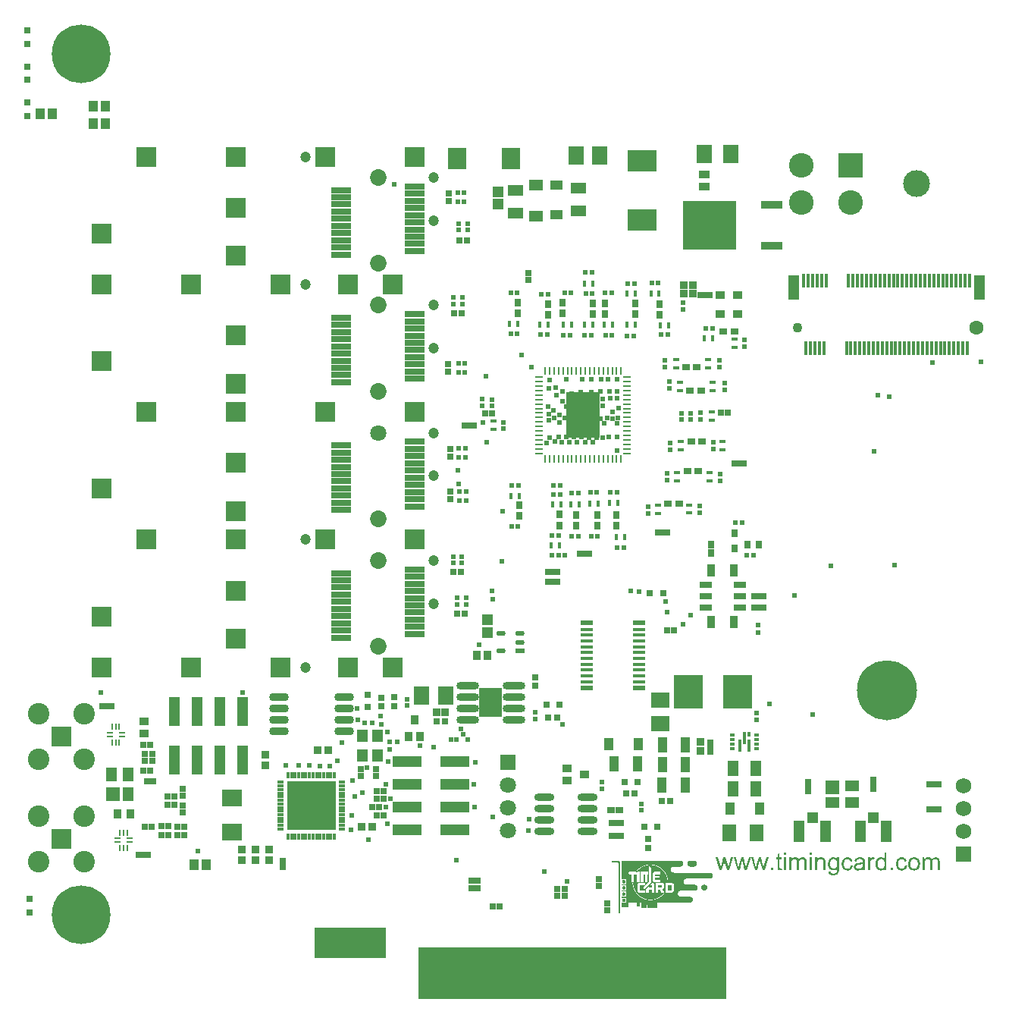
<source format=gbr>
G04*
G04 #@! TF.GenerationSoftware,Altium Limited,Altium Designer,23.7.1 (13)*
G04*
G04 Layer_Color=8388736*
%FSLAX25Y25*%
%MOIN*%
G70*
G04*
G04 #@! TF.SameCoordinates,E44608C4-6370-4D0E-AFC6-BBC59DA78F3B*
G04*
G04*
G04 #@! TF.FilePolarity,Negative*
G04*
G01*
G75*
%ADD18R,0.02254X0.02423*%
%ADD33R,0.09000X0.07301*%
%ADD34R,0.01181X0.06102*%
%ADD35R,0.04724X0.10827*%
%ADD37R,0.02288X0.02016*%
%ADD38R,0.02016X0.02288*%
%ADD45R,0.03200X0.01000*%
%ADD46R,0.01000X0.03200*%
%ADD47R,0.06299X0.04921*%
%ADD49R,0.02657X0.01772*%
%ADD51R,0.04349X0.06717*%
%ADD52R,0.02816X0.02648*%
%ADD53R,0.02756X0.02756*%
%ADD54R,0.05315X0.02362*%
%ADD55R,0.05315X0.01575*%
%ADD56R,0.23300X0.21700*%
%ADD57R,0.09800X0.03700*%
%ADD58R,0.07835X0.09173*%
%ADD59R,0.05315X0.04331*%
%ADD60R,0.06717X0.04546*%
%ADD61R,0.12992X0.09449*%
%ADD66R,0.03563X0.03568*%
%ADD76R,0.02648X0.02816*%
%ADD77R,0.02648X0.02911*%
%ADD78R,0.02756X0.02756*%
%ADD79R,0.03150X0.03150*%
%ADD81R,0.04331X0.05315*%
%ADD82R,0.02911X0.02648*%
%ADD83R,0.05924X0.07505*%
%ADD84R,0.04546X0.06717*%
%ADD85R,0.02648X0.02631*%
%ADD86R,0.01378X0.02362*%
%ADD87R,0.01378X0.05512*%
%ADD88R,0.02362X0.01378*%
%ADD90R,0.01772X0.02657*%
%ADD91R,0.03937X0.03543*%
%ADD92R,0.02756X0.03740*%
%ADD93R,0.02123X0.01860*%
%ADD94R,0.02985X0.03197*%
%ADD95R,0.03568X0.03563*%
%ADD98R,0.04724X0.05512*%
%ADD99R,0.02047X0.02047*%
%ADD100R,0.02047X0.02047*%
G04:AMPARAMS|DCode=102|XSize=40.88mil|YSize=20.95mil|CornerRadius=10.48mil|HoleSize=0mil|Usage=FLASHONLY|Rotation=180.000|XOffset=0mil|YOffset=0mil|HoleType=Round|Shape=RoundedRectangle|*
%AMROUNDEDRECTD102*
21,1,0.04088,0.00000,0,0,180.0*
21,1,0.01993,0.02095,0,0,180.0*
1,1,0.02095,-0.00996,0.00000*
1,1,0.02095,0.00996,0.00000*
1,1,0.02095,0.00996,0.00000*
1,1,0.02095,-0.00996,0.00000*
%
%ADD102ROUNDEDRECTD102*%
%ADD103R,0.04088X0.02095*%
%ADD105R,0.03150X0.03150*%
%ADD106R,0.00800X0.02800*%
%ADD107R,0.02800X0.00800*%
%ADD111R,0.31496X0.13583*%
%ADD112R,1.35433X0.23032*%
%ADD113R,0.02572X0.02572*%
%ADD114R,0.03359X0.03162*%
%ADD115R,0.10288X0.13005*%
%ADD116O,0.09855X0.03556*%
%ADD117R,0.02769X0.02965*%
%ADD118R,0.03950X0.04540*%
%ADD119R,0.02965X0.02769*%
%ADD120R,0.02572X0.02572*%
%ADD121R,0.03162X0.02965*%
%ADD122R,0.02965X0.03162*%
%ADD123O,0.08674X0.03556*%
%ADD124R,0.21272X0.21272*%
%ADD125O,0.01587X0.02769*%
%ADD126O,0.02769X0.01587*%
%ADD127R,0.08674X0.02769*%
%ADD128R,0.04737X0.04934*%
%ADD129R,0.04934X0.09461*%
%ADD130R,0.06312X0.06312*%
%ADD131R,0.06312X0.04737*%
%ADD132R,0.03162X0.03359*%
%ADD133O,0.08871X0.03162*%
%ADD134R,0.15000X0.20000*%
%ADD135R,0.03458X0.03162*%
%ADD136R,0.04343X0.03556*%
%ADD137R,0.06509X0.08280*%
%ADD138R,0.06706X0.08083*%
%ADD139R,0.04737X0.03635*%
%ADD140R,0.05131X0.04934*%
%ADD141R,0.04737X0.13005*%
%ADD142R,0.06312X0.06312*%
%ADD143R,0.04737X0.06312*%
%ADD144R,0.03556X0.03359*%
%ADD145R,0.02965X0.02965*%
%ADD146R,0.12611X0.14580*%
%ADD147R,0.03359X0.03556*%
%ADD148R,0.05315X0.02953*%
%ADD149R,0.03740X0.05315*%
%ADD150R,0.08083X0.06706*%
%ADD151R,0.03162X0.03458*%
%ADD152R,0.04343X0.03556*%
%ADD153R,0.03556X0.04343*%
%ADD154R,0.13005X0.04737*%
%ADD155R,0.03753X0.04147*%
%ADD156R,0.03556X0.04343*%
%ADD157R,0.03600X0.17300*%
%ADD158R,0.03600X0.13400*%
%ADD159C,0.04331*%
%ADD160C,0.06299*%
%ADD161C,0.07296*%
%ADD162R,0.09068X0.09068*%
%ADD163C,0.07099*%
%ADD164C,0.04737*%
%ADD165C,0.09461*%
%ADD166R,0.08674X0.08674*%
%ADD167R,0.06902X0.06902*%
%ADD168C,0.06902*%
%ADD169C,0.11800*%
%ADD170R,0.10827X0.10827*%
%ADD171C,0.10827*%
%ADD172C,0.26391*%
%ADD173R,0.07099X0.07099*%
%ADD174C,0.25800*%
%ADD175C,0.02400*%
G36*
X321432Y-352114D02*
X320488D01*
Y-351037D01*
X321432D01*
Y-352114D01*
D02*
G37*
G36*
X310089D02*
X309145D01*
Y-351037D01*
X310089D01*
Y-352114D01*
D02*
G37*
G36*
X354240Y-358725D02*
X353362D01*
Y-358025D01*
X353351Y-358036D01*
X353340Y-358058D01*
X353307Y-358103D01*
X353262Y-358158D01*
X353207Y-358214D01*
X353140Y-358280D01*
X353063Y-358358D01*
X352962Y-358436D01*
X352863Y-358514D01*
X352751Y-358591D01*
X352618Y-358658D01*
X352474Y-358714D01*
X352329Y-358769D01*
X352163Y-358814D01*
X351985Y-358836D01*
X351796Y-358847D01*
X351729D01*
X351685Y-358836D01*
X351552Y-358825D01*
X351396Y-358803D01*
X351207Y-358758D01*
X350996Y-358691D01*
X350785Y-358603D01*
X350574Y-358480D01*
X350563D01*
X350552Y-358458D01*
X350485Y-358414D01*
X350385Y-358325D01*
X350263Y-358214D01*
X350118Y-358069D01*
X349974Y-357892D01*
X349830Y-357692D01*
X349707Y-357458D01*
Y-357447D01*
X349696Y-357425D01*
X349685Y-357392D01*
X349663Y-357347D01*
X349641Y-357280D01*
X349607Y-357203D01*
X349585Y-357125D01*
X349563Y-357025D01*
X349507Y-356803D01*
X349452Y-356547D01*
X349418Y-356258D01*
X349407Y-355947D01*
Y-355936D01*
Y-355914D01*
Y-355870D01*
Y-355803D01*
X349418Y-355736D01*
Y-355647D01*
X349441Y-355447D01*
X349474Y-355214D01*
X349530Y-354959D01*
X349596Y-354692D01*
X349685Y-354436D01*
Y-354425D01*
X349696Y-354403D01*
X349718Y-354370D01*
X349741Y-354325D01*
X349807Y-354203D01*
X349896Y-354047D01*
X350007Y-353881D01*
X350152Y-353714D01*
X350318Y-353536D01*
X350518Y-353392D01*
X350529D01*
X350541Y-353381D01*
X350574Y-353359D01*
X350618Y-353336D01*
X350729Y-353281D01*
X350885Y-353203D01*
X351063Y-353136D01*
X351274Y-353081D01*
X351507Y-353036D01*
X351751Y-353025D01*
X351840D01*
X351929Y-353036D01*
X352051Y-353048D01*
X352196Y-353081D01*
X352351Y-353114D01*
X352507Y-353170D01*
X352652Y-353247D01*
X352674Y-353259D01*
X352718Y-353281D01*
X352785Y-353336D01*
X352874Y-353392D01*
X352985Y-353470D01*
X353085Y-353570D01*
X353196Y-353670D01*
X353296Y-353792D01*
Y-351037D01*
X354240D01*
Y-358725D01*
D02*
G37*
G36*
X325665Y-353036D02*
X325787Y-353048D01*
X325932Y-353070D01*
X326087Y-353103D01*
X326254Y-353148D01*
X326410Y-353214D01*
X326432Y-353225D01*
X326476Y-353247D01*
X326554Y-353281D01*
X326643Y-353336D01*
X326754Y-353403D01*
X326854Y-353492D01*
X326954Y-353581D01*
X327043Y-353692D01*
X327054Y-353703D01*
X327076Y-353748D01*
X327110Y-353803D01*
X327165Y-353881D01*
X327210Y-353992D01*
X327254Y-354103D01*
X327309Y-354236D01*
X327343Y-354381D01*
Y-354392D01*
X327354Y-354436D01*
X327365Y-354503D01*
X327376Y-354592D01*
Y-354725D01*
X327387Y-354881D01*
X327398Y-355070D01*
Y-355303D01*
Y-358725D01*
X326454D01*
Y-355347D01*
Y-355336D01*
Y-355325D01*
Y-355247D01*
Y-355147D01*
X326443Y-355025D01*
X326432Y-354881D01*
X326410Y-354736D01*
X326376Y-354603D01*
X326343Y-354481D01*
Y-354470D01*
X326321Y-354436D01*
X326287Y-354381D01*
X326254Y-354314D01*
X326199Y-354247D01*
X326132Y-354170D01*
X326043Y-354092D01*
X325943Y-354025D01*
X325932Y-354014D01*
X325899Y-353992D01*
X325832Y-353970D01*
X325754Y-353936D01*
X325665Y-353903D01*
X325554Y-353870D01*
X325421Y-353859D01*
X325288Y-353848D01*
X325232D01*
X325187Y-353859D01*
X325076Y-353870D01*
X324932Y-353892D01*
X324777Y-353947D01*
X324599Y-354014D01*
X324421Y-354103D01*
X324254Y-354236D01*
X324232Y-354258D01*
X324188Y-354314D01*
X324154Y-354359D01*
X324121Y-354414D01*
X324077Y-354481D01*
X324043Y-354558D01*
X323999Y-354647D01*
X323954Y-354759D01*
X323921Y-354881D01*
X323888Y-355014D01*
X323866Y-355158D01*
X323843Y-355314D01*
X323821Y-355503D01*
Y-355692D01*
Y-358725D01*
X322877D01*
Y-353148D01*
X323721D01*
Y-353947D01*
X323732Y-353936D01*
X323754Y-353903D01*
X323788Y-353859D01*
X323832Y-353803D01*
X323899Y-353736D01*
X323976Y-353659D01*
X324065Y-353570D01*
X324177Y-353481D01*
X324288Y-353403D01*
X324421Y-353314D01*
X324565Y-353236D01*
X324721Y-353170D01*
X324899Y-353114D01*
X325076Y-353070D01*
X325276Y-353036D01*
X325487Y-353025D01*
X325576D01*
X325665Y-353036D01*
D02*
G37*
G36*
X348407D02*
X348530Y-353059D01*
X348674Y-353103D01*
X348830Y-353159D01*
X349007Y-353236D01*
X349196Y-353336D01*
X348852Y-354203D01*
X348841Y-354192D01*
X348796Y-354170D01*
X348730Y-354136D01*
X348641Y-354103D01*
X348541Y-354070D01*
X348419Y-354036D01*
X348296Y-354014D01*
X348174Y-354003D01*
X348119D01*
X348063Y-354014D01*
X347985Y-354025D01*
X347907Y-354047D01*
X347808Y-354081D01*
X347708Y-354125D01*
X347619Y-354192D01*
X347607Y-354203D01*
X347574Y-354225D01*
X347541Y-354270D01*
X347485Y-354325D01*
X347430Y-354403D01*
X347374Y-354492D01*
X347319Y-354592D01*
X347274Y-354714D01*
X347263Y-354736D01*
X347252Y-354803D01*
X347230Y-354903D01*
X347197Y-355036D01*
X347163Y-355203D01*
X347141Y-355392D01*
X347130Y-355592D01*
X347119Y-355814D01*
Y-358725D01*
X346174D01*
Y-353148D01*
X347030D01*
Y-353992D01*
X347041Y-353981D01*
X347085Y-353903D01*
X347141Y-353803D01*
X347230Y-353681D01*
X347319Y-353559D01*
X347419Y-353425D01*
X347519Y-353314D01*
X347619Y-353225D01*
X347630Y-353214D01*
X347663Y-353192D01*
X347730Y-353159D01*
X347796Y-353125D01*
X347885Y-353092D01*
X347996Y-353059D01*
X348108Y-353036D01*
X348230Y-353025D01*
X348307D01*
X348407Y-353036D01*
D02*
G37*
G36*
X376049D02*
X376127D01*
X376205Y-353048D01*
X376394Y-353081D01*
X376593Y-353136D01*
X376805Y-353225D01*
X377016Y-353336D01*
X377193Y-353492D01*
X377216Y-353514D01*
X377260Y-353581D01*
X377338Y-353681D01*
X377371Y-353759D01*
X377416Y-353836D01*
X377460Y-353936D01*
X377493Y-354036D01*
X377538Y-354147D01*
X377571Y-354281D01*
X377593Y-354414D01*
X377616Y-354570D01*
X377638Y-354725D01*
Y-354903D01*
Y-358725D01*
X376694D01*
Y-355225D01*
Y-355214D01*
Y-355203D01*
Y-355136D01*
Y-355036D01*
X376682Y-354914D01*
X376671Y-354781D01*
X376660Y-354647D01*
X376638Y-354514D01*
X376605Y-354414D01*
Y-354403D01*
X376582Y-354370D01*
X376560Y-354325D01*
X376527Y-354270D01*
X376482Y-354203D01*
X376427Y-354136D01*
X376360Y-354070D01*
X376271Y-354003D01*
X376260Y-353992D01*
X376227Y-353981D01*
X376182Y-353959D01*
X376105Y-353925D01*
X376027Y-353892D01*
X375927Y-353870D01*
X375827Y-353859D01*
X375705Y-353848D01*
X375649D01*
X375605Y-353859D01*
X375494Y-353870D01*
X375360Y-353892D01*
X375205Y-353947D01*
X375038Y-354014D01*
X374871Y-354114D01*
X374716Y-354247D01*
X374705Y-354270D01*
X374660Y-354325D01*
X374594Y-354414D01*
X374527Y-354547D01*
X374449Y-354725D01*
X374394Y-354936D01*
X374349Y-355192D01*
X374327Y-355492D01*
Y-358725D01*
X373383D01*
Y-355114D01*
Y-355103D01*
Y-355081D01*
Y-355059D01*
Y-355014D01*
X373372Y-354892D01*
X373349Y-354759D01*
X373327Y-354603D01*
X373283Y-354447D01*
X373227Y-354303D01*
X373149Y-354170D01*
X373138Y-354159D01*
X373105Y-354114D01*
X373049Y-354070D01*
X372972Y-354003D01*
X372872Y-353947D01*
X372738Y-353892D01*
X372583Y-353859D01*
X372394Y-353848D01*
X372327D01*
X372250Y-353859D01*
X372161Y-353870D01*
X372049Y-353903D01*
X371916Y-353936D01*
X371794Y-353992D01*
X371661Y-354059D01*
X371650Y-354070D01*
X371605Y-354103D01*
X371550Y-354147D01*
X371472Y-354214D01*
X371394Y-354303D01*
X371316Y-354414D01*
X371238Y-354536D01*
X371172Y-354681D01*
X371161Y-354703D01*
X371150Y-354759D01*
X371127Y-354847D01*
X371094Y-354970D01*
X371061Y-355136D01*
X371039Y-355336D01*
X371027Y-355570D01*
X371016Y-355836D01*
Y-358725D01*
X370072D01*
Y-353148D01*
X370916D01*
Y-353947D01*
X370927Y-353925D01*
X370961Y-353881D01*
X371027Y-353803D01*
X371105Y-353714D01*
X371205Y-353603D01*
X371327Y-353492D01*
X371461Y-353381D01*
X371616Y-353281D01*
X371638Y-353270D01*
X371694Y-353236D01*
X371783Y-353203D01*
X371905Y-353148D01*
X372049Y-353103D01*
X372216Y-353070D01*
X372405Y-353036D01*
X372605Y-353025D01*
X372705D01*
X372827Y-353036D01*
X372960Y-353059D01*
X373127Y-353092D01*
X373294Y-353136D01*
X373461Y-353203D01*
X373616Y-353292D01*
X373638Y-353303D01*
X373683Y-353336D01*
X373749Y-353392D01*
X373838Y-353481D01*
X373927Y-353581D01*
X374027Y-353703D01*
X374116Y-353848D01*
X374183Y-354014D01*
X374194Y-354003D01*
X374216Y-353970D01*
X374249Y-353925D01*
X374305Y-353859D01*
X374372Y-353781D01*
X374449Y-353703D01*
X374538Y-353614D01*
X374649Y-353514D01*
X374771Y-353425D01*
X374894Y-353336D01*
X375038Y-353259D01*
X375194Y-353181D01*
X375360Y-353114D01*
X375538Y-353070D01*
X375716Y-353036D01*
X375916Y-353025D01*
X375994D01*
X376049Y-353036D01*
D02*
G37*
G36*
X317499D02*
X317577D01*
X317655Y-353048D01*
X317844Y-353081D01*
X318044Y-353136D01*
X318255Y-353225D01*
X318466Y-353336D01*
X318644Y-353492D01*
X318666Y-353514D01*
X318710Y-353581D01*
X318788Y-353681D01*
X318822Y-353759D01*
X318866Y-353836D01*
X318910Y-353936D01*
X318944Y-354036D01*
X318988Y-354147D01*
X319022Y-354281D01*
X319044Y-354414D01*
X319066Y-354570D01*
X319088Y-354725D01*
Y-354903D01*
Y-358725D01*
X318144D01*
Y-355225D01*
Y-355214D01*
Y-355203D01*
Y-355136D01*
Y-355036D01*
X318133Y-354914D01*
X318122Y-354781D01*
X318110Y-354647D01*
X318088Y-354514D01*
X318055Y-354414D01*
Y-354403D01*
X318033Y-354370D01*
X318010Y-354325D01*
X317977Y-354270D01*
X317933Y-354203D01*
X317877Y-354136D01*
X317811Y-354070D01*
X317722Y-354003D01*
X317710Y-353992D01*
X317677Y-353981D01*
X317633Y-353959D01*
X317555Y-353925D01*
X317477Y-353892D01*
X317377Y-353870D01*
X317277Y-353859D01*
X317155Y-353848D01*
X317099D01*
X317055Y-353859D01*
X316944Y-353870D01*
X316811Y-353892D01*
X316655Y-353947D01*
X316488Y-354014D01*
X316322Y-354114D01*
X316166Y-354247D01*
X316155Y-354270D01*
X316111Y-354325D01*
X316044Y-354414D01*
X315977Y-354547D01*
X315900Y-354725D01*
X315844Y-354936D01*
X315800Y-355192D01*
X315777Y-355492D01*
Y-358725D01*
X314833D01*
Y-355114D01*
Y-355103D01*
Y-355081D01*
Y-355059D01*
Y-355014D01*
X314822Y-354892D01*
X314800Y-354759D01*
X314777Y-354603D01*
X314733Y-354447D01*
X314678Y-354303D01*
X314600Y-354170D01*
X314589Y-354159D01*
X314555Y-354114D01*
X314500Y-354070D01*
X314422Y-354003D01*
X314322Y-353947D01*
X314189Y-353892D01*
X314033Y-353859D01*
X313844Y-353848D01*
X313778D01*
X313700Y-353859D01*
X313611Y-353870D01*
X313500Y-353903D01*
X313367Y-353936D01*
X313244Y-353992D01*
X313111Y-354059D01*
X313100Y-354070D01*
X313055Y-354103D01*
X313000Y-354147D01*
X312922Y-354214D01*
X312844Y-354303D01*
X312767Y-354414D01*
X312689Y-354536D01*
X312622Y-354681D01*
X312611Y-354703D01*
X312600Y-354759D01*
X312578Y-354847D01*
X312544Y-354970D01*
X312511Y-355136D01*
X312489Y-355336D01*
X312478Y-355570D01*
X312467Y-355836D01*
Y-358725D01*
X311522D01*
Y-353148D01*
X312367D01*
Y-353947D01*
X312378Y-353925D01*
X312411Y-353881D01*
X312478Y-353803D01*
X312556Y-353714D01*
X312655Y-353603D01*
X312778Y-353492D01*
X312911Y-353381D01*
X313067Y-353281D01*
X313089Y-353270D01*
X313144Y-353236D01*
X313233Y-353203D01*
X313355Y-353148D01*
X313500Y-353103D01*
X313667Y-353070D01*
X313855Y-353036D01*
X314055Y-353025D01*
X314155D01*
X314278Y-353036D01*
X314411Y-353059D01*
X314578Y-353092D01*
X314744Y-353136D01*
X314911Y-353203D01*
X315066Y-353292D01*
X315089Y-353303D01*
X315133Y-353336D01*
X315200Y-353392D01*
X315288Y-353481D01*
X315377Y-353581D01*
X315477Y-353703D01*
X315566Y-353848D01*
X315633Y-354014D01*
X315644Y-354003D01*
X315666Y-353970D01*
X315700Y-353925D01*
X315755Y-353859D01*
X315822Y-353781D01*
X315900Y-353703D01*
X315988Y-353614D01*
X316100Y-353514D01*
X316222Y-353425D01*
X316344Y-353336D01*
X316488Y-353259D01*
X316644Y-353181D01*
X316811Y-353114D01*
X316988Y-353070D01*
X317166Y-353036D01*
X317366Y-353025D01*
X317444D01*
X317499Y-353036D01*
D02*
G37*
G36*
X361139D02*
X361206D01*
X361295Y-353048D01*
X361506Y-353081D01*
X361739Y-353136D01*
X361984Y-353225D01*
X362228Y-353336D01*
X362462Y-353492D01*
X362473D01*
X362484Y-353514D01*
X362550Y-353581D01*
X362650Y-353681D01*
X362773Y-353825D01*
X362895Y-354003D01*
X363017Y-354225D01*
X363128Y-354481D01*
X363206Y-354781D01*
X362284Y-354925D01*
Y-354914D01*
X362273Y-354903D01*
X362262Y-354836D01*
X362228Y-354736D01*
X362173Y-354614D01*
X362117Y-354481D01*
X362028Y-354336D01*
X361928Y-354203D01*
X361817Y-354092D01*
X361806Y-354081D01*
X361762Y-354047D01*
X361684Y-354003D01*
X361595Y-353947D01*
X361473Y-353892D01*
X361339Y-353848D01*
X361184Y-353814D01*
X361017Y-353803D01*
X360951D01*
X360895Y-353814D01*
X360773Y-353825D01*
X360606Y-353870D01*
X360429Y-353925D01*
X360228Y-354014D01*
X360040Y-354147D01*
X359951Y-354225D01*
X359862Y-354314D01*
Y-354325D01*
X359840Y-354336D01*
X359817Y-354370D01*
X359795Y-354414D01*
X359762Y-354470D01*
X359717Y-354536D01*
X359684Y-354614D01*
X359640Y-354703D01*
X359595Y-354814D01*
X359562Y-354936D01*
X359517Y-355070D01*
X359484Y-355214D01*
X359462Y-355369D01*
X359440Y-355547D01*
X359418Y-355736D01*
Y-355936D01*
Y-355947D01*
Y-355981D01*
Y-356047D01*
X359429Y-356114D01*
Y-356214D01*
X359440Y-356314D01*
X359473Y-356558D01*
X359517Y-356825D01*
X359595Y-357103D01*
X359695Y-357347D01*
X359762Y-357469D01*
X359840Y-357569D01*
X359862Y-357592D01*
X359917Y-357647D01*
X360017Y-357725D01*
X360140Y-357814D01*
X360306Y-357914D01*
X360495Y-357992D01*
X360717Y-358047D01*
X360840Y-358058D01*
X360962Y-358069D01*
X360984D01*
X361051Y-358058D01*
X361162Y-358047D01*
X361284Y-358025D01*
X361428Y-357992D01*
X361584Y-357925D01*
X361739Y-357847D01*
X361884Y-357736D01*
X361906Y-357725D01*
X361939Y-357669D01*
X362006Y-357592D01*
X362084Y-357469D01*
X362162Y-357325D01*
X362250Y-357147D01*
X362317Y-356925D01*
X362362Y-356680D01*
X363295Y-356803D01*
Y-356814D01*
X363284Y-356847D01*
X363273Y-356892D01*
X363262Y-356958D01*
X363239Y-357047D01*
X363217Y-357136D01*
X363139Y-357358D01*
X363039Y-357592D01*
X362895Y-357847D01*
X362717Y-358091D01*
X362617Y-358203D01*
X362506Y-358314D01*
X362495Y-358325D01*
X362473Y-358336D01*
X362439Y-358358D01*
X362395Y-358391D01*
X362339Y-358436D01*
X362262Y-358480D01*
X362173Y-358525D01*
X362084Y-358580D01*
X361862Y-358680D01*
X361595Y-358758D01*
X361306Y-358825D01*
X361139Y-358836D01*
X360973Y-358847D01*
X360862D01*
X360784Y-358836D01*
X360684Y-358825D01*
X360573Y-358803D01*
X360451Y-358780D01*
X360317Y-358758D01*
X360017Y-358669D01*
X359873Y-358603D01*
X359717Y-358536D01*
X359562Y-358447D01*
X359418Y-358347D01*
X359273Y-358236D01*
X359140Y-358103D01*
X359129Y-358091D01*
X359106Y-358069D01*
X359073Y-358025D01*
X359029Y-357969D01*
X358984Y-357892D01*
X358917Y-357791D01*
X358862Y-357680D01*
X358795Y-357558D01*
X358729Y-357414D01*
X358673Y-357247D01*
X358606Y-357081D01*
X358562Y-356880D01*
X358518Y-356680D01*
X358484Y-356447D01*
X358462Y-356214D01*
X358451Y-355958D01*
Y-355947D01*
Y-355914D01*
Y-355870D01*
Y-355803D01*
X358462Y-355725D01*
Y-355636D01*
X358473Y-355536D01*
X358484Y-355425D01*
X358518Y-355181D01*
X358573Y-354914D01*
X358640Y-354647D01*
X358740Y-354381D01*
Y-354370D01*
X358751Y-354347D01*
X358773Y-354314D01*
X358795Y-354270D01*
X358862Y-354147D01*
X358962Y-354003D01*
X359095Y-353836D01*
X359251Y-353670D01*
X359440Y-353503D01*
X359651Y-353370D01*
X359662D01*
X359684Y-353359D01*
X359717Y-353336D01*
X359762Y-353314D01*
X359817Y-353292D01*
X359884Y-353259D01*
X360051Y-353192D01*
X360240Y-353136D01*
X360473Y-353081D01*
X360717Y-353036D01*
X360984Y-353025D01*
X361073D01*
X361139Y-353036D01*
D02*
G37*
G36*
X337242D02*
X337309D01*
X337397Y-353048D01*
X337609Y-353081D01*
X337842Y-353136D01*
X338086Y-353225D01*
X338331Y-353336D01*
X338564Y-353492D01*
X338575D01*
X338586Y-353514D01*
X338653Y-353581D01*
X338753Y-353681D01*
X338875Y-353825D01*
X338997Y-354003D01*
X339120Y-354225D01*
X339231Y-354481D01*
X339308Y-354781D01*
X338386Y-354925D01*
Y-354914D01*
X338375Y-354903D01*
X338364Y-354836D01*
X338331Y-354736D01*
X338275Y-354614D01*
X338220Y-354481D01*
X338131Y-354336D01*
X338031Y-354203D01*
X337920Y-354092D01*
X337909Y-354081D01*
X337864Y-354047D01*
X337786Y-354003D01*
X337697Y-353947D01*
X337575Y-353892D01*
X337442Y-353848D01*
X337286Y-353814D01*
X337120Y-353803D01*
X337053D01*
X336998Y-353814D01*
X336875Y-353825D01*
X336709Y-353870D01*
X336531Y-353925D01*
X336331Y-354014D01*
X336142Y-354147D01*
X336053Y-354225D01*
X335964Y-354314D01*
Y-354325D01*
X335942Y-354336D01*
X335920Y-354370D01*
X335898Y-354414D01*
X335864Y-354470D01*
X335820Y-354536D01*
X335787Y-354614D01*
X335742Y-354703D01*
X335698Y-354814D01*
X335664Y-354936D01*
X335620Y-355070D01*
X335587Y-355214D01*
X335564Y-355369D01*
X335542Y-355547D01*
X335520Y-355736D01*
Y-355936D01*
Y-355947D01*
Y-355981D01*
Y-356047D01*
X335531Y-356114D01*
Y-356214D01*
X335542Y-356314D01*
X335575Y-356558D01*
X335620Y-356825D01*
X335698Y-357103D01*
X335798Y-357347D01*
X335864Y-357469D01*
X335942Y-357569D01*
X335964Y-357592D01*
X336020Y-357647D01*
X336120Y-357725D01*
X336242Y-357814D01*
X336409Y-357914D01*
X336597Y-357992D01*
X336820Y-358047D01*
X336942Y-358058D01*
X337064Y-358069D01*
X337086D01*
X337153Y-358058D01*
X337264Y-358047D01*
X337386Y-358025D01*
X337531Y-357992D01*
X337686Y-357925D01*
X337842Y-357847D01*
X337986Y-357736D01*
X338008Y-357725D01*
X338042Y-357669D01*
X338108Y-357592D01*
X338186Y-357469D01*
X338264Y-357325D01*
X338353Y-357147D01*
X338420Y-356925D01*
X338464Y-356680D01*
X339397Y-356803D01*
Y-356814D01*
X339386Y-356847D01*
X339375Y-356892D01*
X339364Y-356958D01*
X339342Y-357047D01*
X339319Y-357136D01*
X339242Y-357358D01*
X339142Y-357592D01*
X338997Y-357847D01*
X338820Y-358091D01*
X338720Y-358203D01*
X338608Y-358314D01*
X338597Y-358325D01*
X338575Y-358336D01*
X338542Y-358358D01*
X338497Y-358391D01*
X338442Y-358436D01*
X338364Y-358480D01*
X338275Y-358525D01*
X338186Y-358580D01*
X337964Y-358680D01*
X337697Y-358758D01*
X337408Y-358825D01*
X337242Y-358836D01*
X337075Y-358847D01*
X336964D01*
X336886Y-358836D01*
X336786Y-358825D01*
X336675Y-358803D01*
X336553Y-358780D01*
X336420Y-358758D01*
X336120Y-358669D01*
X335975Y-358603D01*
X335820Y-358536D01*
X335664Y-358447D01*
X335520Y-358347D01*
X335375Y-358236D01*
X335242Y-358103D01*
X335231Y-358091D01*
X335209Y-358069D01*
X335175Y-358025D01*
X335131Y-357969D01*
X335086Y-357892D01*
X335020Y-357791D01*
X334964Y-357680D01*
X334898Y-357558D01*
X334831Y-357414D01*
X334775Y-357247D01*
X334709Y-357081D01*
X334664Y-356880D01*
X334620Y-356680D01*
X334587Y-356447D01*
X334564Y-356214D01*
X334553Y-355958D01*
Y-355947D01*
Y-355914D01*
Y-355870D01*
Y-355803D01*
X334564Y-355725D01*
Y-355636D01*
X334576Y-355536D01*
X334587Y-355425D01*
X334620Y-355181D01*
X334676Y-354914D01*
X334742Y-354647D01*
X334842Y-354381D01*
Y-354370D01*
X334853Y-354347D01*
X334875Y-354314D01*
X334898Y-354270D01*
X334964Y-354147D01*
X335064Y-354003D01*
X335198Y-353836D01*
X335353Y-353670D01*
X335542Y-353503D01*
X335753Y-353370D01*
X335764D01*
X335787Y-353359D01*
X335820Y-353336D01*
X335864Y-353314D01*
X335920Y-353292D01*
X335986Y-353259D01*
X336153Y-353192D01*
X336342Y-353136D01*
X336575Y-353081D01*
X336820Y-353036D01*
X337086Y-353025D01*
X337175D01*
X337242Y-353036D01*
D02*
G37*
G36*
X269721Y-354539D02*
X269835D01*
Y-354552D01*
X269899D01*
Y-354564D01*
X269936D01*
Y-354577D01*
X269987D01*
Y-354590D01*
X270038D01*
Y-354602D01*
X270063D01*
Y-354615D01*
X270101D01*
Y-354628D01*
X270127D01*
Y-354641D01*
X270152D01*
Y-354653D01*
X270190D01*
Y-354666D01*
X270203D01*
Y-354679D01*
X270228D01*
Y-354691D01*
X270254D01*
Y-354704D01*
X270279D01*
Y-354717D01*
X270304D01*
Y-354729D01*
X270317D01*
Y-354742D01*
X270342D01*
Y-354755D01*
X270355D01*
Y-354767D01*
X270368D01*
Y-354780D01*
X270393D01*
Y-354793D01*
X270406D01*
Y-354805D01*
X270431D01*
Y-354818D01*
X270444D01*
Y-354831D01*
X270457D01*
Y-354843D01*
X270469D01*
Y-354856D01*
X270482D01*
Y-354869D01*
X270495D01*
Y-354882D01*
X270520D01*
Y-354894D01*
X270533D01*
Y-354920D01*
X270558D01*
Y-354932D01*
X270571D01*
Y-354958D01*
X270584D01*
Y-354970D01*
X270596D01*
Y-354983D01*
X270609D01*
Y-354996D01*
X270621D01*
Y-355008D01*
X270634D01*
Y-355021D01*
X270647D01*
Y-355046D01*
X270660D01*
Y-355059D01*
X270672D01*
Y-355072D01*
X270685D01*
Y-355097D01*
X270698D01*
Y-355110D01*
X270710D01*
Y-355135D01*
X270723D01*
Y-355148D01*
X270736D01*
Y-355173D01*
X270748D01*
Y-355199D01*
X270761D01*
Y-355211D01*
X270774D01*
Y-355249D01*
X270786D01*
Y-355262D01*
X270799D01*
Y-355288D01*
X270812D01*
Y-355326D01*
X270825D01*
Y-355351D01*
X270837D01*
Y-355389D01*
X270850D01*
Y-355414D01*
X270863D01*
Y-355452D01*
X270875D01*
Y-355503D01*
X270888D01*
Y-355541D01*
X270901D01*
Y-355617D01*
X270913D01*
Y-355719D01*
X270926D01*
Y-355985D01*
X270913D01*
Y-356087D01*
X270901D01*
Y-356150D01*
X270888D01*
Y-356188D01*
X270875D01*
Y-356239D01*
X270863D01*
Y-356290D01*
X270850D01*
Y-356315D01*
X270837D01*
Y-356353D01*
X270825D01*
Y-356378D01*
X270812D01*
Y-356404D01*
X270799D01*
Y-356442D01*
X270786D01*
Y-356454D01*
X270774D01*
Y-356480D01*
X270761D01*
Y-356505D01*
X270748D01*
Y-356531D01*
X270736D01*
Y-356556D01*
X270723D01*
Y-356569D01*
X270710D01*
Y-356581D01*
X270698D01*
Y-356607D01*
X270685D01*
Y-356619D01*
X270672D01*
Y-356645D01*
X270660D01*
Y-356658D01*
X270647D01*
Y-356670D01*
X270634D01*
Y-356696D01*
X270621D01*
Y-356708D01*
X270609D01*
Y-356721D01*
X270596D01*
Y-356734D01*
X270584D01*
Y-356746D01*
X270571D01*
Y-356759D01*
X270558D01*
Y-356772D01*
X270545D01*
Y-356784D01*
X270533D01*
Y-356797D01*
X270520D01*
Y-356810D01*
X270507D01*
Y-356822D01*
X270495D01*
Y-356835D01*
X270482D01*
Y-356848D01*
X270469D01*
Y-356860D01*
X270457D01*
Y-356873D01*
X270444D01*
Y-356886D01*
X270419D01*
Y-356898D01*
X270406D01*
Y-356911D01*
X270393D01*
Y-356924D01*
X270368D01*
Y-356937D01*
X270355D01*
Y-356949D01*
X270330D01*
Y-356962D01*
X270317D01*
Y-356975D01*
X270292D01*
Y-356987D01*
X270266D01*
Y-357000D01*
X270254D01*
Y-357013D01*
X270228D01*
Y-357025D01*
X270203D01*
Y-357038D01*
X270178D01*
Y-357051D01*
X270152D01*
Y-357063D01*
X270127D01*
Y-357076D01*
X270101D01*
Y-357089D01*
X270051D01*
Y-357101D01*
X270025D01*
Y-357114D01*
X269987D01*
Y-357127D01*
X269936D01*
Y-357140D01*
X269886D01*
Y-357152D01*
X269822D01*
Y-357165D01*
X269734D01*
Y-357178D01*
X269708D01*
Y-357165D01*
X269695D01*
Y-357178D01*
X267958D01*
Y-357165D01*
X267945D01*
Y-357178D01*
X267919D01*
Y-357165D01*
X267831D01*
Y-357152D01*
X267755D01*
Y-357140D01*
X267717D01*
Y-357127D01*
X267666D01*
Y-357114D01*
X267615D01*
Y-357101D01*
X267590D01*
Y-357089D01*
X267552D01*
Y-357076D01*
X267526D01*
Y-357063D01*
X267501D01*
Y-357051D01*
X267463D01*
Y-357038D01*
X267450D01*
Y-357025D01*
X267425D01*
Y-357013D01*
X267399D01*
Y-357000D01*
X267374D01*
Y-356987D01*
X267349D01*
Y-356975D01*
X267336D01*
Y-356962D01*
X267311D01*
Y-356949D01*
X267298D01*
Y-356937D01*
X267273D01*
Y-356924D01*
X267260D01*
Y-356911D01*
X267247D01*
Y-356898D01*
X267222D01*
Y-356886D01*
X267209D01*
Y-356873D01*
X267196D01*
Y-356860D01*
X267184D01*
Y-356848D01*
X267171D01*
Y-356835D01*
X267158D01*
Y-356822D01*
X267146D01*
Y-356810D01*
X267120D01*
Y-356797D01*
X267108D01*
Y-356784D01*
X267095D01*
Y-356772D01*
X267082D01*
Y-356746D01*
X267070D01*
Y-356734D01*
X267057D01*
Y-356721D01*
X267044D01*
Y-356708D01*
X267032D01*
Y-356696D01*
X267019D01*
Y-356683D01*
X267006D01*
Y-356658D01*
X266993D01*
Y-356645D01*
X266981D01*
Y-356632D01*
X266968D01*
Y-356619D01*
X266955D01*
Y-356594D01*
X266943D01*
Y-356569D01*
X266930D01*
Y-356556D01*
X266917D01*
Y-356531D01*
X266905D01*
Y-356505D01*
X266892D01*
Y-356493D01*
X266879D01*
Y-356467D01*
X266867D01*
Y-356442D01*
X266854D01*
Y-356417D01*
X266841D01*
Y-356378D01*
X266829D01*
Y-356366D01*
X266816D01*
Y-356328D01*
X266803D01*
Y-356290D01*
X266791D01*
Y-356252D01*
X266778D01*
Y-356201D01*
X266765D01*
Y-356163D01*
X266753D01*
Y-356099D01*
X266740D01*
Y-355998D01*
X266727D01*
Y-355922D01*
X266714D01*
Y-355909D01*
X266727D01*
Y-355795D01*
X266714D01*
Y-355782D01*
X266727D01*
Y-355693D01*
X266740D01*
Y-355592D01*
X266753D01*
Y-355541D01*
X266765D01*
Y-355490D01*
X266778D01*
Y-355440D01*
X266791D01*
Y-355414D01*
X266803D01*
Y-355376D01*
X266816D01*
Y-355338D01*
X266829D01*
Y-355313D01*
X266841D01*
Y-355288D01*
X266854D01*
Y-355262D01*
X266867D01*
Y-355237D01*
X266879D01*
Y-355211D01*
X266892D01*
Y-355186D01*
X266905D01*
Y-355173D01*
X266917D01*
Y-355148D01*
X266930D01*
Y-355135D01*
X266943D01*
Y-355110D01*
X266955D01*
Y-355084D01*
X266968D01*
Y-355072D01*
X266981D01*
Y-355059D01*
X266993D01*
Y-355034D01*
X267006D01*
Y-355021D01*
X267019D01*
Y-355008D01*
X267032D01*
Y-354996D01*
X267044D01*
Y-354983D01*
X267057D01*
Y-354958D01*
X267070D01*
Y-354945D01*
X267082D01*
Y-354932D01*
X267095D01*
Y-354920D01*
X267108D01*
Y-354907D01*
X267120D01*
Y-354894D01*
X267133D01*
Y-354882D01*
X267146D01*
Y-354869D01*
X267158D01*
Y-354856D01*
X267184D01*
Y-354843D01*
X267196D01*
Y-354831D01*
X267209D01*
Y-354818D01*
X267222D01*
Y-354805D01*
X267234D01*
Y-354793D01*
X267260D01*
Y-354780D01*
X267273D01*
Y-354767D01*
X267285D01*
Y-354755D01*
X267311D01*
Y-354742D01*
X267336D01*
Y-354729D01*
X267349D01*
Y-354717D01*
X267374D01*
Y-354704D01*
X267387D01*
Y-354691D01*
X267412D01*
Y-354679D01*
X267450D01*
Y-354666D01*
X267463D01*
Y-354653D01*
X267488D01*
Y-354641D01*
X267526D01*
Y-354628D01*
X267552D01*
Y-354615D01*
X267590D01*
Y-354602D01*
X267615D01*
Y-354590D01*
X267653D01*
Y-354577D01*
X267704D01*
Y-354564D01*
X267742D01*
Y-354552D01*
X267818D01*
Y-354539D01*
X267932D01*
Y-354526D01*
X269721D01*
Y-354539D01*
D02*
G37*
G36*
X263619D02*
X263733D01*
Y-354552D01*
X263797D01*
Y-354564D01*
X263835D01*
Y-354577D01*
X263898D01*
Y-354590D01*
X263936D01*
Y-354602D01*
X263962D01*
Y-354615D01*
X264000D01*
Y-354628D01*
X264025D01*
Y-354641D01*
X264063D01*
Y-354653D01*
X264089D01*
Y-354666D01*
X264114D01*
Y-354679D01*
X264139D01*
Y-354691D01*
X264165D01*
Y-354704D01*
X264177D01*
Y-354717D01*
X264203D01*
Y-354729D01*
X264228D01*
Y-354742D01*
X264241D01*
Y-354755D01*
X264266D01*
Y-354767D01*
X264279D01*
Y-354780D01*
X264304D01*
Y-354793D01*
X264317D01*
Y-354805D01*
X264330D01*
Y-354818D01*
X264355D01*
Y-354831D01*
X264368D01*
Y-354843D01*
X264380D01*
Y-354856D01*
X264393D01*
Y-354869D01*
X264406D01*
Y-354882D01*
X264418D01*
Y-354894D01*
X264444D01*
Y-354920D01*
X264469D01*
Y-354932D01*
X264482D01*
Y-354958D01*
X264494D01*
Y-354970D01*
X264507D01*
Y-354983D01*
X264520D01*
Y-354996D01*
X264532D01*
Y-355008D01*
X264545D01*
Y-355021D01*
X264558D01*
Y-355046D01*
X264570D01*
Y-355059D01*
X264583D01*
Y-355072D01*
X264596D01*
Y-355084D01*
X264609D01*
Y-355110D01*
X264621D01*
Y-355123D01*
X264634D01*
Y-355148D01*
X264647D01*
Y-355173D01*
X264659D01*
Y-355186D01*
X264672D01*
Y-355211D01*
X264685D01*
Y-355237D01*
X264697D01*
Y-355262D01*
X264710D01*
Y-355288D01*
X264723D01*
Y-355313D01*
X264736D01*
Y-355338D01*
X264748D01*
Y-355376D01*
X264761D01*
Y-355402D01*
X264774D01*
Y-355440D01*
X264786D01*
Y-355490D01*
X264799D01*
Y-355528D01*
X264812D01*
Y-355592D01*
X264824D01*
Y-355668D01*
X264837D01*
Y-355769D01*
X264850D01*
Y-355922D01*
X264837D01*
Y-356036D01*
X264824D01*
Y-356112D01*
X264812D01*
Y-356175D01*
X264799D01*
Y-356213D01*
X264786D01*
Y-356264D01*
X264774D01*
Y-356302D01*
X264761D01*
Y-356328D01*
X264748D01*
Y-356366D01*
X264736D01*
Y-356391D01*
X264723D01*
Y-356417D01*
X264710D01*
Y-356454D01*
X264697D01*
Y-356467D01*
X264685D01*
Y-356493D01*
X264672D01*
Y-356518D01*
X264659D01*
Y-356531D01*
X264647D01*
Y-356556D01*
X264634D01*
Y-356569D01*
X264621D01*
Y-356594D01*
X264609D01*
Y-356619D01*
X264596D01*
Y-356632D01*
X264583D01*
Y-356645D01*
X264570D01*
Y-356658D01*
X264558D01*
Y-356670D01*
X264545D01*
Y-356696D01*
X264532D01*
Y-356708D01*
X264520D01*
Y-356721D01*
X264507D01*
Y-356734D01*
X264494D01*
Y-356746D01*
X264482D01*
Y-356759D01*
X264469D01*
Y-356772D01*
X264456D01*
Y-356784D01*
X264444D01*
Y-356797D01*
X264431D01*
Y-356810D01*
X264418D01*
Y-356822D01*
X264406D01*
Y-356835D01*
X264393D01*
Y-356848D01*
X264380D01*
Y-356860D01*
X264368D01*
Y-356873D01*
X264342D01*
Y-356886D01*
X264330D01*
Y-356898D01*
X264317D01*
Y-356911D01*
X264304D01*
Y-356924D01*
X264279D01*
Y-356937D01*
X264266D01*
Y-356949D01*
X264241D01*
Y-356962D01*
X264228D01*
Y-356975D01*
X264203D01*
Y-356987D01*
X264177D01*
Y-357000D01*
X264165D01*
Y-357013D01*
X264139D01*
Y-357025D01*
X264101D01*
Y-357038D01*
X264089D01*
Y-357051D01*
X264050D01*
Y-357063D01*
X264025D01*
Y-357076D01*
X264000D01*
Y-357089D01*
X263962D01*
Y-357101D01*
X263936D01*
Y-357114D01*
X263885D01*
Y-357127D01*
X263835D01*
Y-357140D01*
X263797D01*
Y-357152D01*
X263708D01*
Y-357165D01*
X263619D01*
Y-357178D01*
X263594D01*
Y-357165D01*
X263581D01*
Y-357178D01*
X260587D01*
Y-357190D01*
X260486D01*
Y-357203D01*
X260435D01*
Y-357216D01*
X260384D01*
Y-357228D01*
X260334D01*
Y-357241D01*
X260308D01*
Y-357254D01*
X260258D01*
Y-357266D01*
X260232D01*
Y-357279D01*
X260207D01*
Y-357292D01*
X260169D01*
Y-357305D01*
X260143D01*
Y-357317D01*
X260118D01*
Y-357330D01*
X260092D01*
Y-357343D01*
X260080D01*
Y-357355D01*
X260042D01*
Y-357368D01*
X260029D01*
Y-357381D01*
X260004D01*
Y-357393D01*
X259978D01*
Y-357406D01*
X259966D01*
Y-357419D01*
X259953D01*
Y-357431D01*
X259928D01*
Y-357444D01*
X259915D01*
Y-357457D01*
X259902D01*
Y-357469D01*
X259877D01*
Y-357482D01*
X259864D01*
Y-357495D01*
X259852D01*
Y-357507D01*
X259839D01*
Y-357520D01*
X259826D01*
Y-357533D01*
X259801D01*
Y-357558D01*
X259775D01*
Y-357571D01*
X259763D01*
Y-357583D01*
X259750D01*
Y-357596D01*
X259737D01*
Y-357622D01*
X259725D01*
Y-357634D01*
X259712D01*
Y-357647D01*
X259699D01*
Y-357660D01*
X259687D01*
Y-357672D01*
X259674D01*
Y-357698D01*
X259661D01*
Y-357710D01*
X259649D01*
Y-357723D01*
X259636D01*
Y-357749D01*
X259623D01*
Y-357761D01*
X259611D01*
Y-357774D01*
X259598D01*
Y-357799D01*
X259585D01*
Y-357825D01*
X259572D01*
Y-357850D01*
X259560D01*
Y-357863D01*
X259547D01*
Y-357888D01*
X259534D01*
Y-357913D01*
X259522D01*
Y-357939D01*
X259509D01*
Y-357964D01*
X259496D01*
Y-358002D01*
X259484D01*
Y-358028D01*
X259471D01*
Y-358066D01*
X259458D01*
Y-358104D01*
X259446D01*
Y-358142D01*
X259433D01*
Y-358192D01*
X259420D01*
Y-358230D01*
X259407D01*
Y-358319D01*
X259395D01*
Y-358662D01*
X259407D01*
Y-358751D01*
X259420D01*
Y-358801D01*
X259433D01*
Y-358852D01*
X259446D01*
Y-358890D01*
X259458D01*
Y-358928D01*
X259471D01*
Y-358966D01*
X259484D01*
Y-358992D01*
X259496D01*
Y-359030D01*
X259509D01*
Y-359055D01*
X259522D01*
Y-359080D01*
X259534D01*
Y-359106D01*
X259547D01*
Y-359131D01*
X259560D01*
Y-359144D01*
X259572D01*
Y-359169D01*
X259585D01*
Y-359182D01*
X259598D01*
Y-359207D01*
X259611D01*
Y-359233D01*
X259623D01*
Y-359245D01*
X259636D01*
Y-359271D01*
X259649D01*
Y-359283D01*
X259661D01*
Y-359296D01*
X259674D01*
Y-359321D01*
X259687D01*
Y-359334D01*
X259699D01*
Y-359347D01*
X259712D01*
Y-359360D01*
X259725D01*
Y-359372D01*
X259737D01*
Y-359385D01*
X259750D01*
Y-359398D01*
X259763D01*
Y-359410D01*
X259775D01*
Y-359423D01*
X259788D01*
Y-359436D01*
X259801D01*
Y-359448D01*
X259813D01*
Y-359461D01*
X259826D01*
Y-359474D01*
X259839D01*
Y-359486D01*
X259852D01*
Y-359499D01*
X259877D01*
Y-359524D01*
X259902D01*
Y-359537D01*
X259915D01*
Y-359550D01*
X259940D01*
Y-359562D01*
X259953D01*
Y-359575D01*
X259966D01*
Y-359588D01*
X259991D01*
Y-359600D01*
X260016D01*
Y-359613D01*
X260029D01*
Y-359626D01*
X260054D01*
Y-359639D01*
X260067D01*
Y-359651D01*
X260092D01*
Y-359664D01*
X260131D01*
Y-359677D01*
X260143D01*
Y-359689D01*
X260181D01*
Y-359702D01*
X260207D01*
Y-359715D01*
X260232D01*
Y-359727D01*
X260270D01*
Y-359740D01*
X260308D01*
Y-359753D01*
X260346D01*
Y-359766D01*
X260397D01*
Y-359778D01*
X260435D01*
Y-359791D01*
X260511D01*
Y-359804D01*
X260625D01*
Y-359816D01*
X276622D01*
Y-359829D01*
X276736D01*
Y-359842D01*
X276787D01*
Y-359854D01*
X276837D01*
Y-359867D01*
X276901D01*
Y-359880D01*
X276926D01*
Y-359892D01*
X276964D01*
Y-359905D01*
X277002D01*
Y-359918D01*
X277028D01*
Y-359930D01*
X277066D01*
Y-359943D01*
X277079D01*
Y-359956D01*
X277116D01*
Y-359968D01*
X277142D01*
Y-359981D01*
X277155D01*
Y-359994D01*
X277180D01*
Y-360006D01*
X277205D01*
Y-360019D01*
X277218D01*
Y-360032D01*
X277243D01*
Y-360045D01*
X277256D01*
Y-360057D01*
X277281D01*
Y-360070D01*
X277294D01*
Y-360083D01*
X277320D01*
Y-360095D01*
X277332D01*
Y-360108D01*
X277345D01*
Y-360121D01*
X277358D01*
Y-360133D01*
X277383D01*
Y-360146D01*
X277396D01*
Y-360159D01*
X277408D01*
Y-360171D01*
X277421D01*
Y-360184D01*
X277434D01*
Y-360197D01*
X277446D01*
Y-360209D01*
X277459D01*
Y-360222D01*
X277472D01*
Y-360235D01*
X277484D01*
Y-360247D01*
X277497D01*
Y-360260D01*
X277510D01*
Y-360273D01*
X277522D01*
Y-360286D01*
X277535D01*
Y-360311D01*
X277548D01*
Y-360324D01*
X277560D01*
Y-360336D01*
X277573D01*
Y-360362D01*
X277586D01*
Y-360374D01*
X277599D01*
Y-360387D01*
X277611D01*
Y-360412D01*
X277624D01*
Y-360425D01*
X277637D01*
Y-360451D01*
X277649D01*
Y-360463D01*
X277662D01*
Y-360489D01*
X277675D01*
Y-360514D01*
X277687D01*
Y-360539D01*
X277700D01*
Y-360565D01*
X277713D01*
Y-360590D01*
X277726D01*
Y-360615D01*
X277738D01*
Y-360653D01*
X277751D01*
Y-360666D01*
X277764D01*
Y-360704D01*
X277776D01*
Y-360755D01*
X277789D01*
Y-360793D01*
X277802D01*
Y-360844D01*
X277814D01*
Y-360907D01*
X277827D01*
Y-360983D01*
X277840D01*
Y-361313D01*
X277827D01*
Y-361364D01*
X277814D01*
Y-361440D01*
X277802D01*
Y-361491D01*
X277789D01*
Y-361529D01*
X277776D01*
Y-361567D01*
X277764D01*
Y-361605D01*
X277751D01*
Y-361630D01*
X277738D01*
Y-361668D01*
X277726D01*
Y-361694D01*
X277713D01*
Y-361719D01*
X277700D01*
Y-361744D01*
X277687D01*
Y-361770D01*
X277675D01*
Y-361795D01*
X277662D01*
Y-361808D01*
X277649D01*
Y-361833D01*
X277637D01*
Y-361859D01*
X277624D01*
Y-361871D01*
X277611D01*
Y-361884D01*
X277599D01*
Y-361909D01*
X277586D01*
Y-361922D01*
X277573D01*
Y-361947D01*
X277560D01*
Y-361960D01*
X277548D01*
Y-361973D01*
X277535D01*
Y-361985D01*
X277522D01*
Y-361998D01*
X277510D01*
Y-362023D01*
X277497D01*
Y-362036D01*
X277484D01*
Y-362049D01*
X277472D01*
Y-362062D01*
X277459D01*
Y-362074D01*
X277446D01*
Y-362087D01*
X277434D01*
Y-362100D01*
X277421D01*
Y-362112D01*
X277408D01*
Y-362125D01*
X277383D01*
Y-362138D01*
X277370D01*
Y-362150D01*
X277358D01*
Y-362163D01*
X277345D01*
Y-362176D01*
X277332D01*
Y-362188D01*
X277307D01*
Y-362201D01*
X277294D01*
Y-362214D01*
X277281D01*
Y-362227D01*
X277256D01*
Y-362239D01*
X277231D01*
Y-362252D01*
X277218D01*
Y-362264D01*
X277193D01*
Y-362277D01*
X277180D01*
Y-362290D01*
X277155D01*
Y-362303D01*
X277129D01*
Y-362315D01*
X277104D01*
Y-362328D01*
X277079D01*
Y-362341D01*
X277040D01*
Y-362353D01*
X277028D01*
Y-362366D01*
X276990D01*
Y-362379D01*
X276952D01*
Y-362391D01*
X276926D01*
Y-362404D01*
X276875D01*
Y-362417D01*
X276837D01*
Y-362429D01*
X276774D01*
Y-362442D01*
X276698D01*
Y-362455D01*
X276622D01*
Y-362468D01*
X266131D01*
Y-362480D01*
X266055D01*
Y-362493D01*
X265991D01*
Y-362506D01*
X265928D01*
Y-362518D01*
X265902D01*
Y-362531D01*
X265852D01*
Y-362544D01*
X265814D01*
Y-362556D01*
X265788D01*
Y-362569D01*
X265750D01*
Y-362582D01*
X265725D01*
Y-362594D01*
X265700D01*
Y-362607D01*
X265674D01*
Y-362620D01*
X265649D01*
Y-362632D01*
X265623D01*
Y-362645D01*
X265598D01*
Y-362658D01*
X265585D01*
Y-362670D01*
X265560D01*
Y-362683D01*
X265547D01*
Y-362696D01*
X265522D01*
Y-362708D01*
X265509D01*
Y-362721D01*
X265497D01*
Y-362734D01*
X265471D01*
Y-362747D01*
X265458D01*
Y-362759D01*
X265446D01*
Y-362772D01*
X265421D01*
Y-362785D01*
X265408D01*
Y-362797D01*
X265395D01*
Y-362810D01*
X265382D01*
Y-362823D01*
X265370D01*
Y-362835D01*
X265357D01*
Y-362848D01*
X265344D01*
Y-362861D01*
X265332D01*
Y-362873D01*
X265319D01*
Y-362886D01*
X265306D01*
Y-362899D01*
X265294D01*
Y-362912D01*
X265281D01*
Y-362924D01*
X265268D01*
Y-362937D01*
X265256D01*
Y-362949D01*
X265243D01*
Y-362975D01*
X265230D01*
Y-362988D01*
X265217D01*
Y-363000D01*
X265205D01*
Y-363013D01*
X265192D01*
Y-363038D01*
X265179D01*
Y-363051D01*
X265167D01*
Y-363076D01*
X265154D01*
Y-363102D01*
X265141D01*
Y-363114D01*
X265129D01*
Y-363140D01*
X265116D01*
Y-363165D01*
X265103D01*
Y-363178D01*
X265091D01*
Y-363216D01*
X265078D01*
Y-363241D01*
X265065D01*
Y-363254D01*
X265053D01*
Y-363292D01*
X265040D01*
Y-363317D01*
X265027D01*
Y-363355D01*
X265015D01*
Y-363406D01*
X265002D01*
Y-363432D01*
X264989D01*
Y-363495D01*
X264977D01*
Y-363571D01*
X264964D01*
Y-363622D01*
X264951D01*
Y-363952D01*
X264964D01*
Y-364002D01*
X264977D01*
Y-364078D01*
X264989D01*
Y-364129D01*
X265002D01*
Y-364167D01*
X265015D01*
Y-364205D01*
X265027D01*
Y-364243D01*
X265040D01*
Y-364269D01*
X265053D01*
Y-364307D01*
X265065D01*
Y-364332D01*
X265078D01*
Y-364358D01*
X265091D01*
Y-364383D01*
X265103D01*
Y-364408D01*
X265116D01*
Y-364434D01*
X265129D01*
Y-364459D01*
X265141D01*
Y-364472D01*
X265154D01*
Y-364497D01*
X265167D01*
Y-364510D01*
X265179D01*
Y-364535D01*
X265192D01*
Y-364548D01*
X265205D01*
Y-364561D01*
X265217D01*
Y-364586D01*
X265230D01*
Y-364599D01*
X265243D01*
Y-364611D01*
X265256D01*
Y-364637D01*
X265281D01*
Y-364662D01*
X265294D01*
Y-364675D01*
X265306D01*
Y-364687D01*
X265319D01*
Y-364700D01*
X265332D01*
Y-364713D01*
X265344D01*
Y-364725D01*
X265357D01*
Y-364738D01*
X265370D01*
Y-364751D01*
X265382D01*
Y-364764D01*
X265395D01*
Y-364776D01*
X265421D01*
Y-364789D01*
X265433D01*
Y-364802D01*
X265446D01*
Y-364814D01*
X265458D01*
Y-364827D01*
X265484D01*
Y-364840D01*
X265497D01*
Y-364852D01*
X265509D01*
Y-364865D01*
X265535D01*
Y-364878D01*
X265560D01*
Y-364890D01*
X265573D01*
Y-364903D01*
X265598D01*
Y-364916D01*
X265611D01*
Y-364929D01*
X265636D01*
Y-364941D01*
X265662D01*
Y-364954D01*
X265687D01*
Y-364967D01*
X265712D01*
Y-364979D01*
X265738D01*
Y-364992D01*
X265763D01*
Y-365005D01*
X265801D01*
Y-365017D01*
X265839D01*
Y-365030D01*
X265864D01*
Y-365043D01*
X265915D01*
Y-365055D01*
X265953D01*
Y-365068D01*
X266004D01*
Y-365081D01*
X266093D01*
Y-365093D01*
X266156D01*
Y-365106D01*
X270013D01*
Y-365119D01*
X270101D01*
Y-365131D01*
X270165D01*
Y-365144D01*
X270216D01*
Y-365157D01*
X270254D01*
Y-365170D01*
X270292D01*
Y-365182D01*
X270342D01*
Y-365195D01*
X270368D01*
Y-365208D01*
X270406D01*
Y-365220D01*
X270431D01*
Y-365233D01*
X270457D01*
Y-365246D01*
X270482D01*
Y-365258D01*
X270507D01*
Y-365271D01*
X270533D01*
Y-365284D01*
X270558D01*
Y-365296D01*
X270571D01*
Y-365309D01*
X270596D01*
Y-365322D01*
X270609D01*
Y-365334D01*
X270634D01*
Y-365347D01*
X270647D01*
Y-365360D01*
X270660D01*
Y-365372D01*
X270685D01*
Y-365385D01*
X270698D01*
Y-365398D01*
X270710D01*
Y-365410D01*
X270736D01*
Y-365423D01*
X270748D01*
Y-365436D01*
X270761D01*
Y-365449D01*
X270774D01*
Y-365461D01*
X270786D01*
Y-365474D01*
X270799D01*
Y-365487D01*
X270812D01*
Y-365499D01*
X270825D01*
Y-365512D01*
X270837D01*
Y-365525D01*
X270850D01*
Y-365537D01*
X270863D01*
Y-365550D01*
X270875D01*
Y-365563D01*
X270888D01*
Y-365575D01*
X270901D01*
Y-365588D01*
X270913D01*
Y-365614D01*
X270926D01*
Y-365626D01*
X270939D01*
Y-365639D01*
X270951D01*
Y-365651D01*
X270964D01*
Y-365677D01*
X270977D01*
Y-365690D01*
X270989D01*
Y-365715D01*
X271002D01*
Y-365728D01*
X271015D01*
Y-365753D01*
X271027D01*
Y-365766D01*
X271040D01*
Y-365804D01*
X271053D01*
Y-365816D01*
X271065D01*
Y-365842D01*
X271078D01*
Y-365880D01*
X271091D01*
Y-365893D01*
X271104D01*
Y-365931D01*
X271116D01*
Y-365969D01*
X271129D01*
Y-365994D01*
X271142D01*
Y-366032D01*
X271154D01*
Y-366070D01*
X271167D01*
Y-366121D01*
X271180D01*
Y-366184D01*
X271192D01*
Y-366248D01*
X271205D01*
Y-366603D01*
X271192D01*
Y-366666D01*
X271180D01*
Y-366730D01*
X271167D01*
Y-366781D01*
X271154D01*
Y-366819D01*
X271142D01*
Y-366869D01*
X271129D01*
Y-366895D01*
X271116D01*
Y-366933D01*
X271104D01*
Y-366958D01*
X271091D01*
Y-366984D01*
X271078D01*
Y-367022D01*
X271065D01*
Y-367034D01*
X271053D01*
Y-367060D01*
X271040D01*
Y-367085D01*
X271027D01*
Y-367110D01*
X271015D01*
Y-367123D01*
X271002D01*
Y-367148D01*
X270989D01*
Y-367161D01*
X270977D01*
Y-367186D01*
X270964D01*
Y-367199D01*
X270951D01*
Y-367212D01*
X270939D01*
Y-367237D01*
X270926D01*
Y-367250D01*
X270913D01*
Y-367263D01*
X270901D01*
Y-367288D01*
X270888D01*
Y-367301D01*
X270875D01*
Y-367313D01*
X270863D01*
Y-367326D01*
X270850D01*
Y-367339D01*
X270837D01*
Y-367351D01*
X270825D01*
Y-367364D01*
X270812D01*
Y-367377D01*
X270799D01*
Y-367389D01*
X270786D01*
Y-367402D01*
X270774D01*
Y-367415D01*
X270761D01*
Y-367427D01*
X270748D01*
Y-367440D01*
X270723D01*
Y-367453D01*
X270710D01*
Y-367466D01*
X270698D01*
Y-367478D01*
X270672D01*
Y-367491D01*
X270660D01*
Y-367504D01*
X270647D01*
Y-367516D01*
X270621D01*
Y-367529D01*
X270609D01*
Y-367542D01*
X270584D01*
Y-367554D01*
X270558D01*
Y-367567D01*
X270545D01*
Y-367580D01*
X270520D01*
Y-367592D01*
X270495D01*
Y-367605D01*
X270469D01*
Y-367618D01*
X270444D01*
Y-367631D01*
X270419D01*
Y-367643D01*
X270380D01*
Y-367656D01*
X270355D01*
Y-367669D01*
X270317D01*
Y-367681D01*
X270279D01*
Y-367694D01*
X270241D01*
Y-367707D01*
X270203D01*
Y-367719D01*
X270140D01*
Y-367732D01*
X270076D01*
Y-367745D01*
X269962D01*
Y-367757D01*
X263797D01*
Y-367745D01*
X263784D01*
Y-367757D01*
X263632D01*
Y-367770D01*
X263568D01*
Y-367783D01*
X263492D01*
Y-367795D01*
X263454D01*
Y-367808D01*
X263416D01*
Y-367821D01*
X263365D01*
Y-367833D01*
X263340D01*
Y-367846D01*
X263302D01*
Y-367859D01*
X263264D01*
Y-367871D01*
X263251D01*
Y-367884D01*
X263213D01*
Y-367897D01*
X263188D01*
Y-367910D01*
X263175D01*
Y-367922D01*
X263137D01*
Y-367935D01*
X263124D01*
Y-367948D01*
X263099D01*
Y-367960D01*
X263074D01*
Y-367973D01*
X263061D01*
Y-367986D01*
X263048D01*
Y-367998D01*
X263023D01*
Y-368011D01*
X263010D01*
Y-368024D01*
X262985D01*
Y-368036D01*
X262972D01*
Y-368049D01*
X262960D01*
Y-368062D01*
X262947D01*
Y-368074D01*
X262934D01*
Y-368087D01*
X262909D01*
Y-368100D01*
X262896D01*
Y-368112D01*
X262883D01*
Y-368125D01*
X262871D01*
Y-368138D01*
X262858D01*
Y-368151D01*
X262845D01*
Y-368163D01*
X262833D01*
Y-368176D01*
X262820D01*
Y-368189D01*
X262807D01*
Y-368201D01*
X262795D01*
Y-368227D01*
X262782D01*
Y-368239D01*
X262769D01*
Y-368252D01*
X262756D01*
Y-368265D01*
X262744D01*
Y-368290D01*
X262731D01*
Y-368303D01*
X262719D01*
Y-368316D01*
X262706D01*
Y-368328D01*
X262693D01*
Y-368354D01*
X262680D01*
Y-368379D01*
X262668D01*
Y-368392D01*
X262655D01*
Y-368417D01*
X262642D01*
Y-368442D01*
X262630D01*
Y-368455D01*
X262617D01*
Y-368480D01*
X262604D01*
Y-368506D01*
X262592D01*
Y-368531D01*
X262579D01*
Y-368569D01*
X262566D01*
Y-368595D01*
X262554D01*
Y-368633D01*
X262541D01*
Y-368671D01*
X262528D01*
Y-368709D01*
X262515D01*
Y-368759D01*
X262503D01*
Y-368798D01*
X262490D01*
Y-368874D01*
X262477D01*
Y-369267D01*
X262490D01*
Y-369343D01*
X262503D01*
Y-369394D01*
X262515D01*
Y-369444D01*
X262528D01*
Y-369483D01*
X262541D01*
Y-369521D01*
X262554D01*
Y-369559D01*
X262566D01*
Y-369571D01*
X262579D01*
Y-369609D01*
X262592D01*
Y-369635D01*
X262604D01*
Y-369660D01*
X262617D01*
Y-369686D01*
X262630D01*
Y-369711D01*
X262642D01*
Y-369736D01*
X262655D01*
Y-369749D01*
X262668D01*
Y-369774D01*
X262680D01*
Y-369787D01*
X262693D01*
Y-369812D01*
X262706D01*
Y-369825D01*
X262719D01*
Y-369850D01*
X262731D01*
Y-369863D01*
X262744D01*
Y-369876D01*
X262756D01*
Y-369901D01*
X262769D01*
Y-369914D01*
X262782D01*
Y-369927D01*
X262795D01*
Y-369939D01*
X262807D01*
Y-369952D01*
X262820D01*
Y-369965D01*
X262833D01*
Y-369977D01*
X262845D01*
Y-369990D01*
X262858D01*
Y-370003D01*
X262871D01*
Y-370015D01*
X262883D01*
Y-370028D01*
X262896D01*
Y-370041D01*
X262909D01*
Y-370053D01*
X262921D01*
Y-370066D01*
X262934D01*
Y-370079D01*
X262947D01*
Y-370092D01*
X262972D01*
Y-370104D01*
X262985D01*
Y-370117D01*
X262998D01*
Y-370129D01*
X263023D01*
Y-370142D01*
X263036D01*
Y-370155D01*
X263061D01*
Y-370168D01*
X263074D01*
Y-370180D01*
X263099D01*
Y-370193D01*
X263112D01*
Y-370206D01*
X263137D01*
Y-370218D01*
X263162D01*
Y-370231D01*
X263188D01*
Y-370244D01*
X263200D01*
Y-370256D01*
X263239D01*
Y-370269D01*
X263251D01*
Y-370282D01*
X263289D01*
Y-370294D01*
X263327D01*
Y-370307D01*
X263353D01*
Y-370320D01*
X263391D01*
Y-370333D01*
X263429D01*
Y-370345D01*
X263480D01*
Y-370358D01*
X263543D01*
Y-370371D01*
X263594D01*
Y-370383D01*
X263746D01*
Y-370396D01*
X267907D01*
Y-370409D01*
X267970D01*
Y-370421D01*
X268046D01*
Y-370434D01*
X268097D01*
Y-370447D01*
X268135D01*
Y-370459D01*
X268173D01*
Y-370472D01*
X268211D01*
Y-370485D01*
X268249D01*
Y-370497D01*
X268275D01*
Y-370510D01*
X268300D01*
Y-370523D01*
X268325D01*
Y-370535D01*
X268351D01*
Y-370548D01*
X268376D01*
Y-370561D01*
X268402D01*
Y-370573D01*
X268427D01*
Y-370586D01*
X268440D01*
Y-370599D01*
X268465D01*
Y-370612D01*
X268478D01*
Y-370624D01*
X268503D01*
Y-370637D01*
X268516D01*
Y-370650D01*
X268541D01*
Y-370662D01*
X268554D01*
Y-370675D01*
X268566D01*
Y-370688D01*
X268592D01*
Y-370700D01*
X268605D01*
Y-370713D01*
X268617D01*
Y-370726D01*
X268630D01*
Y-370739D01*
X268643D01*
Y-370751D01*
X268668D01*
Y-370764D01*
X268681D01*
Y-370777D01*
X268693D01*
Y-370789D01*
X268706D01*
Y-370802D01*
X268719D01*
Y-370815D01*
X268731D01*
Y-370827D01*
X268744D01*
Y-370853D01*
X268757D01*
Y-370865D01*
X268770D01*
Y-370878D01*
X268782D01*
Y-370891D01*
X268795D01*
Y-370903D01*
X268808D01*
Y-370929D01*
X268820D01*
Y-370941D01*
X268833D01*
Y-370954D01*
X268846D01*
Y-370979D01*
X268858D01*
Y-370992D01*
X268871D01*
Y-371018D01*
X268884D01*
Y-371043D01*
X268896D01*
Y-371056D01*
X268909D01*
Y-371081D01*
X268922D01*
Y-371106D01*
X268934D01*
Y-371132D01*
X268947D01*
Y-371157D01*
X268960D01*
Y-371182D01*
X268972D01*
Y-371208D01*
X268985D01*
Y-371246D01*
X268998D01*
Y-371271D01*
X269010D01*
Y-371322D01*
X269023D01*
Y-371347D01*
X269036D01*
Y-371398D01*
X269049D01*
Y-371462D01*
X269061D01*
Y-371525D01*
X269074D01*
Y-371690D01*
X269087D01*
Y-371741D01*
X269074D01*
Y-371918D01*
X269061D01*
Y-371969D01*
X269049D01*
Y-372032D01*
X269036D01*
Y-372096D01*
X269023D01*
Y-372121D01*
X269010D01*
Y-372172D01*
X268998D01*
Y-372197D01*
X268985D01*
Y-372235D01*
X268972D01*
Y-372273D01*
X268960D01*
Y-372286D01*
X268947D01*
Y-372324D01*
X268934D01*
Y-372350D01*
X268922D01*
Y-372362D01*
X268909D01*
Y-372388D01*
X268896D01*
Y-372413D01*
X268884D01*
Y-372438D01*
X268871D01*
Y-372464D01*
X268858D01*
Y-372476D01*
X268846D01*
Y-372502D01*
X268833D01*
Y-372514D01*
X268820D01*
Y-372527D01*
X268808D01*
Y-372552D01*
X268795D01*
Y-372565D01*
X268782D01*
Y-372578D01*
X268770D01*
Y-372603D01*
X268757D01*
Y-372616D01*
X268744D01*
Y-372629D01*
X268731D01*
Y-372641D01*
X268719D01*
Y-372654D01*
X268706D01*
Y-372667D01*
X268693D01*
Y-372679D01*
X268681D01*
Y-372692D01*
X268668D01*
Y-372705D01*
X268655D01*
Y-372717D01*
X268643D01*
Y-372730D01*
X268630D01*
Y-372743D01*
X268617D01*
Y-372756D01*
X268605D01*
Y-372768D01*
X268592D01*
Y-372781D01*
X268579D01*
Y-372794D01*
X268566D01*
Y-372806D01*
X268541D01*
Y-372819D01*
X268528D01*
Y-372832D01*
X268516D01*
Y-372844D01*
X268503D01*
Y-372857D01*
X268478D01*
Y-372870D01*
X268465D01*
Y-372882D01*
X268440D01*
Y-372895D01*
X268414D01*
Y-372908D01*
X268402D01*
Y-372920D01*
X268376D01*
Y-372933D01*
X268351D01*
Y-372946D01*
X268325D01*
Y-372958D01*
X268300D01*
Y-372971D01*
X268275D01*
Y-372984D01*
X268249D01*
Y-372996D01*
X268199D01*
Y-373009D01*
X268161D01*
Y-373022D01*
X268097D01*
Y-373035D01*
X253521D01*
Y-373047D01*
X253496D01*
Y-373060D01*
X253471D01*
Y-373073D01*
X253445D01*
Y-373085D01*
X253433D01*
Y-373098D01*
X253420D01*
Y-373123D01*
X253407D01*
Y-373136D01*
X253395D01*
Y-373161D01*
X253382D01*
Y-375153D01*
X253369D01*
Y-375191D01*
X253357D01*
Y-375216D01*
X253344D01*
Y-375242D01*
X253331D01*
Y-375255D01*
X253319D01*
Y-375267D01*
X253293D01*
Y-375280D01*
X253280D01*
Y-375293D01*
X253230D01*
Y-375305D01*
X249361D01*
Y-375293D01*
X249323D01*
Y-375280D01*
X249297D01*
Y-375267D01*
X249285D01*
Y-375255D01*
X249272D01*
Y-375242D01*
X249259D01*
Y-375229D01*
X249246D01*
Y-375204D01*
X249234D01*
Y-375191D01*
X249221D01*
Y-373948D01*
X249208D01*
Y-373910D01*
X249196D01*
Y-373885D01*
X249183D01*
Y-373859D01*
X249170D01*
Y-373846D01*
X249158D01*
Y-373834D01*
X249132D01*
Y-373821D01*
X249120D01*
Y-373808D01*
X249081D01*
Y-373796D01*
X248980D01*
Y-373808D01*
X248942D01*
Y-373821D01*
X248929D01*
Y-373834D01*
X248904D01*
Y-373846D01*
X248891D01*
Y-373859D01*
X248879D01*
Y-373885D01*
X248866D01*
Y-373897D01*
X248853D01*
Y-373961D01*
X248840D01*
Y-375191D01*
X248828D01*
Y-375204D01*
X248815D01*
Y-375229D01*
X248802D01*
Y-375242D01*
X248790D01*
Y-375255D01*
X248777D01*
Y-375267D01*
X248764D01*
Y-375280D01*
X248739D01*
Y-375293D01*
X248701D01*
Y-375305D01*
X246722D01*
Y-375293D01*
X246671D01*
Y-375280D01*
X246659D01*
Y-375267D01*
X246633D01*
Y-375255D01*
X246620D01*
Y-375242D01*
X246608D01*
Y-375216D01*
X246595D01*
Y-375204D01*
X246583D01*
Y-375153D01*
X246570D01*
Y-373326D01*
X246557D01*
Y-373288D01*
X246544D01*
Y-373250D01*
X246532D01*
Y-373237D01*
X246519D01*
Y-373212D01*
X246506D01*
Y-373187D01*
X246494D01*
Y-373174D01*
X246481D01*
Y-373161D01*
X246468D01*
Y-373149D01*
X246456D01*
Y-373136D01*
X246443D01*
Y-373123D01*
X246430D01*
Y-373111D01*
X246405D01*
Y-373098D01*
X246392D01*
Y-373085D01*
X246367D01*
Y-373073D01*
X246341D01*
Y-373060D01*
X246303D01*
Y-373047D01*
X246253D01*
Y-373035D01*
X246139D01*
Y-373047D01*
X246100D01*
Y-373060D01*
X246050D01*
Y-373073D01*
X246024D01*
Y-373085D01*
X246012D01*
Y-373098D01*
X245986D01*
Y-373111D01*
X245961D01*
Y-373123D01*
X245948D01*
Y-373136D01*
X245936D01*
Y-373149D01*
X245923D01*
Y-373161D01*
X245910D01*
Y-373174D01*
X245897D01*
Y-373199D01*
X245885D01*
Y-373212D01*
X245872D01*
Y-373237D01*
X245859D01*
Y-373263D01*
X245847D01*
Y-373288D01*
X245834D01*
Y-373352D01*
X245821D01*
Y-374392D01*
X245809D01*
Y-374430D01*
X245796D01*
Y-374455D01*
X245783D01*
Y-374468D01*
X245771D01*
Y-374481D01*
X245758D01*
Y-374493D01*
X245745D01*
Y-374506D01*
X245720D01*
Y-374519D01*
X245682D01*
Y-374531D01*
X244439D01*
Y-374519D01*
X244401D01*
Y-374506D01*
X244388D01*
Y-374493D01*
X244362D01*
Y-374481D01*
X244350D01*
Y-374468D01*
X244337D01*
Y-374443D01*
X244324D01*
Y-374430D01*
X244312D01*
Y-374379D01*
X244299D01*
Y-373174D01*
X244286D01*
Y-373136D01*
X244274D01*
Y-373111D01*
X244261D01*
Y-373098D01*
X244248D01*
Y-373085D01*
X244236D01*
Y-373073D01*
X244223D01*
Y-373060D01*
X244185D01*
Y-373047D01*
X244160D01*
Y-373035D01*
X241039D01*
Y-373047D01*
X241014D01*
Y-373060D01*
X240988D01*
Y-373073D01*
X240963D01*
Y-373098D01*
X240937D01*
Y-373123D01*
X240925D01*
Y-373149D01*
X240912D01*
Y-373174D01*
X240899D01*
Y-374925D01*
X237880D01*
Y-373098D01*
X239834D01*
Y-373085D01*
X239846D01*
Y-370878D01*
X239834D01*
Y-370865D01*
X237880D01*
Y-370358D01*
X239834D01*
Y-370345D01*
X239846D01*
Y-368125D01*
X239834D01*
Y-368112D01*
X239821D01*
Y-368125D01*
X237893D01*
Y-368112D01*
X237880D01*
Y-367618D01*
X239834D01*
Y-367605D01*
X239846D01*
Y-365372D01*
X237880D01*
Y-364878D01*
X237893D01*
Y-364865D01*
X239846D01*
Y-362632D01*
X237880D01*
Y-354526D01*
X263619D01*
Y-354539D01*
D02*
G37*
G36*
X300612Y-358725D02*
X299646D01*
X298757Y-355392D01*
X298535Y-354436D01*
X297412Y-358725D01*
X296413D01*
X294724Y-353148D01*
X295713D01*
X296602Y-356369D01*
X296913Y-357569D01*
Y-357558D01*
X296924Y-357536D01*
X296935Y-357480D01*
X296946Y-357447D01*
X296957Y-357392D01*
X296968Y-357325D01*
X296990Y-357247D01*
X297013Y-357158D01*
X297046Y-357047D01*
X297079Y-356925D01*
X297113Y-356781D01*
X297157Y-356614D01*
X297201Y-356425D01*
X298090Y-353148D01*
X299057D01*
X299890Y-356392D01*
X300168Y-357458D01*
X300490Y-356381D01*
X301446Y-353148D01*
X302368D01*
X300612Y-358725D01*
D02*
G37*
G36*
X292857D02*
X291891D01*
X291002Y-355392D01*
X290780Y-354436D01*
X289658Y-358725D01*
X288658D01*
X286969Y-353148D01*
X287958D01*
X288847Y-356369D01*
X289158Y-357569D01*
Y-357558D01*
X289169Y-357536D01*
X289180Y-357480D01*
X289191Y-357447D01*
X289202Y-357392D01*
X289213Y-357325D01*
X289236Y-357247D01*
X289258Y-357158D01*
X289291Y-357047D01*
X289324Y-356925D01*
X289358Y-356781D01*
X289402Y-356614D01*
X289447Y-356425D01*
X290335Y-353148D01*
X291302D01*
X292135Y-356392D01*
X292413Y-357458D01*
X292735Y-356381D01*
X293691Y-353148D01*
X294613D01*
X292857Y-358725D01*
D02*
G37*
G36*
X285103D02*
X284136D01*
X283247Y-355392D01*
X283025Y-354436D01*
X281903Y-358725D01*
X280903D01*
X279214Y-353148D01*
X280203D01*
X281092Y-356369D01*
X281403Y-357569D01*
Y-357558D01*
X281414Y-357536D01*
X281425Y-357480D01*
X281436Y-357447D01*
X281448Y-357392D01*
X281459Y-357325D01*
X281481Y-357247D01*
X281503Y-357158D01*
X281536Y-357047D01*
X281570Y-356925D01*
X281603Y-356781D01*
X281647Y-356614D01*
X281692Y-356425D01*
X282581Y-353148D01*
X283547D01*
X284381Y-356392D01*
X284658Y-357458D01*
X284981Y-356381D01*
X285936Y-353148D01*
X286858D01*
X285103Y-358725D01*
D02*
G37*
G36*
X357084D02*
X356007D01*
Y-357647D01*
X357084D01*
Y-358725D01*
D02*
G37*
G36*
X342808Y-353036D02*
X342975Y-353048D01*
X343163Y-353070D01*
X343352Y-353103D01*
X343541Y-353148D01*
X343719Y-353203D01*
X343741Y-353214D01*
X343797Y-353236D01*
X343875Y-353270D01*
X343974Y-353314D01*
X344086Y-353381D01*
X344197Y-353448D01*
X344297Y-353536D01*
X344386Y-353625D01*
X344397Y-353636D01*
X344419Y-353670D01*
X344452Y-353725D01*
X344497Y-353792D01*
X344552Y-353892D01*
X344597Y-353992D01*
X344641Y-354114D01*
X344674Y-354258D01*
Y-354270D01*
X344686Y-354303D01*
X344697Y-354370D01*
X344708Y-354458D01*
Y-354581D01*
X344719Y-354725D01*
X344730Y-354914D01*
Y-355125D01*
Y-356392D01*
Y-356403D01*
Y-356447D01*
Y-356514D01*
Y-356603D01*
Y-356703D01*
Y-356825D01*
X344741Y-357092D01*
Y-357369D01*
X344752Y-357647D01*
X344763Y-357769D01*
Y-357880D01*
X344775Y-357980D01*
X344786Y-358058D01*
Y-358069D01*
X344797Y-358114D01*
X344808Y-358180D01*
X344841Y-358269D01*
X344863Y-358369D01*
X344908Y-358480D01*
X344963Y-358603D01*
X345019Y-358725D01*
X344030D01*
X344019Y-358714D01*
X344008Y-358669D01*
X343986Y-358614D01*
X343952Y-358525D01*
X343919Y-358425D01*
X343897Y-358303D01*
X343875Y-358169D01*
X343852Y-358025D01*
X343841D01*
X343830Y-358047D01*
X343763Y-358103D01*
X343664Y-358180D01*
X343530Y-358280D01*
X343363Y-358380D01*
X343197Y-358491D01*
X343019Y-358591D01*
X342830Y-358669D01*
X342808Y-358680D01*
X342741Y-358691D01*
X342641Y-358725D01*
X342519Y-358758D01*
X342364Y-358791D01*
X342186Y-358814D01*
X341986Y-358836D01*
X341786Y-358847D01*
X341697D01*
X341630Y-358836D01*
X341553D01*
X341464Y-358825D01*
X341264Y-358791D01*
X341041Y-358736D01*
X340797Y-358658D01*
X340575Y-358547D01*
X340375Y-358403D01*
X340353Y-358380D01*
X340297Y-358325D01*
X340219Y-358225D01*
X340130Y-358091D01*
X340042Y-357925D01*
X339964Y-357736D01*
X339908Y-357503D01*
X339897Y-357392D01*
X339886Y-357258D01*
Y-357236D01*
Y-357192D01*
X339897Y-357114D01*
X339908Y-357014D01*
X339931Y-356892D01*
X339964Y-356769D01*
X340008Y-356636D01*
X340064Y-356514D01*
X340075Y-356503D01*
X340097Y-356458D01*
X340142Y-356392D01*
X340197Y-356314D01*
X340264Y-356225D01*
X340353Y-356136D01*
X340442Y-356047D01*
X340553Y-355970D01*
X340564Y-355958D01*
X340608Y-355936D01*
X340664Y-355892D01*
X340753Y-355847D01*
X340853Y-355803D01*
X340975Y-355747D01*
X341097Y-355703D01*
X341242Y-355658D01*
X341253D01*
X341297Y-355647D01*
X341364Y-355625D01*
X341453Y-355614D01*
X341564Y-355592D01*
X341708Y-355570D01*
X341875Y-355536D01*
X342075Y-355514D01*
X342086D01*
X342130Y-355503D01*
X342186D01*
X342264Y-355492D01*
X342353Y-355481D01*
X342464Y-355458D01*
X342586Y-355447D01*
X342719Y-355425D01*
X342986Y-355369D01*
X343275Y-355314D01*
X343530Y-355247D01*
X343652Y-355214D01*
X343763Y-355181D01*
Y-355170D01*
Y-355147D01*
X343775Y-355081D01*
Y-355003D01*
Y-354959D01*
Y-354936D01*
Y-354925D01*
Y-354914D01*
Y-354847D01*
X343763Y-354736D01*
X343741Y-354614D01*
X343708Y-354481D01*
X343652Y-354347D01*
X343586Y-354225D01*
X343497Y-354125D01*
X343486Y-354114D01*
X343430Y-354070D01*
X343341Y-354025D01*
X343230Y-353959D01*
X343075Y-353903D01*
X342897Y-353848D01*
X342675Y-353814D01*
X342419Y-353803D01*
X342308D01*
X342197Y-353814D01*
X342041Y-353836D01*
X341886Y-353859D01*
X341719Y-353903D01*
X341564Y-353959D01*
X341430Y-354036D01*
X341419Y-354047D01*
X341375Y-354081D01*
X341319Y-354136D01*
X341253Y-354225D01*
X341186Y-354336D01*
X341108Y-354481D01*
X341041Y-354659D01*
X340975Y-354858D01*
X340053Y-354736D01*
Y-354725D01*
X340064Y-354714D01*
Y-354681D01*
X340075Y-354636D01*
X340108Y-354536D01*
X340153Y-354392D01*
X340208Y-354247D01*
X340275Y-354092D01*
X340364Y-353936D01*
X340464Y-353792D01*
X340475Y-353781D01*
X340519Y-353736D01*
X340586Y-353670D01*
X340675Y-353581D01*
X340797Y-353492D01*
X340942Y-353403D01*
X341108Y-353303D01*
X341297Y-353225D01*
X341308D01*
X341319Y-353214D01*
X341353Y-353203D01*
X341397Y-353192D01*
X341508Y-353159D01*
X341664Y-353125D01*
X341841Y-353092D01*
X342064Y-353059D01*
X342297Y-353036D01*
X342564Y-353025D01*
X342686D01*
X342808Y-353036D01*
D02*
G37*
G36*
X321432Y-358725D02*
X320488D01*
Y-353148D01*
X321432D01*
Y-358725D01*
D02*
G37*
G36*
X310089D02*
X309145D01*
Y-353148D01*
X310089D01*
Y-358725D01*
D02*
G37*
G36*
X304512D02*
X303434D01*
Y-357647D01*
X304512D01*
Y-358725D01*
D02*
G37*
G36*
X307256Y-353148D02*
X308211D01*
Y-353881D01*
X307256D01*
Y-357158D01*
Y-357181D01*
Y-357225D01*
Y-357292D01*
X307267Y-357369D01*
X307278Y-357547D01*
X307289Y-357625D01*
X307300Y-357680D01*
X307312Y-357703D01*
X307345Y-357747D01*
X307389Y-357803D01*
X307467Y-357858D01*
X307489Y-357869D01*
X307545Y-357892D01*
X307645Y-357914D01*
X307789Y-357925D01*
X307900D01*
X307956Y-357914D01*
X308034D01*
X308123Y-357903D01*
X308211Y-357892D01*
X308334Y-358725D01*
X308312D01*
X308267Y-358736D01*
X308189Y-358747D01*
X308089Y-358758D01*
X307978Y-358780D01*
X307856Y-358791D01*
X307611Y-358803D01*
X307523D01*
X307434Y-358791D01*
X307323Y-358780D01*
X307189Y-358769D01*
X307056Y-358736D01*
X306934Y-358702D01*
X306812Y-358647D01*
X306801Y-358636D01*
X306767Y-358614D01*
X306723Y-358580D01*
X306656Y-358525D01*
X306600Y-358469D01*
X306534Y-358391D01*
X306467Y-358314D01*
X306423Y-358214D01*
Y-358203D01*
X306400Y-358158D01*
X306389Y-358080D01*
X306367Y-357969D01*
X306345Y-357825D01*
X306334Y-357736D01*
Y-357636D01*
X306323Y-357514D01*
X306312Y-357392D01*
Y-357258D01*
Y-357103D01*
Y-353881D01*
X305612D01*
Y-353148D01*
X306312D01*
Y-351770D01*
X307256Y-351203D01*
Y-353148D01*
D02*
G37*
G36*
X366550Y-353036D02*
X366650Y-353048D01*
X366761Y-353070D01*
X366883Y-353092D01*
X367028Y-353114D01*
X367328Y-353214D01*
X367483Y-353270D01*
X367639Y-353347D01*
X367794Y-353425D01*
X367950Y-353536D01*
X368094Y-353647D01*
X368239Y-353781D01*
X368250Y-353792D01*
X368272Y-353814D01*
X368305Y-353859D01*
X368350Y-353914D01*
X368405Y-353992D01*
X368472Y-354092D01*
X368539Y-354203D01*
X368605Y-354325D01*
X368672Y-354458D01*
X368739Y-354625D01*
X368805Y-354792D01*
X368861Y-354981D01*
X368905Y-355181D01*
X368939Y-355392D01*
X368961Y-355614D01*
X368972Y-355858D01*
Y-355870D01*
Y-355903D01*
Y-355958D01*
Y-356036D01*
X368961Y-356125D01*
X368950Y-356236D01*
Y-356347D01*
X368928Y-356469D01*
X368894Y-356747D01*
X368828Y-357025D01*
X368750Y-357303D01*
X368639Y-357558D01*
Y-357569D01*
X368628Y-357580D01*
X368605Y-357614D01*
X368583Y-357658D01*
X368505Y-357769D01*
X368405Y-357903D01*
X368272Y-358058D01*
X368106Y-358214D01*
X367917Y-358369D01*
X367694Y-358514D01*
X367683D01*
X367672Y-358525D01*
X367639Y-358547D01*
X367583Y-358569D01*
X367528Y-358591D01*
X367461Y-358614D01*
X367294Y-358680D01*
X367106Y-358736D01*
X366872Y-358791D01*
X366628Y-358836D01*
X366361Y-358847D01*
X366250D01*
X366161Y-358836D01*
X366061Y-358825D01*
X365950Y-358803D01*
X365817Y-358780D01*
X365684Y-358758D01*
X365384Y-358669D01*
X365217Y-358603D01*
X365061Y-358536D01*
X364906Y-358447D01*
X364750Y-358347D01*
X364606Y-358236D01*
X364461Y-358103D01*
X364450Y-358091D01*
X364428Y-358069D01*
X364395Y-358025D01*
X364350Y-357958D01*
X364295Y-357880D01*
X364239Y-357791D01*
X364173Y-357680D01*
X364106Y-357547D01*
X364039Y-357403D01*
X363973Y-357236D01*
X363917Y-357058D01*
X363861Y-356869D01*
X363817Y-356658D01*
X363784Y-356436D01*
X363761Y-356192D01*
X363750Y-355936D01*
Y-355914D01*
Y-355870D01*
X363761Y-355792D01*
Y-355681D01*
X363773Y-355558D01*
X363795Y-355403D01*
X363817Y-355247D01*
X363861Y-355070D01*
X363906Y-354892D01*
X363961Y-354703D01*
X364028Y-354503D01*
X364117Y-354314D01*
X364206Y-354136D01*
X364328Y-353959D01*
X364450Y-353792D01*
X364606Y-353647D01*
X364617Y-353636D01*
X364639Y-353625D01*
X364684Y-353592D01*
X364739Y-353548D01*
X364806Y-353503D01*
X364895Y-353448D01*
X364984Y-353392D01*
X365095Y-353336D01*
X365217Y-353281D01*
X365350Y-353225D01*
X365650Y-353125D01*
X365995Y-353048D01*
X366172Y-353036D01*
X366361Y-353025D01*
X366472D01*
X366550Y-353036D01*
D02*
G37*
G36*
X331065D02*
X331142Y-353048D01*
X331242Y-353070D01*
X331354Y-353092D01*
X331476Y-353125D01*
X331598Y-353170D01*
X331731Y-353225D01*
X331865Y-353292D01*
X332009Y-353370D01*
X332142Y-353459D01*
X332276Y-353570D01*
X332409Y-353692D01*
X332531Y-353836D01*
Y-353148D01*
X333398D01*
Y-357969D01*
Y-357980D01*
Y-358025D01*
Y-358091D01*
Y-358180D01*
X333387Y-358280D01*
Y-358403D01*
X333376Y-358536D01*
X333365Y-358680D01*
X333331Y-358980D01*
X333287Y-359291D01*
X333253Y-359436D01*
X333220Y-359569D01*
X333176Y-359691D01*
X333131Y-359802D01*
Y-359813D01*
X333120Y-359825D01*
X333076Y-359891D01*
X333020Y-359991D01*
X332931Y-360114D01*
X332809Y-360247D01*
X332665Y-360391D01*
X332487Y-360536D01*
X332287Y-360658D01*
X332276D01*
X332265Y-360669D01*
X332231Y-360691D01*
X332187Y-360702D01*
X332131Y-360736D01*
X332065Y-360758D01*
X331898Y-360813D01*
X331698Y-360880D01*
X331454Y-360925D01*
X331176Y-360969D01*
X330876Y-360980D01*
X330776D01*
X330709Y-360969D01*
X330620D01*
X330531Y-360958D01*
X330420Y-360947D01*
X330298Y-360925D01*
X330043Y-360869D01*
X329776Y-360791D01*
X329509Y-360680D01*
X329265Y-360525D01*
X329254Y-360513D01*
X329243Y-360502D01*
X329165Y-360436D01*
X329076Y-360336D01*
X328965Y-360191D01*
X328854Y-360002D01*
X328754Y-359769D01*
X328720Y-359636D01*
X328698Y-359491D01*
X328676Y-359347D01*
Y-359180D01*
X329598Y-359302D01*
Y-359325D01*
X329609Y-359369D01*
X329631Y-359447D01*
X329654Y-359547D01*
X329698Y-359647D01*
X329754Y-359747D01*
X329820Y-359847D01*
X329909Y-359925D01*
X329931Y-359936D01*
X329976Y-359969D01*
X330054Y-360014D01*
X330165Y-360058D01*
X330298Y-360114D01*
X330465Y-360158D01*
X330665Y-360191D01*
X330876Y-360202D01*
X330987D01*
X331098Y-360191D01*
X331254Y-360169D01*
X331409Y-360136D01*
X331576Y-360091D01*
X331742Y-360025D01*
X331887Y-359936D01*
X331898Y-359925D01*
X331942Y-359891D01*
X332009Y-359825D01*
X332087Y-359747D01*
X332165Y-359636D01*
X332242Y-359514D01*
X332320Y-359369D01*
X332376Y-359203D01*
Y-359191D01*
X332387Y-359147D01*
X332398Y-359058D01*
X332409Y-358947D01*
X332420Y-358869D01*
Y-358780D01*
X332431Y-358680D01*
Y-358569D01*
Y-358447D01*
X332442Y-358303D01*
Y-358158D01*
Y-357992D01*
X332431Y-358003D01*
X332409Y-358025D01*
X332376Y-358058D01*
X332331Y-358103D01*
X332276Y-358158D01*
X332198Y-358225D01*
X332109Y-358292D01*
X332020Y-358358D01*
X331787Y-358491D01*
X331531Y-358614D01*
X331387Y-358658D01*
X331231Y-358691D01*
X331065Y-358714D01*
X330898Y-358725D01*
X330842D01*
X330787Y-358714D01*
X330709D01*
X330609Y-358702D01*
X330498Y-358680D01*
X330376Y-358658D01*
X330243Y-358625D01*
X330098Y-358580D01*
X329954Y-358525D01*
X329809Y-358458D01*
X329654Y-358380D01*
X329509Y-358280D01*
X329365Y-358169D01*
X329232Y-358047D01*
X329109Y-357903D01*
X329098Y-357892D01*
X329087Y-357869D01*
X329054Y-357814D01*
X329009Y-357758D01*
X328965Y-357669D01*
X328909Y-357580D01*
X328854Y-357469D01*
X328798Y-357336D01*
X328743Y-357203D01*
X328687Y-357047D01*
X328632Y-356892D01*
X328587Y-356714D01*
X328509Y-356336D01*
X328498Y-356125D01*
X328487Y-355914D01*
Y-355903D01*
Y-355881D01*
Y-355836D01*
Y-355781D01*
X328498Y-355703D01*
Y-355625D01*
X328520Y-355425D01*
X328554Y-355203D01*
X328609Y-354959D01*
X328676Y-354703D01*
X328776Y-354447D01*
Y-354436D01*
X328787Y-354414D01*
X328809Y-354381D01*
X328832Y-354336D01*
X328898Y-354214D01*
X328987Y-354059D01*
X329109Y-353892D01*
X329254Y-353725D01*
X329420Y-353548D01*
X329609Y-353403D01*
X329620D01*
X329631Y-353392D01*
X329665Y-353370D01*
X329709Y-353347D01*
X329820Y-353281D01*
X329976Y-353214D01*
X330165Y-353148D01*
X330387Y-353081D01*
X330631Y-353036D01*
X330898Y-353025D01*
X330998D01*
X331065Y-353036D01*
D02*
G37*
G36*
X238844Y-363000D02*
X238882D01*
Y-363013D01*
X238946D01*
Y-363026D01*
X238984D01*
Y-363038D01*
X239009D01*
Y-363051D01*
X239047D01*
Y-363064D01*
X239073D01*
Y-363076D01*
X239085D01*
Y-363089D01*
X239111D01*
Y-363102D01*
X239123D01*
Y-363114D01*
X239149D01*
Y-363127D01*
X239174D01*
Y-363140D01*
X239187D01*
Y-363153D01*
X239199D01*
Y-363165D01*
X239212D01*
Y-363178D01*
X239237D01*
Y-363191D01*
X239250D01*
Y-363203D01*
X239263D01*
Y-363216D01*
X239276D01*
Y-363229D01*
X239288D01*
Y-363241D01*
X239301D01*
Y-363267D01*
X239314D01*
Y-363279D01*
X239326D01*
Y-363292D01*
X239339D01*
Y-363317D01*
X239352D01*
Y-363330D01*
X239364D01*
Y-363355D01*
X239377D01*
Y-363368D01*
X239390D01*
Y-363393D01*
X239402D01*
Y-363419D01*
X239415D01*
Y-363444D01*
X239428D01*
Y-363482D01*
X239440D01*
Y-363520D01*
X239453D01*
Y-363546D01*
X239466D01*
Y-363622D01*
X239478D01*
Y-363711D01*
X239491D01*
Y-363800D01*
X239478D01*
Y-363876D01*
X239466D01*
Y-363952D01*
X239453D01*
Y-363977D01*
X239440D01*
Y-364028D01*
X239428D01*
Y-364053D01*
X239415D01*
Y-364078D01*
X239402D01*
Y-364104D01*
X239390D01*
Y-364129D01*
X239377D01*
Y-364142D01*
X239364D01*
Y-364167D01*
X239352D01*
Y-364180D01*
X239339D01*
Y-364193D01*
Y-364205D01*
X239326D01*
Y-364218D01*
X239314D01*
Y-364231D01*
X239301D01*
Y-364256D01*
X239288D01*
Y-364269D01*
X239276D01*
Y-364282D01*
X239263D01*
Y-364294D01*
X239250D01*
Y-364307D01*
X239237D01*
Y-364320D01*
X239225D01*
Y-364332D01*
X239199D01*
Y-364345D01*
X239187D01*
Y-364358D01*
X239174D01*
Y-364370D01*
X239161D01*
Y-364383D01*
X239136D01*
Y-364396D01*
X239111D01*
Y-364408D01*
X239098D01*
Y-364421D01*
X239060D01*
Y-364434D01*
X239047D01*
Y-364446D01*
X239022D01*
Y-364459D01*
X238971D01*
Y-364472D01*
X238958D01*
Y-364485D01*
X238895D01*
Y-364497D01*
X238806D01*
Y-364510D01*
X238641D01*
Y-364497D01*
X238540D01*
Y-364485D01*
X238489D01*
Y-364472D01*
X238464D01*
Y-364459D01*
X238426D01*
Y-364446D01*
X238400D01*
Y-364434D01*
X238375D01*
Y-364421D01*
X238350D01*
Y-364408D01*
X238337D01*
Y-364396D01*
X238312D01*
Y-364383D01*
X238286D01*
Y-364370D01*
X238273D01*
Y-364358D01*
X238248D01*
Y-364345D01*
X238235D01*
Y-364332D01*
X238223D01*
Y-364320D01*
X238210D01*
Y-364307D01*
X238197D01*
Y-364294D01*
X238185D01*
Y-364282D01*
X238172D01*
Y-364269D01*
X238159D01*
Y-364256D01*
X238147D01*
Y-364243D01*
X238134D01*
Y-364231D01*
X238121D01*
Y-364205D01*
X238108D01*
Y-364193D01*
X238096D01*
Y-364167D01*
X238083D01*
Y-364155D01*
X238070D01*
Y-364129D01*
X238058D01*
Y-364104D01*
X238045D01*
Y-364091D01*
X238032D01*
Y-364066D01*
X238020D01*
Y-364028D01*
X238007D01*
Y-364002D01*
X237994D01*
Y-363952D01*
X237982D01*
Y-363914D01*
X237969D01*
Y-363825D01*
X237956D01*
Y-363685D01*
X237969D01*
Y-363584D01*
X237982D01*
Y-363546D01*
X237994D01*
Y-363495D01*
X238007D01*
Y-363470D01*
X238020D01*
Y-363444D01*
X238032D01*
Y-363406D01*
X238045D01*
Y-363393D01*
X238058D01*
Y-363368D01*
X238070D01*
Y-363343D01*
X238083D01*
Y-363330D01*
X238096D01*
Y-363305D01*
X238108D01*
Y-363292D01*
X238121D01*
Y-363279D01*
X238134D01*
Y-363254D01*
X238147D01*
Y-363241D01*
X238159D01*
Y-363229D01*
X238172D01*
Y-363216D01*
X238185D01*
Y-363203D01*
X238197D01*
Y-363191D01*
X238210D01*
Y-363178D01*
X238223D01*
Y-363165D01*
X238235D01*
Y-363153D01*
X238261D01*
Y-363140D01*
X238273D01*
Y-363127D01*
X238286D01*
Y-363114D01*
X238312D01*
Y-363102D01*
X238324D01*
Y-363089D01*
X238350D01*
Y-363076D01*
X238375D01*
Y-363064D01*
X238400D01*
Y-363051D01*
X238438D01*
Y-363038D01*
X238464D01*
Y-363026D01*
X238502D01*
Y-363013D01*
X238565D01*
Y-363000D01*
X238603D01*
Y-362988D01*
X238844D01*
Y-363000D01*
D02*
G37*
G36*
X238806Y-365740D02*
X238857D01*
Y-365753D01*
X238933D01*
Y-365766D01*
X238984D01*
Y-365778D01*
X238997D01*
Y-365791D01*
X239035D01*
Y-365804D01*
X239060D01*
Y-365816D01*
X239085D01*
Y-365829D01*
X239111D01*
Y-365842D01*
X239123D01*
Y-365855D01*
X239149D01*
Y-365867D01*
X239161D01*
Y-365880D01*
X239174D01*
Y-365893D01*
X239199D01*
Y-365905D01*
X239212D01*
Y-365918D01*
X239225D01*
Y-365931D01*
X239237D01*
Y-365943D01*
X239250D01*
Y-365956D01*
X239263D01*
Y-365969D01*
X239276D01*
Y-365981D01*
X239288D01*
Y-365994D01*
X239301D01*
Y-366007D01*
X239314D01*
Y-366019D01*
X239326D01*
Y-366032D01*
X239339D01*
Y-366057D01*
X239352D01*
Y-366070D01*
X239364D01*
Y-366095D01*
X239377D01*
Y-366108D01*
X239390D01*
Y-366134D01*
X239402D01*
Y-366172D01*
X239415D01*
Y-366184D01*
X239428D01*
Y-366222D01*
X239440D01*
Y-366260D01*
X239453D01*
Y-366286D01*
X239466D01*
Y-366362D01*
X239478D01*
Y-366451D01*
X239491D01*
Y-366540D01*
X239478D01*
Y-366616D01*
X239466D01*
Y-366692D01*
X239453D01*
Y-366717D01*
X239440D01*
Y-366768D01*
X239428D01*
Y-366806D01*
X239415D01*
Y-366819D01*
X239402D01*
Y-366857D01*
X239390D01*
Y-366869D01*
X239377D01*
Y-366895D01*
X239364D01*
Y-366920D01*
X239352D01*
Y-366933D01*
X239339D01*
Y-366946D01*
X239326D01*
Y-366971D01*
X239314D01*
Y-366984D01*
X239301D01*
Y-366996D01*
X239288D01*
Y-367009D01*
X239276D01*
Y-367022D01*
X239263D01*
Y-367034D01*
X239250D01*
Y-367047D01*
X239237D01*
Y-367060D01*
X239225D01*
Y-367072D01*
X239212D01*
Y-367085D01*
X239199D01*
Y-367098D01*
X239174D01*
Y-367110D01*
X239161D01*
Y-367123D01*
X239136D01*
Y-367136D01*
X239123D01*
Y-367148D01*
X239111D01*
Y-367161D01*
X239073D01*
Y-367174D01*
X239047D01*
Y-367186D01*
X239035D01*
Y-367199D01*
X238997D01*
Y-367212D01*
X238958D01*
Y-367225D01*
X238920D01*
Y-367237D01*
X238844D01*
Y-367250D01*
X238781D01*
Y-367263D01*
X238654D01*
Y-367250D01*
X238603D01*
Y-367237D01*
X238527D01*
Y-367225D01*
X238476D01*
Y-367212D01*
X238451D01*
Y-367199D01*
X238413D01*
Y-367186D01*
X238400D01*
Y-367174D01*
X238362D01*
Y-367161D01*
X238337D01*
Y-367148D01*
X238324D01*
Y-367136D01*
X238299D01*
Y-367123D01*
X238286D01*
Y-367110D01*
X238273D01*
Y-367098D01*
X238248D01*
Y-367085D01*
X238235D01*
Y-367072D01*
X238223D01*
Y-367060D01*
X238210D01*
Y-367047D01*
X238197D01*
Y-367034D01*
X238185D01*
Y-367022D01*
X238172D01*
Y-367009D01*
X238159D01*
Y-366996D01*
X238147D01*
Y-366984D01*
X238134D01*
Y-366971D01*
X238121D01*
Y-366958D01*
X238108D01*
Y-366933D01*
X238096D01*
Y-366920D01*
X238083D01*
Y-366907D01*
X238070D01*
Y-366882D01*
X238058D01*
Y-366857D01*
X238045D01*
Y-366831D01*
X238032D01*
Y-366806D01*
X238020D01*
Y-366768D01*
X238007D01*
Y-366742D01*
X237994D01*
Y-366692D01*
X237982D01*
Y-366666D01*
X237969D01*
Y-366565D01*
X237956D01*
Y-366425D01*
X237969D01*
Y-366324D01*
X237982D01*
Y-366299D01*
X237994D01*
Y-366235D01*
X238007D01*
Y-366210D01*
X238020D01*
Y-366184D01*
X238032D01*
Y-366146D01*
X238045D01*
Y-366134D01*
X238058D01*
Y-366108D01*
X238070D01*
Y-366083D01*
X238083D01*
Y-366070D01*
X238096D01*
Y-366045D01*
X238108D01*
Y-366032D01*
X238121D01*
Y-366019D01*
X238134D01*
Y-365994D01*
X238159D01*
Y-365969D01*
X238172D01*
Y-365956D01*
X238185D01*
Y-365943D01*
X238197D01*
Y-365931D01*
X238210D01*
Y-365918D01*
X238235D01*
Y-365905D01*
X238248D01*
Y-365893D01*
X238261D01*
Y-365880D01*
X238273D01*
Y-365867D01*
X238299D01*
Y-365855D01*
X238312D01*
Y-365842D01*
X238337D01*
Y-365829D01*
X238362D01*
Y-365816D01*
X238375D01*
Y-365804D01*
X238413D01*
Y-365791D01*
X238451D01*
Y-365778D01*
X238464D01*
Y-365766D01*
X238514D01*
Y-365753D01*
X238578D01*
Y-365740D01*
X238629D01*
Y-365728D01*
X238806D01*
Y-365740D01*
D02*
G37*
G36*
X274275Y-365119D02*
X274364D01*
Y-365131D01*
X274414D01*
Y-365144D01*
X274478D01*
Y-365157D01*
X274516D01*
Y-365170D01*
X274554D01*
Y-365182D01*
X274592D01*
Y-365195D01*
X274618D01*
Y-365208D01*
X274656D01*
Y-365220D01*
X274681D01*
Y-365233D01*
X274706D01*
Y-365246D01*
X274744D01*
Y-365258D01*
X274757D01*
Y-365271D01*
X274782D01*
Y-365284D01*
X274808D01*
Y-365296D01*
X274820D01*
Y-365309D01*
X274846D01*
Y-365322D01*
X274871D01*
Y-365334D01*
X274884D01*
Y-365347D01*
X274909D01*
Y-365360D01*
X274922D01*
Y-365372D01*
X274935D01*
Y-365385D01*
X274960D01*
Y-365398D01*
X274973D01*
Y-365410D01*
X274985D01*
Y-365423D01*
X274998D01*
Y-365436D01*
X275011D01*
Y-365449D01*
X275036D01*
Y-365461D01*
X275049D01*
Y-365474D01*
X275061D01*
Y-365487D01*
X275074D01*
Y-365499D01*
X275087D01*
Y-365512D01*
X275099D01*
Y-365525D01*
X275112D01*
Y-365537D01*
X275125D01*
Y-365563D01*
X275138D01*
Y-365575D01*
X275150D01*
Y-365588D01*
X275163D01*
Y-365601D01*
X275176D01*
Y-365626D01*
X275188D01*
Y-365639D01*
X275201D01*
Y-365651D01*
X275214D01*
Y-365664D01*
X275226D01*
Y-365690D01*
X275239D01*
Y-365702D01*
X275252D01*
Y-365728D01*
X275265D01*
Y-365753D01*
X275277D01*
Y-365766D01*
X275290D01*
Y-365791D01*
X275303D01*
Y-365816D01*
X275315D01*
Y-365829D01*
X275328D01*
Y-365867D01*
X275341D01*
Y-365893D01*
X275353D01*
Y-365918D01*
X275366D01*
Y-365956D01*
X275379D01*
Y-365981D01*
X275391D01*
Y-366019D01*
X275404D01*
Y-366070D01*
X275417D01*
Y-366108D01*
X275429D01*
Y-366159D01*
X275442D01*
Y-366248D01*
X275455D01*
Y-366324D01*
X275467D01*
Y-366540D01*
X275455D01*
Y-366616D01*
X275442D01*
Y-366692D01*
X275429D01*
Y-366717D01*
Y-366730D01*
Y-366755D01*
X275417D01*
Y-366793D01*
X275404D01*
Y-366844D01*
X275391D01*
Y-366869D01*
X275379D01*
Y-366907D01*
X275366D01*
Y-366946D01*
X275353D01*
Y-366971D01*
X275341D01*
Y-366996D01*
X275328D01*
Y-367022D01*
X275315D01*
Y-367047D01*
X275303D01*
Y-367072D01*
X275290D01*
Y-367085D01*
X275277D01*
Y-367110D01*
X275265D01*
Y-367136D01*
X275252D01*
Y-367148D01*
X275239D01*
Y-367174D01*
X275226D01*
Y-367186D01*
X275214D01*
Y-367199D01*
X275201D01*
Y-367225D01*
X275188D01*
Y-367237D01*
X275176D01*
Y-367250D01*
X275163D01*
Y-367275D01*
X275150D01*
Y-367288D01*
X275138D01*
Y-367301D01*
X275125D01*
Y-367313D01*
X275112D01*
Y-367326D01*
X275099D01*
Y-367339D01*
X275087D01*
Y-367351D01*
X275074D01*
Y-367364D01*
X275061D01*
Y-367377D01*
X275049D01*
Y-367389D01*
X275036D01*
Y-367402D01*
X275023D01*
Y-367415D01*
X275011D01*
Y-367427D01*
X274998D01*
Y-367440D01*
X274973D01*
Y-367453D01*
X274960D01*
Y-367466D01*
X274947D01*
Y-367478D01*
X274935D01*
Y-367491D01*
X274909D01*
Y-367504D01*
X274897D01*
Y-367516D01*
X274871D01*
Y-367529D01*
X274858D01*
Y-367542D01*
X274833D01*
Y-367554D01*
X274808D01*
Y-367567D01*
X274795D01*
Y-367580D01*
X274770D01*
Y-367592D01*
X274744D01*
Y-367605D01*
X274732D01*
Y-367618D01*
X274694D01*
Y-367631D01*
X274668D01*
Y-367643D01*
X274643D01*
Y-367656D01*
X274605D01*
Y-367669D01*
X274579D01*
Y-367681D01*
X274529D01*
Y-367694D01*
X274491D01*
Y-367707D01*
X274453D01*
Y-367719D01*
X274377D01*
Y-367732D01*
X274338D01*
Y-367745D01*
X274224D01*
Y-367757D01*
X274009D01*
Y-367745D01*
X273894D01*
Y-367732D01*
X273844D01*
Y-367719D01*
X273780D01*
Y-367707D01*
X273729D01*
Y-367694D01*
X273691D01*
Y-367681D01*
X273653D01*
Y-367669D01*
X273615D01*
Y-367656D01*
X273590D01*
Y-367643D01*
X273552D01*
Y-367631D01*
X273539D01*
Y-367618D01*
X273501D01*
Y-367605D01*
X273476D01*
Y-367592D01*
X273463D01*
Y-367580D01*
X273425D01*
Y-367567D01*
X273412D01*
Y-367554D01*
X273387D01*
Y-367542D01*
X273362D01*
Y-367529D01*
X273349D01*
Y-367516D01*
X273336D01*
Y-367504D01*
X273311D01*
Y-367491D01*
X273298D01*
Y-367478D01*
X273273D01*
Y-367466D01*
X273260D01*
Y-367453D01*
X273247D01*
Y-367440D01*
X273235D01*
Y-367427D01*
X273222D01*
Y-367415D01*
X273197D01*
Y-367402D01*
X273184D01*
Y-367389D01*
X273171D01*
Y-367377D01*
X273159D01*
Y-367364D01*
X273146D01*
Y-367351D01*
X273133D01*
Y-367339D01*
X273121D01*
Y-367326D01*
X273108D01*
Y-367313D01*
X273095D01*
Y-367288D01*
X273082D01*
Y-367275D01*
X273070D01*
Y-367263D01*
X273057D01*
Y-367250D01*
X273044D01*
Y-367237D01*
X273032D01*
Y-367212D01*
X273019D01*
Y-367199D01*
X273006D01*
Y-367174D01*
X272994D01*
Y-367161D01*
X272981D01*
Y-367148D01*
X272968D01*
Y-367123D01*
X272956D01*
Y-367098D01*
X272943D01*
Y-367085D01*
X272930D01*
Y-367060D01*
X272918D01*
Y-367034D01*
X272905D01*
Y-367009D01*
X272892D01*
Y-366984D01*
X272880D01*
Y-366958D01*
X272867D01*
Y-366920D01*
X272854D01*
Y-366895D01*
X272842D01*
Y-366857D01*
X272829D01*
Y-366819D01*
X272816D01*
Y-366781D01*
X272803D01*
Y-366730D01*
X272791D01*
Y-366666D01*
X272778D01*
Y-366590D01*
X272765D01*
Y-366260D01*
X272778D01*
Y-366197D01*
X272791D01*
Y-366134D01*
X272803D01*
Y-366070D01*
X272816D01*
Y-366045D01*
X272829D01*
Y-365994D01*
X272842D01*
Y-365956D01*
X272854D01*
Y-365931D01*
X272867D01*
Y-365893D01*
X272880D01*
Y-365880D01*
X272892D01*
Y-365842D01*
X272905D01*
Y-365816D01*
X272918D01*
Y-365804D01*
X272930D01*
Y-365778D01*
X272943D01*
Y-365753D01*
X272956D01*
Y-365740D01*
X272968D01*
Y-365715D01*
X272981D01*
Y-365702D01*
X272994D01*
Y-365677D01*
X273006D01*
Y-365651D01*
X273019D01*
Y-365639D01*
X273032D01*
Y-365626D01*
X273044D01*
Y-365614D01*
X273057D01*
Y-365588D01*
X273070D01*
Y-365575D01*
X273082D01*
Y-365563D01*
X273095D01*
Y-365550D01*
X273108D01*
Y-365537D01*
X273121D01*
Y-365525D01*
X273133D01*
Y-365512D01*
X273146D01*
Y-365499D01*
X273159D01*
Y-365487D01*
X273171D01*
Y-365474D01*
X273184D01*
Y-365461D01*
X273197D01*
Y-365449D01*
X273209D01*
Y-365436D01*
X273222D01*
Y-365423D01*
X273235D01*
Y-365410D01*
X273260D01*
Y-365398D01*
X273273D01*
Y-365385D01*
X273286D01*
Y-365372D01*
X273311D01*
Y-365360D01*
X273324D01*
Y-365347D01*
X273336D01*
Y-365334D01*
X273362D01*
Y-365322D01*
X273374D01*
Y-365309D01*
X273400D01*
Y-365296D01*
X273412D01*
Y-365284D01*
X273450D01*
Y-365271D01*
X273463D01*
Y-365258D01*
X273488D01*
Y-365246D01*
X273514D01*
Y-365233D01*
X273539D01*
Y-365220D01*
X273565D01*
Y-365208D01*
X273603D01*
Y-365195D01*
X273628D01*
Y-365182D01*
X273666D01*
Y-365170D01*
X273717D01*
Y-365157D01*
X273755D01*
Y-365144D01*
X273806D01*
Y-365131D01*
X273869D01*
Y-365119D01*
X273958D01*
Y-365106D01*
X274275D01*
Y-365119D01*
D02*
G37*
G36*
X238857Y-368493D02*
X238908D01*
Y-368506D01*
X238958D01*
Y-368518D01*
X238997D01*
Y-368531D01*
X239022D01*
Y-368544D01*
X239060D01*
Y-368556D01*
X239073D01*
Y-368569D01*
X239098D01*
Y-368582D01*
X239123D01*
Y-368595D01*
X239136D01*
Y-368607D01*
X239161D01*
Y-368620D01*
X239174D01*
Y-368633D01*
X239199D01*
Y-368645D01*
X239212D01*
Y-368658D01*
X239225D01*
Y-368671D01*
X239237D01*
Y-368683D01*
X239250D01*
Y-368696D01*
X239263D01*
Y-368709D01*
X239276D01*
Y-368722D01*
X239288D01*
Y-368734D01*
X239301D01*
Y-368747D01*
X239314D01*
Y-368759D01*
X239326D01*
Y-368785D01*
X239339D01*
Y-368798D01*
X239352D01*
Y-368810D01*
X239364D01*
Y-368836D01*
X239377D01*
Y-368861D01*
X239390D01*
Y-368886D01*
X239402D01*
Y-368912D01*
X239415D01*
Y-368924D01*
X239428D01*
Y-368963D01*
X239440D01*
Y-369013D01*
X239453D01*
Y-369039D01*
X239466D01*
Y-369115D01*
X239478D01*
Y-369191D01*
X239491D01*
Y-369280D01*
X239478D01*
Y-369356D01*
X239466D01*
Y-369444D01*
X239453D01*
Y-369470D01*
X239440D01*
Y-369508D01*
X239428D01*
Y-369546D01*
X239415D01*
Y-369571D01*
X239402D01*
Y-369597D01*
X239390D01*
Y-369622D01*
X239377D01*
Y-369635D01*
X239364D01*
Y-369660D01*
X239352D01*
Y-369673D01*
X239339D01*
Y-369698D01*
X239326D01*
Y-369711D01*
X239314D01*
Y-369724D01*
X239301D01*
Y-369736D01*
X239288D01*
Y-369749D01*
X239276D01*
Y-369762D01*
X239263D01*
Y-369774D01*
X239250D01*
Y-369787D01*
X239237D01*
Y-369800D01*
X239225D01*
Y-369812D01*
X239212D01*
Y-369825D01*
X239199D01*
Y-369838D01*
X239187D01*
Y-369850D01*
X239161D01*
Y-369863D01*
X239149D01*
Y-369876D01*
X239123D01*
Y-369888D01*
X239111D01*
Y-369901D01*
X239085D01*
Y-369914D01*
X239060D01*
Y-369927D01*
X239035D01*
Y-369939D01*
X238997D01*
Y-369952D01*
X238971D01*
Y-369965D01*
X238933D01*
Y-369977D01*
X238870D01*
Y-369990D01*
X238819D01*
Y-370003D01*
X238629D01*
Y-369990D01*
X238578D01*
Y-369977D01*
X238514D01*
Y-369965D01*
X238476D01*
Y-369952D01*
X238438D01*
Y-369939D01*
X238413D01*
Y-369927D01*
X238388D01*
Y-369914D01*
X238362D01*
Y-369901D01*
X238337D01*
Y-369888D01*
X238324D01*
Y-369876D01*
X238299D01*
Y-369863D01*
X238273D01*
Y-369850D01*
X238261D01*
Y-369838D01*
X238248D01*
Y-369825D01*
X238235D01*
Y-369812D01*
X238210D01*
Y-369800D01*
X238197D01*
Y-369787D01*
X238185D01*
Y-369774D01*
X238172D01*
Y-369762D01*
X238159D01*
Y-369749D01*
X238147D01*
Y-369724D01*
X238134D01*
Y-369711D01*
X238121D01*
Y-369698D01*
X238108D01*
Y-369686D01*
X238096D01*
Y-369660D01*
X238083D01*
Y-369648D01*
X238070D01*
Y-369622D01*
X238058D01*
Y-369597D01*
X238045D01*
Y-369584D01*
X238032D01*
Y-369546D01*
X238020D01*
Y-369521D01*
X238007D01*
Y-369495D01*
X237994D01*
Y-369432D01*
X237982D01*
Y-369407D01*
X237969D01*
Y-369305D01*
X237956D01*
Y-369165D01*
X237969D01*
Y-369077D01*
X237982D01*
Y-369039D01*
X237994D01*
Y-368988D01*
X238007D01*
Y-368950D01*
X238020D01*
Y-368924D01*
X238032D01*
Y-368899D01*
X238045D01*
Y-368874D01*
X238058D01*
Y-368848D01*
X238070D01*
Y-368836D01*
X238083D01*
Y-368810D01*
X238096D01*
Y-368798D01*
X238108D01*
Y-368772D01*
X238121D01*
Y-368759D01*
X238134D01*
Y-368747D01*
X238147D01*
Y-368734D01*
X238159D01*
Y-368722D01*
X238172D01*
Y-368709D01*
X238185D01*
Y-368696D01*
X238197D01*
Y-368683D01*
X238210D01*
Y-368671D01*
X238223D01*
Y-368658D01*
X238235D01*
Y-368645D01*
X238248D01*
Y-368633D01*
X238273D01*
Y-368620D01*
X238286D01*
Y-368607D01*
X238299D01*
Y-368595D01*
X238324D01*
Y-368582D01*
X238337D01*
Y-368569D01*
X238375D01*
Y-368556D01*
X238388D01*
Y-368544D01*
X238426D01*
Y-368531D01*
X238451D01*
Y-368518D01*
X238476D01*
Y-368506D01*
X238540D01*
Y-368493D01*
X238578D01*
Y-368480D01*
X238857D01*
Y-368493D01*
D02*
G37*
G36*
Y-371233D02*
X238882D01*
Y-371246D01*
X238958D01*
Y-371259D01*
X238984D01*
Y-371271D01*
X239009D01*
Y-371284D01*
X239047D01*
Y-371297D01*
X239060D01*
Y-371309D01*
X239098D01*
Y-371322D01*
X239111D01*
Y-371335D01*
X239136D01*
Y-371347D01*
X239161D01*
Y-371360D01*
X239174D01*
Y-371373D01*
X239187D01*
Y-371385D01*
X239199D01*
Y-371398D01*
X239225D01*
Y-371411D01*
X239237D01*
Y-371424D01*
X239250D01*
Y-371436D01*
X239263D01*
Y-371449D01*
X239276D01*
Y-371462D01*
X239288D01*
Y-371474D01*
X239301D01*
Y-371500D01*
X239314D01*
Y-371512D01*
X239326D01*
Y-371525D01*
X239339D01*
Y-371538D01*
X239352D01*
Y-371563D01*
X239364D01*
Y-371588D01*
X239377D01*
Y-371601D01*
X239390D01*
Y-371626D01*
X239402D01*
Y-371652D01*
X239415D01*
Y-371677D01*
X239428D01*
Y-371715D01*
X239440D01*
Y-371753D01*
X239453D01*
Y-371779D01*
X239466D01*
Y-371867D01*
X239478D01*
Y-371944D01*
X239491D01*
Y-372020D01*
X239478D01*
Y-372096D01*
X239466D01*
Y-372185D01*
X239453D01*
Y-372210D01*
X239440D01*
Y-372248D01*
X239428D01*
Y-372286D01*
X239415D01*
Y-372311D01*
X239402D01*
Y-372337D01*
X239390D01*
Y-372362D01*
X239377D01*
Y-372375D01*
X239364D01*
Y-372400D01*
X239352D01*
Y-372413D01*
X239339D01*
Y-372438D01*
X239326D01*
Y-372451D01*
X239314D01*
Y-372464D01*
X239301D01*
Y-372489D01*
X239288D01*
Y-372502D01*
X239276D01*
Y-372514D01*
X239263D01*
Y-372527D01*
X239250D01*
Y-372540D01*
X239237D01*
Y-372552D01*
X239212D01*
Y-372565D01*
X239199D01*
Y-372578D01*
X239187D01*
Y-372590D01*
X239174D01*
Y-372603D01*
X239149D01*
Y-372616D01*
X239136D01*
Y-372629D01*
X239111D01*
Y-372641D01*
X239098D01*
Y-372654D01*
X239060D01*
Y-372667D01*
X239047D01*
Y-372679D01*
X239009D01*
Y-372692D01*
X238971D01*
Y-372705D01*
X238946D01*
Y-372717D01*
X238882D01*
Y-372730D01*
X238844D01*
Y-372743D01*
X238603D01*
Y-372730D01*
X238552D01*
Y-372717D01*
X238502D01*
Y-372705D01*
X238464D01*
Y-372692D01*
X238438D01*
Y-372679D01*
X238400D01*
Y-372667D01*
X238388D01*
Y-372654D01*
X238350D01*
Y-372641D01*
X238324D01*
Y-372629D01*
X238312D01*
Y-372616D01*
X238286D01*
Y-372603D01*
X238273D01*
Y-372590D01*
X238261D01*
Y-372578D01*
X238235D01*
Y-372552D01*
X238210D01*
Y-372540D01*
X238197D01*
Y-372527D01*
X238185D01*
Y-372514D01*
X238172D01*
Y-372502D01*
X238159D01*
Y-372489D01*
X238147D01*
Y-372476D01*
X238134D01*
Y-372451D01*
X238121D01*
Y-372438D01*
X238108D01*
Y-372426D01*
X238096D01*
Y-372400D01*
X238083D01*
Y-372388D01*
X238070D01*
Y-372362D01*
X238058D01*
Y-372337D01*
X238045D01*
Y-372324D01*
X238032D01*
Y-372286D01*
X238020D01*
Y-372261D01*
X238007D01*
Y-372235D01*
X237994D01*
Y-372185D01*
X237982D01*
Y-372147D01*
X237969D01*
Y-372045D01*
X237956D01*
Y-371918D01*
X237969D01*
Y-371817D01*
X237982D01*
Y-371779D01*
X237994D01*
Y-371728D01*
X238007D01*
Y-371703D01*
X238020D01*
Y-371677D01*
X238032D01*
Y-371639D01*
X238045D01*
Y-371626D01*
X238058D01*
Y-371601D01*
X238070D01*
Y-371588D01*
Y-371576D01*
X238083D01*
Y-371563D01*
X238096D01*
Y-371538D01*
X238108D01*
Y-371525D01*
X238121D01*
Y-371512D01*
X238134D01*
Y-371487D01*
X238147D01*
Y-371474D01*
X238159D01*
Y-371462D01*
X238172D01*
Y-371449D01*
X238185D01*
Y-371436D01*
X238197D01*
Y-371424D01*
X238210D01*
Y-371411D01*
X238223D01*
Y-371398D01*
X238235D01*
Y-371385D01*
X238261D01*
Y-371373D01*
X238273D01*
Y-371360D01*
X238286D01*
Y-371347D01*
X238312D01*
Y-371335D01*
X238324D01*
Y-371322D01*
X238350D01*
Y-371309D01*
X238375D01*
Y-371297D01*
X238388D01*
Y-371284D01*
X238426D01*
Y-371271D01*
X238464D01*
Y-371259D01*
X238489D01*
Y-371246D01*
X238552D01*
Y-371233D01*
X238603D01*
Y-371220D01*
X238857D01*
Y-371233D01*
D02*
G37*
G36*
X236028Y-354539D02*
X236130D01*
Y-354552D01*
X236193D01*
Y-354564D01*
X236231D01*
Y-354577D01*
X236282D01*
Y-354590D01*
X236320D01*
Y-354602D01*
X236345D01*
Y-354615D01*
X236383D01*
Y-354628D01*
X236409D01*
Y-354641D01*
X236447D01*
Y-354653D01*
X236472D01*
Y-354666D01*
X236497D01*
Y-354679D01*
X236510D01*
Y-354691D01*
X236536D01*
Y-354704D01*
X236561D01*
Y-354717D01*
X236574D01*
Y-354729D01*
X236599D01*
Y-354742D01*
X236612D01*
Y-354755D01*
X236637D01*
Y-354767D01*
X236650D01*
Y-354780D01*
X236662D01*
Y-354793D01*
X236688D01*
Y-354805D01*
X236700D01*
Y-354818D01*
X236713D01*
Y-354831D01*
X236726D01*
Y-354843D01*
X236738D01*
Y-354856D01*
X236751D01*
Y-354869D01*
X236764D01*
Y-354882D01*
X236776D01*
Y-354894D01*
X236789D01*
Y-354907D01*
X236802D01*
Y-354920D01*
X236815D01*
Y-354932D01*
X236827D01*
Y-354945D01*
X236840D01*
Y-354958D01*
X236853D01*
Y-354970D01*
X236865D01*
Y-354996D01*
X236878D01*
Y-355008D01*
X236891D01*
Y-355021D01*
X236903D01*
Y-355046D01*
X236916D01*
Y-355059D01*
X236929D01*
Y-355084D01*
X236941D01*
Y-355097D01*
X236954D01*
Y-355123D01*
X236967D01*
Y-355148D01*
X236980D01*
Y-355173D01*
X236992D01*
Y-355186D01*
X237005D01*
Y-355211D01*
X237017D01*
Y-355237D01*
X237030D01*
Y-355275D01*
X237043D01*
Y-355313D01*
X237056D01*
Y-355326D01*
X237068D01*
Y-355376D01*
X237081D01*
Y-355414D01*
X237094D01*
Y-355452D01*
X237106D01*
Y-355528D01*
X237119D01*
Y-355605D01*
X237132D01*
Y-362125D01*
Y-362138D01*
Y-377703D01*
X236371D01*
Y-355731D01*
X236358D01*
Y-355668D01*
X236345D01*
Y-355643D01*
X236333D01*
Y-355605D01*
X236320D01*
Y-355579D01*
X236307D01*
Y-355554D01*
X236295D01*
Y-355528D01*
X236282D01*
Y-355516D01*
X236269D01*
Y-355503D01*
X236256D01*
Y-355478D01*
X236244D01*
Y-355465D01*
X236231D01*
Y-355452D01*
X236218D01*
Y-355440D01*
X236206D01*
Y-355427D01*
X236193D01*
Y-355414D01*
X236180D01*
Y-355402D01*
X236155D01*
Y-355389D01*
X236142D01*
Y-355376D01*
X236130D01*
Y-355364D01*
X236104D01*
Y-355351D01*
X236079D01*
Y-355338D01*
X236053D01*
Y-355326D01*
X236015D01*
Y-355313D01*
X235990D01*
Y-355300D01*
X235927D01*
Y-355288D01*
X233351D01*
Y-354526D01*
X236028D01*
Y-354539D01*
D02*
G37*
%LPC*%
G36*
X351852Y-353803D02*
X351796D01*
X351751Y-353814D01*
X351629Y-353825D01*
X351485Y-353870D01*
X351318Y-353925D01*
X351140Y-354025D01*
X350963Y-354147D01*
X350874Y-354236D01*
X350796Y-354325D01*
Y-354336D01*
X350774Y-354347D01*
X350763Y-354381D01*
X350729Y-354425D01*
X350696Y-354481D01*
X350663Y-354547D01*
X350629Y-354625D01*
X350585Y-354714D01*
X350541Y-354825D01*
X350507Y-354947D01*
X350474Y-355081D01*
X350441Y-355225D01*
X350418Y-355381D01*
X350396Y-355558D01*
X350374Y-355747D01*
Y-355947D01*
Y-355958D01*
Y-355992D01*
Y-356047D01*
X350385Y-356125D01*
Y-356214D01*
X350396Y-356314D01*
X350430Y-356547D01*
X350485Y-356803D01*
X350563Y-357069D01*
X350674Y-357325D01*
X350741Y-357436D01*
X350818Y-357547D01*
X350829D01*
X350840Y-357569D01*
X350896Y-357625D01*
X350996Y-357714D01*
X351118Y-357803D01*
X351274Y-357903D01*
X351463Y-357992D01*
X351663Y-358047D01*
X351774Y-358058D01*
X351885Y-358069D01*
X351940D01*
X351985Y-358058D01*
X352107Y-358047D01*
X352252Y-358003D01*
X352418Y-357947D01*
X352596Y-357858D01*
X352774Y-357736D01*
X352863Y-357658D01*
X352940Y-357569D01*
Y-357558D01*
X352962Y-357547D01*
X352985Y-357514D01*
X353007Y-357469D01*
X353040Y-357414D01*
X353085Y-357358D01*
X353118Y-357269D01*
X353163Y-357181D01*
X353207Y-357081D01*
X353240Y-356969D01*
X353285Y-356836D01*
X353318Y-356703D01*
X353340Y-356547D01*
X353362Y-356392D01*
X353385Y-356214D01*
Y-356025D01*
Y-356014D01*
Y-355970D01*
Y-355914D01*
X353374Y-355836D01*
Y-355747D01*
X353362Y-355636D01*
X353351Y-355514D01*
X353329Y-355381D01*
X353274Y-355114D01*
X353196Y-354836D01*
X353085Y-354570D01*
X353018Y-354458D01*
X352940Y-354347D01*
Y-354336D01*
X352918Y-354325D01*
X352863Y-354258D01*
X352763Y-354170D01*
X352640Y-354070D01*
X352485Y-353970D01*
X352296Y-353892D01*
X352085Y-353825D01*
X351974Y-353814D01*
X351852Y-353803D01*
D02*
G37*
G36*
X254612Y-359474D02*
X252113D01*
Y-359486D01*
X252050D01*
Y-359499D01*
X251999D01*
Y-359512D01*
X251974D01*
Y-359524D01*
X251948D01*
Y-359537D01*
X251936D01*
Y-359550D01*
X251923D01*
Y-359562D01*
X251910D01*
Y-359575D01*
X251898D01*
Y-359588D01*
X251885D01*
Y-359600D01*
X251872D01*
Y-359613D01*
X251860D01*
Y-359626D01*
X251847D01*
Y-359639D01*
X251834D01*
Y-359651D01*
X251822D01*
Y-359664D01*
X251809D01*
Y-359677D01*
X251796D01*
Y-359689D01*
X251783D01*
Y-359702D01*
X251771D01*
Y-359715D01*
X251758D01*
Y-359727D01*
X251746D01*
Y-359740D01*
X251733D01*
Y-359753D01*
X251720D01*
Y-359766D01*
X251707D01*
Y-359778D01*
X251695D01*
Y-359791D01*
X251682D01*
Y-359804D01*
X251669D01*
Y-359816D01*
X251657D01*
Y-359829D01*
X251644D01*
Y-359842D01*
X251631D01*
Y-359854D01*
X251619D01*
Y-359867D01*
X251606D01*
Y-359880D01*
X251593D01*
Y-359892D01*
X251581D01*
Y-359905D01*
X251568D01*
Y-359918D01*
X251555D01*
Y-359930D01*
X251542D01*
Y-359943D01*
X251530D01*
Y-359956D01*
X251517D01*
Y-359968D01*
X251504D01*
Y-359981D01*
X251492D01*
Y-359994D01*
X251479D01*
Y-360006D01*
X251466D01*
Y-360019D01*
X251454D01*
Y-360032D01*
X251441D01*
Y-360045D01*
X251428D01*
Y-360057D01*
X251416D01*
Y-360070D01*
X251403D01*
Y-360083D01*
X251390D01*
Y-360095D01*
X251378D01*
Y-360108D01*
X251365D01*
Y-360121D01*
X251352D01*
Y-360171D01*
X251340D01*
Y-360222D01*
X251327D01*
Y-363140D01*
X251340D01*
Y-363191D01*
X251352D01*
Y-363229D01*
X251365D01*
Y-363254D01*
X251378D01*
Y-363267D01*
X251390D01*
Y-363279D01*
X251403D01*
Y-363292D01*
X251416D01*
Y-363305D01*
X251428D01*
Y-363317D01*
X251441D01*
Y-363330D01*
X251454D01*
Y-363343D01*
X251466D01*
Y-363355D01*
X251479D01*
Y-363368D01*
X251492D01*
Y-363381D01*
X251504D01*
Y-363393D01*
X251517D01*
Y-363406D01*
X251530D01*
Y-363419D01*
X251542D01*
Y-363432D01*
X251555D01*
Y-363444D01*
X251568D01*
Y-363457D01*
X251581D01*
Y-363470D01*
X251593D01*
Y-363482D01*
X251606D01*
Y-363495D01*
X251619D01*
Y-363508D01*
X251631D01*
Y-363520D01*
X251644D01*
Y-363533D01*
X251657D01*
Y-363546D01*
X251669D01*
Y-363558D01*
X251682D01*
Y-363571D01*
X251695D01*
Y-363584D01*
X251707D01*
Y-363597D01*
X251720D01*
Y-363609D01*
X251733D01*
Y-363622D01*
X251746D01*
Y-363634D01*
X251758D01*
Y-363647D01*
X251771D01*
Y-363660D01*
X251783D01*
Y-363673D01*
X251796D01*
Y-363685D01*
X251809D01*
Y-363698D01*
X251822D01*
Y-363711D01*
X251834D01*
Y-363723D01*
X251847D01*
Y-363736D01*
X251860D01*
Y-363749D01*
X251872D01*
Y-363761D01*
X251885D01*
Y-363774D01*
X251898D01*
Y-363787D01*
X251910D01*
Y-363800D01*
X251923D01*
Y-363812D01*
X251936D01*
Y-363825D01*
X251948D01*
Y-363838D01*
X251961D01*
Y-363850D01*
X251999D01*
Y-363863D01*
X252037D01*
Y-363876D01*
X252088D01*
Y-363888D01*
X254625D01*
Y-363876D01*
X254638D01*
Y-363863D01*
X254663D01*
Y-363850D01*
X254676D01*
Y-363825D01*
X254689D01*
Y-363800D01*
X254701D01*
Y-362949D01*
X254689D01*
Y-362912D01*
X254676D01*
Y-362899D01*
X254663D01*
Y-362886D01*
X254650D01*
Y-362873D01*
X254625D01*
Y-362861D01*
X252456D01*
Y-362848D01*
X252443D01*
Y-362835D01*
X252431D01*
Y-362138D01*
X252443D01*
Y-362125D01*
X252468D01*
Y-362112D01*
X254321D01*
Y-362100D01*
X254346D01*
Y-362087D01*
X254359D01*
Y-362074D01*
X254371D01*
Y-362049D01*
X254384D01*
Y-361326D01*
X254371D01*
Y-361300D01*
X254359D01*
Y-361275D01*
X254333D01*
Y-361262D01*
X254321D01*
Y-361250D01*
X252456D01*
Y-361237D01*
X252443D01*
Y-361224D01*
X252431D01*
Y-360527D01*
X252443D01*
Y-360514D01*
X252456D01*
Y-360501D01*
X254638D01*
Y-360489D01*
X254650D01*
Y-360476D01*
X254663D01*
Y-360463D01*
X254676D01*
Y-360451D01*
X254689D01*
Y-360425D01*
X254701D01*
Y-359562D01*
X254689D01*
Y-359537D01*
X254676D01*
Y-359512D01*
X254663D01*
Y-359499D01*
X254650D01*
Y-359486D01*
X254612D01*
Y-359474D01*
D02*
G37*
G36*
X249386D02*
X246265D01*
Y-359486D01*
X246227D01*
Y-359499D01*
X246215D01*
Y-359512D01*
X246202D01*
Y-359524D01*
X246189D01*
Y-359550D01*
X246177D01*
Y-363825D01*
X246189D01*
Y-363838D01*
X246202D01*
Y-363863D01*
X246227D01*
Y-363876D01*
X246240D01*
Y-363888D01*
X247217D01*
Y-363876D01*
X247242D01*
Y-363863D01*
X247255D01*
Y-363850D01*
X247268D01*
Y-363838D01*
X247280D01*
Y-363812D01*
X247293D01*
Y-360907D01*
Y-360894D01*
Y-360552D01*
X247990D01*
Y-363800D01*
X248003D01*
Y-363838D01*
X248016D01*
Y-363850D01*
X248029D01*
Y-363863D01*
X248054D01*
Y-363876D01*
X248067D01*
Y-363888D01*
X248955D01*
Y-363876D01*
X248967D01*
Y-363863D01*
X248980D01*
Y-363850D01*
X248993D01*
Y-363838D01*
X249005D01*
Y-363825D01*
X249018D01*
Y-360565D01*
X249031D01*
Y-360552D01*
X249373D01*
Y-360539D01*
X249386D01*
Y-359474D01*
D02*
G37*
G36*
X245606D02*
X244642D01*
Y-359486D01*
X244603D01*
Y-359499D01*
X244591D01*
Y-359512D01*
X244578D01*
Y-359550D01*
X244566D01*
Y-363812D01*
X244578D01*
Y-363850D01*
X244591D01*
Y-363863D01*
X244616D01*
Y-363876D01*
X244629D01*
Y-363888D01*
X245606D01*
Y-363876D01*
X245631D01*
Y-363863D01*
X245644D01*
Y-363850D01*
X245656D01*
Y-363838D01*
X245669D01*
Y-363749D01*
Y-363736D01*
Y-359524D01*
X245656D01*
Y-359512D01*
X245644D01*
Y-359499D01*
X245631D01*
Y-359486D01*
X245606D01*
Y-359474D01*
D02*
G37*
G36*
X244210D02*
X241001D01*
Y-359486D01*
X240963D01*
Y-359499D01*
X240950D01*
Y-359512D01*
X240937D01*
Y-359537D01*
X240925D01*
Y-360476D01*
X240937D01*
Y-360501D01*
X240950D01*
Y-360514D01*
X240963D01*
Y-360527D01*
X240975D01*
Y-360539D01*
X241014D01*
Y-360552D01*
X241978D01*
Y-360565D01*
X242003D01*
Y-360577D01*
X242016D01*
Y-360590D01*
X242028D01*
Y-360603D01*
X242041D01*
Y-360628D01*
X242054D01*
Y-363812D01*
X242066D01*
Y-363838D01*
X242079D01*
Y-363850D01*
X242092D01*
Y-363863D01*
X242104D01*
Y-363876D01*
X242130D01*
Y-363888D01*
X243094D01*
Y-363876D01*
X243119D01*
Y-363863D01*
X243132D01*
Y-363850D01*
X243145D01*
Y-363825D01*
X243157D01*
Y-363787D01*
X243170D01*
Y-360615D01*
X243183D01*
Y-360590D01*
X243195D01*
Y-360577D01*
X243221D01*
Y-360565D01*
X243246D01*
Y-360552D01*
X244210D01*
Y-360539D01*
X244248D01*
Y-360527D01*
X244261D01*
Y-360514D01*
X244274D01*
Y-360501D01*
X244286D01*
Y-360463D01*
X244299D01*
Y-359562D01*
X244286D01*
Y-359524D01*
X244274D01*
Y-359512D01*
X244261D01*
Y-359499D01*
X244248D01*
Y-359486D01*
X244210D01*
Y-359474D01*
D02*
G37*
G36*
X250680Y-356201D02*
X250134D01*
Y-356213D01*
X249855D01*
Y-356226D01*
X249716D01*
Y-356239D01*
X249564D01*
Y-356252D01*
X249462D01*
Y-356264D01*
X249361D01*
Y-356277D01*
X249246D01*
Y-356290D01*
X249183D01*
Y-356302D01*
X249107D01*
Y-356315D01*
X249018D01*
Y-356328D01*
X248967D01*
Y-356340D01*
X248891D01*
Y-356353D01*
X248828D01*
Y-356366D01*
X248777D01*
Y-356378D01*
X248701D01*
Y-356391D01*
X248663D01*
Y-356404D01*
X248599D01*
Y-356417D01*
X248536D01*
Y-356429D01*
X248498D01*
Y-356442D01*
X248434D01*
Y-356454D01*
X248396D01*
Y-356467D01*
X248346D01*
Y-356480D01*
X248295D01*
Y-356493D01*
X248270D01*
Y-356505D01*
X248219D01*
Y-356518D01*
X248168D01*
Y-356531D01*
X248130D01*
Y-356543D01*
X248079D01*
Y-356556D01*
X248041D01*
Y-356569D01*
X248003D01*
Y-356581D01*
X247965D01*
Y-356594D01*
X247940D01*
Y-356607D01*
X247889D01*
Y-356619D01*
X247851D01*
Y-356632D01*
X247826D01*
Y-356645D01*
X247775D01*
Y-356658D01*
X247749D01*
Y-356670D01*
X247711D01*
Y-356683D01*
X247673D01*
Y-356696D01*
X247648D01*
Y-356708D01*
X247610D01*
Y-356721D01*
X247572D01*
Y-356734D01*
X247547D01*
Y-356746D01*
X247509D01*
Y-356759D01*
X247483D01*
Y-356772D01*
X247445D01*
Y-356784D01*
X247407D01*
Y-356797D01*
X247394D01*
Y-356810D01*
X247356D01*
Y-356822D01*
X247318D01*
Y-356835D01*
X247305D01*
Y-356848D01*
X247268D01*
Y-356860D01*
X247242D01*
Y-356873D01*
X247217D01*
Y-356886D01*
X247179D01*
Y-356898D01*
X247153D01*
Y-356911D01*
X247128D01*
Y-356924D01*
X247090D01*
Y-356937D01*
X247077D01*
Y-356949D01*
X247039D01*
Y-356962D01*
X247014D01*
Y-356975D01*
X246988D01*
Y-356987D01*
X246963D01*
Y-357000D01*
X246938D01*
Y-357013D01*
X246912D01*
Y-357025D01*
X246887D01*
Y-357038D01*
X246862D01*
Y-357051D01*
X246836D01*
Y-357063D01*
X246811D01*
Y-357076D01*
X246798D01*
Y-357089D01*
X246760D01*
Y-357101D01*
X246747D01*
Y-357114D01*
X246722D01*
Y-357127D01*
X246697D01*
Y-357140D01*
X246671D01*
Y-357152D01*
X246646D01*
Y-357165D01*
X246620D01*
Y-357178D01*
X246608D01*
Y-357190D01*
X246583D01*
Y-357203D01*
X246557D01*
Y-357216D01*
X246532D01*
Y-357228D01*
X246506D01*
Y-357241D01*
X246494D01*
Y-357254D01*
X246468D01*
Y-357266D01*
X246443D01*
Y-357279D01*
X246430D01*
Y-357292D01*
X246405D01*
Y-357305D01*
X246379D01*
Y-357317D01*
X246354D01*
Y-357330D01*
X246341D01*
Y-357343D01*
X246316D01*
Y-357355D01*
X246291D01*
Y-357368D01*
X246278D01*
Y-357381D01*
X246265D01*
Y-357393D01*
X246240D01*
Y-357406D01*
X246215D01*
Y-357419D01*
X246202D01*
Y-357431D01*
X246177D01*
Y-357444D01*
X246164D01*
Y-357457D01*
X246139D01*
Y-357469D01*
X246113D01*
Y-357482D01*
X246100D01*
Y-357495D01*
X246075D01*
Y-357507D01*
X246062D01*
Y-357520D01*
X246037D01*
Y-357533D01*
X246024D01*
Y-357545D01*
X246012D01*
Y-357558D01*
X245986D01*
Y-357571D01*
X245961D01*
Y-357583D01*
X245948D01*
Y-357596D01*
X245923D01*
Y-357609D01*
X245910D01*
Y-357622D01*
X245897D01*
Y-357634D01*
X245872D01*
Y-357647D01*
X245859D01*
Y-357660D01*
X245834D01*
Y-357672D01*
X245821D01*
Y-357685D01*
X245809D01*
Y-357698D01*
X245783D01*
Y-357710D01*
X245771D01*
Y-357723D01*
X245758D01*
Y-357736D01*
X245732D01*
Y-357749D01*
X245720D01*
Y-357761D01*
X245707D01*
Y-357774D01*
X245682D01*
Y-357786D01*
X245669D01*
Y-357799D01*
X245656D01*
Y-357812D01*
X245631D01*
Y-357825D01*
X245618D01*
Y-357837D01*
X245606D01*
Y-357850D01*
X245593D01*
Y-357863D01*
X245568D01*
Y-357875D01*
X245555D01*
Y-357888D01*
X245542D01*
Y-357901D01*
X245517D01*
Y-357913D01*
X245504D01*
Y-357926D01*
X245492D01*
Y-357939D01*
X245479D01*
Y-357951D01*
X245466D01*
Y-357964D01*
X245441D01*
Y-357977D01*
X245428D01*
Y-357990D01*
X245415D01*
Y-358002D01*
X245390D01*
Y-358015D01*
X245377D01*
Y-358028D01*
X245365D01*
Y-358040D01*
X245352D01*
Y-358053D01*
X245339D01*
Y-358066D01*
X245327D01*
Y-358078D01*
X245301D01*
Y-358091D01*
X245288D01*
Y-358104D01*
X245276D01*
Y-358116D01*
X245263D01*
Y-358129D01*
X245251D01*
Y-358142D01*
X245238D01*
Y-358154D01*
X245225D01*
Y-358167D01*
X245200D01*
Y-358180D01*
X245187D01*
Y-358192D01*
X245174D01*
Y-358205D01*
X245162D01*
Y-358218D01*
X245149D01*
Y-358230D01*
X245136D01*
Y-358243D01*
X245124D01*
Y-358256D01*
X245111D01*
Y-358269D01*
X245086D01*
Y-358281D01*
X245073D01*
Y-358294D01*
X245060D01*
Y-358307D01*
X245047D01*
Y-358319D01*
X245035D01*
Y-358332D01*
X245022D01*
Y-358345D01*
X245009D01*
Y-358357D01*
X244997D01*
Y-358370D01*
X244984D01*
Y-358383D01*
X244971D01*
Y-358395D01*
X244959D01*
Y-358408D01*
X244946D01*
Y-358421D01*
X244933D01*
Y-358434D01*
X244921D01*
Y-358446D01*
X244908D01*
Y-358459D01*
X244895D01*
Y-358471D01*
X244883D01*
Y-358484D01*
X244870D01*
Y-358497D01*
X244857D01*
Y-358510D01*
X244845D01*
Y-358522D01*
X244832D01*
Y-358535D01*
X244819D01*
Y-358548D01*
X244807D01*
Y-358560D01*
X244794D01*
Y-358573D01*
X244781D01*
Y-358586D01*
X244768D01*
Y-358598D01*
X244756D01*
Y-358611D01*
X244743D01*
Y-358624D01*
X244730D01*
Y-358636D01*
X244718D01*
Y-358649D01*
X244705D01*
Y-358662D01*
X244692D01*
Y-358675D01*
X244680D01*
Y-358687D01*
X244667D01*
Y-358700D01*
X244654D01*
Y-358713D01*
X244642D01*
Y-358738D01*
X244629D01*
Y-358751D01*
X244616D01*
Y-358763D01*
X244603D01*
Y-358776D01*
X244591D01*
Y-358789D01*
X244578D01*
Y-358801D01*
X244566D01*
Y-358814D01*
X244553D01*
Y-358827D01*
X244540D01*
Y-358839D01*
X244527D01*
Y-358865D01*
X244515D01*
Y-358877D01*
X244502D01*
Y-358890D01*
X244489D01*
Y-358903D01*
X244477D01*
Y-358915D01*
X244464D01*
Y-358928D01*
X244451D01*
Y-358954D01*
X244439D01*
Y-358966D01*
X244426D01*
Y-358979D01*
X244413D01*
Y-358992D01*
X244401D01*
Y-359004D01*
X244388D01*
Y-359017D01*
X244375D01*
Y-359042D01*
X244362D01*
Y-359055D01*
X244350D01*
Y-359068D01*
X244337D01*
Y-359080D01*
X244324D01*
Y-359093D01*
X244312D01*
Y-359119D01*
X244299D01*
Y-359131D01*
X244616D01*
Y-359119D01*
X244629D01*
Y-359106D01*
X244642D01*
Y-359093D01*
X244654D01*
Y-359068D01*
X244667D01*
Y-359055D01*
X244680D01*
Y-359042D01*
X244692D01*
Y-359030D01*
X244705D01*
Y-359017D01*
X244718D01*
Y-359004D01*
X244730D01*
Y-358992D01*
X244743D01*
Y-358979D01*
X244756D01*
Y-358954D01*
X244768D01*
Y-358941D01*
X244781D01*
Y-358928D01*
X244794D01*
Y-358915D01*
X244807D01*
Y-358903D01*
X244819D01*
Y-358890D01*
X244832D01*
Y-358877D01*
X244845D01*
Y-358865D01*
X244857D01*
Y-358852D01*
X244870D01*
Y-358839D01*
X244883D01*
Y-358827D01*
X244895D01*
Y-358801D01*
X244908D01*
Y-358789D01*
X244921D01*
Y-358776D01*
X244933D01*
Y-358763D01*
X244946D01*
Y-358751D01*
X244959D01*
Y-358738D01*
X244971D01*
Y-358725D01*
X244984D01*
Y-358713D01*
X244997D01*
Y-358700D01*
X245009D01*
Y-358687D01*
X245022D01*
Y-358675D01*
X245035D01*
Y-358662D01*
X245047D01*
Y-358649D01*
X245060D01*
Y-358636D01*
X245073D01*
Y-358624D01*
X245086D01*
Y-358611D01*
X245098D01*
Y-358598D01*
X245111D01*
Y-358586D01*
X245124D01*
Y-358573D01*
X245136D01*
Y-358560D01*
X245149D01*
Y-358548D01*
X245162D01*
Y-358535D01*
X245187D01*
Y-358522D01*
X245200D01*
Y-358510D01*
X245212D01*
Y-358497D01*
X245225D01*
Y-358484D01*
X245238D01*
Y-358471D01*
X245251D01*
Y-358459D01*
X245263D01*
Y-358446D01*
X245276D01*
Y-358434D01*
X245288D01*
Y-358421D01*
X245301D01*
Y-358408D01*
X245327D01*
Y-358395D01*
X245339D01*
Y-358383D01*
X245352D01*
Y-358370D01*
X245365D01*
Y-358357D01*
X245377D01*
Y-358345D01*
X245390D01*
Y-358332D01*
X245403D01*
Y-358319D01*
X245415D01*
Y-358307D01*
X245428D01*
Y-358294D01*
X245453D01*
Y-358281D01*
X245466D01*
Y-358269D01*
X245479D01*
Y-358256D01*
X245492D01*
Y-358243D01*
X245504D01*
Y-358230D01*
X245530D01*
Y-358205D01*
X245555D01*
Y-358192D01*
X245568D01*
Y-358180D01*
X245580D01*
Y-358167D01*
X245606D01*
Y-358154D01*
X245618D01*
Y-358142D01*
X245631D01*
Y-358129D01*
X245644D01*
Y-358116D01*
X245656D01*
Y-358104D01*
X245682D01*
Y-358091D01*
X245694D01*
Y-358078D01*
X245707D01*
Y-358066D01*
X245720D01*
Y-358053D01*
X245745D01*
Y-358040D01*
X245758D01*
Y-358028D01*
X245771D01*
Y-358015D01*
X245796D01*
Y-358002D01*
X245809D01*
Y-357990D01*
X245821D01*
Y-357977D01*
X245834D01*
Y-357964D01*
X245859D01*
Y-357951D01*
X245872D01*
Y-357939D01*
X245897D01*
Y-357926D01*
X245910D01*
Y-357913D01*
X245923D01*
Y-357901D01*
X245948D01*
Y-357888D01*
X245961D01*
Y-357875D01*
X245973D01*
Y-357863D01*
X245999D01*
Y-357850D01*
X246012D01*
Y-357837D01*
X246037D01*
Y-357825D01*
X246050D01*
Y-357812D01*
X246062D01*
Y-357799D01*
X246088D01*
Y-357786D01*
X246100D01*
Y-357774D01*
X246126D01*
Y-357761D01*
X246139D01*
Y-357749D01*
X246164D01*
Y-357736D01*
X246177D01*
Y-357723D01*
X246202D01*
Y-357710D01*
X246215D01*
Y-357698D01*
X246240D01*
Y-357685D01*
X246253D01*
Y-357672D01*
X246278D01*
Y-357660D01*
X246291D01*
Y-357647D01*
X246316D01*
Y-357634D01*
X246341D01*
Y-357622D01*
X246354D01*
Y-357609D01*
X246367D01*
Y-357596D01*
X246392D01*
Y-357583D01*
X246417D01*
Y-357571D01*
X246430D01*
Y-357558D01*
X246456D01*
Y-357545D01*
X246468D01*
Y-357533D01*
X246494D01*
Y-357520D01*
X246519D01*
Y-357507D01*
X246544D01*
Y-357495D01*
X246570D01*
Y-357482D01*
X246583D01*
Y-357469D01*
X246608D01*
Y-357457D01*
X246633D01*
Y-357444D01*
X246646D01*
Y-357431D01*
X246671D01*
Y-357419D01*
X246697D01*
Y-357406D01*
X246722D01*
Y-357393D01*
X246747D01*
Y-357381D01*
X246760D01*
Y-357368D01*
X246785D01*
Y-357355D01*
X246811D01*
Y-357343D01*
X246836D01*
Y-357330D01*
X246862D01*
Y-357317D01*
X246887D01*
Y-357305D01*
X246900D01*
Y-357292D01*
X246938D01*
Y-357279D01*
X246950D01*
Y-357266D01*
X246976D01*
Y-357254D01*
X247014D01*
Y-357241D01*
X247026D01*
Y-357228D01*
X247052D01*
Y-357216D01*
X247090D01*
Y-357203D01*
X247103D01*
Y-357190D01*
X247141D01*
Y-357178D01*
X247166D01*
Y-357165D01*
X247191D01*
Y-357152D01*
X247217D01*
Y-357140D01*
X247242D01*
Y-357127D01*
X247268D01*
Y-357114D01*
X247305D01*
Y-357101D01*
X247331D01*
Y-357089D01*
X247356D01*
Y-357076D01*
X247382D01*
Y-357063D01*
X247407D01*
Y-357051D01*
X247445D01*
Y-357038D01*
X247470D01*
Y-357025D01*
X247509D01*
Y-357013D01*
X247547D01*
Y-357000D01*
X247559D01*
Y-356987D01*
X247597D01*
Y-356975D01*
X247635D01*
Y-356962D01*
X247661D01*
Y-356949D01*
X247699D01*
Y-356937D01*
X247724D01*
Y-356924D01*
X247762D01*
Y-356911D01*
X247800D01*
Y-356898D01*
X247838D01*
Y-356886D01*
X247876D01*
Y-356873D01*
X247902D01*
Y-356860D01*
X247940D01*
Y-356848D01*
X247978D01*
Y-356835D01*
X248016D01*
Y-356822D01*
X248054D01*
Y-356810D01*
X248105D01*
Y-356797D01*
X248130D01*
Y-356784D01*
X248181D01*
Y-356772D01*
X248219D01*
Y-356759D01*
X248257D01*
Y-356746D01*
X248308D01*
Y-356734D01*
X248346D01*
Y-356721D01*
X248396D01*
Y-356708D01*
X248447D01*
Y-356696D01*
X248485D01*
Y-356683D01*
X248536D01*
Y-356670D01*
X248587D01*
Y-356658D01*
X248638D01*
Y-356645D01*
X248701D01*
Y-356632D01*
X248752D01*
Y-356619D01*
X248802D01*
Y-356607D01*
X248879D01*
Y-356594D01*
X248929D01*
Y-356581D01*
X249005D01*
Y-356569D01*
X249069D01*
Y-356556D01*
X249145D01*
Y-356543D01*
X249221D01*
Y-356531D01*
X249297D01*
Y-356518D01*
X249399D01*
Y-356505D01*
X249500D01*
Y-356493D01*
X249589D01*
Y-356480D01*
X249741D01*
Y-356467D01*
X249931D01*
Y-356454D01*
X250160D01*
Y-356442D01*
X250667D01*
Y-356454D01*
X250883D01*
Y-356467D01*
X251073D01*
Y-356480D01*
X251225D01*
Y-356493D01*
X251314D01*
Y-356505D01*
X251428D01*
Y-356518D01*
X251517D01*
Y-356531D01*
X251581D01*
Y-356543D01*
X251682D01*
Y-356556D01*
X251746D01*
Y-356569D01*
X251822D01*
Y-356581D01*
X251885D01*
Y-356594D01*
X251936D01*
Y-356607D01*
X252012D01*
Y-356619D01*
X252063D01*
Y-356632D01*
X252113D01*
Y-356645D01*
X252177D01*
Y-356658D01*
X252227D01*
Y-356670D01*
X252278D01*
Y-356683D01*
X252329D01*
Y-356696D01*
X252367D01*
Y-356708D01*
X252431D01*
Y-356721D01*
X252468D01*
Y-356734D01*
X252507D01*
Y-356746D01*
X252557D01*
Y-356759D01*
X252595D01*
Y-356772D01*
X252633D01*
Y-356784D01*
X252684D01*
Y-356797D01*
X252722D01*
Y-356810D01*
X252760D01*
Y-356822D01*
X252798D01*
Y-356835D01*
X252836D01*
Y-356848D01*
X252874D01*
Y-356860D01*
X252912D01*
Y-356873D01*
X252951D01*
Y-356886D01*
X252989D01*
Y-356898D01*
X253014D01*
Y-356911D01*
X253052D01*
Y-356924D01*
X253090D01*
Y-356937D01*
X253116D01*
Y-356949D01*
X253154D01*
Y-356962D01*
X253179D01*
Y-356975D01*
X253217D01*
Y-356987D01*
X253255D01*
Y-357000D01*
X253280D01*
Y-357013D01*
X253306D01*
Y-357025D01*
X253344D01*
Y-357038D01*
X253369D01*
Y-357051D01*
X253407D01*
Y-357063D01*
X253433D01*
Y-357076D01*
X253458D01*
Y-357089D01*
X253496D01*
Y-357101D01*
X253509D01*
Y-357114D01*
X253547D01*
Y-357127D01*
X253585D01*
Y-357140D01*
X253598D01*
Y-357152D01*
X253623D01*
Y-357165D01*
X253661D01*
Y-357178D01*
X253686D01*
Y-357190D01*
X253712D01*
Y-357203D01*
X253724D01*
Y-357216D01*
X253763D01*
Y-357228D01*
X253788D01*
Y-357241D01*
X253801D01*
Y-357254D01*
X253839D01*
Y-357266D01*
X253864D01*
Y-357279D01*
X253889D01*
Y-357292D01*
X253915D01*
Y-357305D01*
X253927D01*
Y-357317D01*
X253965D01*
Y-357330D01*
X253991D01*
Y-357343D01*
X254004D01*
Y-357355D01*
X254029D01*
Y-357368D01*
X254054D01*
Y-357381D01*
X254080D01*
Y-357393D01*
X254105D01*
Y-357406D01*
X254118D01*
Y-357419D01*
X254143D01*
Y-357431D01*
X254168D01*
Y-357444D01*
X254181D01*
Y-357457D01*
X254206D01*
Y-357469D01*
X254232D01*
Y-357482D01*
X254257D01*
Y-357495D01*
X254283D01*
Y-357507D01*
X254295D01*
Y-357520D01*
X254321D01*
Y-357533D01*
X254346D01*
Y-357545D01*
X254359D01*
Y-357558D01*
X254384D01*
Y-357571D01*
X254397D01*
Y-357583D01*
X254422D01*
Y-357596D01*
X254448D01*
Y-357609D01*
X254460D01*
Y-357622D01*
X254486D01*
Y-357634D01*
X254511D01*
Y-357647D01*
X254524D01*
Y-357660D01*
X254536D01*
Y-357672D01*
X254562D01*
Y-357685D01*
X254574D01*
Y-357698D01*
X254600D01*
Y-357710D01*
X254612D01*
Y-357723D01*
X254638D01*
Y-357736D01*
X254663D01*
Y-357749D01*
X254676D01*
Y-357761D01*
X254701D01*
Y-357774D01*
X254714D01*
Y-357786D01*
X254727D01*
Y-357799D01*
X254752D01*
Y-357812D01*
X254765D01*
Y-357825D01*
X254790D01*
Y-357837D01*
X254803D01*
Y-357850D01*
X254815D01*
Y-357863D01*
X254841D01*
Y-357875D01*
X254853D01*
Y-357888D01*
X254866D01*
Y-357901D01*
X254891D01*
Y-357913D01*
X254904D01*
Y-357926D01*
X254929D01*
Y-357939D01*
X254942D01*
Y-357951D01*
X254955D01*
Y-357964D01*
X254980D01*
Y-357977D01*
X254993D01*
Y-357990D01*
X255006D01*
Y-358002D01*
X255031D01*
Y-358015D01*
X255044D01*
Y-358028D01*
X255056D01*
Y-358040D01*
X255082D01*
Y-358053D01*
X255095D01*
Y-358066D01*
X255107D01*
Y-358078D01*
X255120D01*
Y-358091D01*
X255145D01*
Y-358104D01*
X255158D01*
Y-358116D01*
X255171D01*
Y-358129D01*
X255183D01*
Y-358142D01*
X255209D01*
Y-358154D01*
X255221D01*
Y-358167D01*
X255234D01*
Y-358180D01*
X255247D01*
Y-358192D01*
X255259D01*
Y-358205D01*
X255285D01*
Y-358218D01*
X255297D01*
Y-358230D01*
X255310D01*
Y-358243D01*
X255323D01*
Y-358256D01*
X255335D01*
Y-358269D01*
X255361D01*
Y-358281D01*
X255374D01*
Y-358294D01*
X255386D01*
Y-358307D01*
X255399D01*
Y-358319D01*
X255412D01*
Y-358332D01*
X255424D01*
Y-358345D01*
X255450D01*
Y-358370D01*
X255475D01*
Y-358383D01*
X255488D01*
Y-358395D01*
X255500D01*
Y-358408D01*
X255513D01*
Y-358421D01*
X255526D01*
Y-358434D01*
X255538D01*
Y-358446D01*
X255551D01*
Y-358459D01*
X255564D01*
Y-358471D01*
X255576D01*
Y-358484D01*
X255602D01*
Y-358497D01*
X255615D01*
Y-358510D01*
X255627D01*
Y-358522D01*
X255640D01*
Y-358535D01*
X255653D01*
Y-358548D01*
X255665D01*
Y-358560D01*
X255678D01*
Y-358573D01*
X255691D01*
Y-358586D01*
X255703D01*
Y-358598D01*
X255716D01*
Y-358611D01*
X255729D01*
Y-358624D01*
X255741D01*
Y-358636D01*
X255754D01*
Y-358649D01*
X255767D01*
Y-358662D01*
X255780D01*
Y-358675D01*
X255792D01*
Y-358687D01*
X255805D01*
Y-358700D01*
X255818D01*
Y-358713D01*
X255830D01*
Y-358725D01*
X255843D01*
Y-358738D01*
X255856D01*
Y-358751D01*
X255868D01*
Y-358763D01*
X255881D01*
Y-358776D01*
X255894D01*
Y-358789D01*
X255906D01*
Y-358801D01*
X255919D01*
Y-358814D01*
X255932D01*
Y-358827D01*
X255944D01*
Y-358839D01*
X255957D01*
Y-358852D01*
X255970D01*
Y-358877D01*
X255982D01*
Y-358890D01*
X255995D01*
Y-358903D01*
X256008D01*
Y-358915D01*
X256020D01*
Y-358928D01*
X256033D01*
Y-358941D01*
X256046D01*
Y-358954D01*
X256059D01*
Y-358966D01*
X256071D01*
Y-358979D01*
X256084D01*
Y-358992D01*
X256097D01*
Y-359004D01*
X256109D01*
Y-359030D01*
X256122D01*
Y-359042D01*
X256135D01*
Y-359055D01*
X256147D01*
Y-359068D01*
X256160D01*
Y-359080D01*
X256173D01*
Y-359093D01*
X256185D01*
Y-359119D01*
X256198D01*
Y-359131D01*
X256211D01*
Y-359144D01*
X256224D01*
Y-359157D01*
X256236D01*
Y-359169D01*
X256249D01*
Y-359182D01*
X256261D01*
Y-359207D01*
X256274D01*
Y-359220D01*
X256287D01*
Y-359233D01*
X256300D01*
Y-359245D01*
X256312D01*
Y-359258D01*
X256325D01*
Y-359283D01*
X256338D01*
Y-359296D01*
X256350D01*
Y-359309D01*
X256363D01*
Y-359334D01*
X256376D01*
Y-359347D01*
X256388D01*
Y-359360D01*
X256401D01*
Y-359372D01*
X256414D01*
Y-359398D01*
X256426D01*
Y-359410D01*
X256439D01*
Y-359423D01*
X256452D01*
Y-359448D01*
X256465D01*
Y-359461D01*
X256477D01*
Y-359474D01*
X256490D01*
Y-359499D01*
X256503D01*
Y-359512D01*
X256515D01*
Y-359524D01*
X256528D01*
Y-359550D01*
X256541D01*
Y-359562D01*
X256553D01*
Y-359575D01*
X256566D01*
Y-359600D01*
X256579D01*
Y-359613D01*
X256591D01*
Y-359639D01*
X256604D01*
Y-359651D01*
X256617D01*
Y-359664D01*
X256629D01*
Y-359689D01*
X256642D01*
Y-359702D01*
X256655D01*
Y-359727D01*
X256667D01*
Y-359740D01*
X256680D01*
Y-359753D01*
X256693D01*
Y-359778D01*
X256705D01*
Y-359791D01*
X256718D01*
Y-359816D01*
X256731D01*
Y-359842D01*
X256744D01*
Y-359854D01*
X256756D01*
Y-359867D01*
X256769D01*
Y-359892D01*
X256782D01*
Y-359905D01*
X256794D01*
Y-359930D01*
X256807D01*
Y-359956D01*
X256820D01*
Y-359968D01*
X256832D01*
Y-359994D01*
X256845D01*
Y-360006D01*
X256858D01*
Y-360032D01*
X256870D01*
Y-360057D01*
X256883D01*
Y-360070D01*
X256896D01*
Y-360095D01*
X256908D01*
Y-360121D01*
X256921D01*
Y-360133D01*
X256934D01*
Y-360159D01*
X256946D01*
Y-360171D01*
X256959D01*
Y-360197D01*
X256972D01*
Y-360222D01*
X256985D01*
Y-360235D01*
X256997D01*
Y-360273D01*
X257010D01*
Y-360286D01*
X257023D01*
Y-360311D01*
X257035D01*
Y-360336D01*
X257048D01*
Y-360349D01*
X257061D01*
Y-360374D01*
X257073D01*
Y-360400D01*
X257086D01*
Y-360425D01*
X257099D01*
Y-360451D01*
X257112D01*
Y-360463D01*
X257124D01*
Y-360489D01*
X257137D01*
Y-360527D01*
X257150D01*
Y-360539D01*
X257162D01*
Y-360565D01*
X257175D01*
Y-360590D01*
X257188D01*
Y-360615D01*
X257200D01*
Y-360641D01*
X257213D01*
Y-360666D01*
X257226D01*
Y-360691D01*
X257238D01*
Y-360717D01*
X257251D01*
Y-360742D01*
X257264D01*
Y-360768D01*
X257276D01*
Y-360806D01*
X257289D01*
Y-360818D01*
X257302D01*
Y-360856D01*
X257314D01*
Y-360882D01*
X257327D01*
Y-360907D01*
X257340D01*
Y-360932D01*
X257352D01*
Y-360958D01*
X257365D01*
Y-360996D01*
X257378D01*
Y-361021D01*
X257390D01*
Y-361047D01*
X257403D01*
Y-361085D01*
X257416D01*
Y-361110D01*
X257429D01*
Y-361136D01*
X257441D01*
Y-361174D01*
X257454D01*
Y-361199D01*
X257467D01*
Y-361237D01*
X257479D01*
Y-361275D01*
X257492D01*
Y-361300D01*
X257505D01*
Y-361338D01*
X257517D01*
Y-361364D01*
X257530D01*
Y-361402D01*
X257543D01*
Y-361440D01*
X257555D01*
Y-361465D01*
X257568D01*
Y-361503D01*
X257581D01*
Y-361541D01*
X257593D01*
Y-361567D01*
X257606D01*
Y-361617D01*
X257619D01*
Y-361656D01*
X257632D01*
Y-361681D01*
X257644D01*
Y-361744D01*
X257657D01*
Y-361770D01*
X257670D01*
Y-361808D01*
X257682D01*
Y-361859D01*
X257695D01*
Y-361897D01*
X257708D01*
Y-361947D01*
X257720D01*
Y-361985D01*
X257733D01*
Y-362023D01*
X257746D01*
Y-362087D01*
X257758D01*
Y-362125D01*
X257771D01*
Y-362176D01*
X257784D01*
Y-362227D01*
X257797D01*
Y-362277D01*
X257809D01*
Y-362328D01*
X257822D01*
Y-362391D01*
X257835D01*
Y-362442D01*
X257847D01*
Y-362506D01*
X257860D01*
Y-362569D01*
X257873D01*
Y-362645D01*
X257885D01*
Y-362721D01*
X257898D01*
Y-362772D01*
X257911D01*
Y-362861D01*
X257923D01*
Y-362949D01*
X257936D01*
Y-363026D01*
X257949D01*
Y-363153D01*
X257961D01*
Y-363241D01*
X257974D01*
Y-363393D01*
X257987D01*
Y-363558D01*
X257999D01*
Y-363749D01*
X258012D01*
Y-363952D01*
X258025D01*
Y-363964D01*
X258037D01*
Y-363952D01*
X258228D01*
Y-363964D01*
X258241D01*
Y-363952D01*
X258253D01*
Y-363723D01*
X258241D01*
Y-363520D01*
X258228D01*
Y-363482D01*
X258241D01*
Y-363470D01*
X258228D01*
Y-363343D01*
X258215D01*
Y-363191D01*
X258202D01*
Y-363102D01*
X258190D01*
Y-362988D01*
X258177D01*
Y-362886D01*
X258164D01*
Y-362823D01*
X258152D01*
Y-362734D01*
X258139D01*
Y-362658D01*
X258126D01*
Y-362594D01*
X258114D01*
Y-362518D01*
X258101D01*
Y-362468D01*
X258088D01*
Y-362404D01*
X258076D01*
Y-362341D01*
X258063D01*
Y-362290D01*
X258050D01*
Y-362227D01*
X258037D01*
Y-362188D01*
X258025D01*
Y-362138D01*
X258012D01*
Y-362074D01*
X257999D01*
Y-362036D01*
X257987D01*
Y-361985D01*
X257974D01*
Y-361935D01*
X257961D01*
Y-361897D01*
X257949D01*
Y-361846D01*
X257936D01*
Y-361808D01*
X257923D01*
Y-361770D01*
X257911D01*
Y-361719D01*
X257898D01*
Y-361681D01*
X257885D01*
Y-361643D01*
X257873D01*
Y-361592D01*
X257860D01*
Y-361567D01*
X257847D01*
Y-361516D01*
X257835D01*
Y-361491D01*
X257822D01*
Y-361453D01*
X257809D01*
Y-361415D01*
X257797D01*
Y-361389D01*
X257784D01*
Y-361351D01*
X257771D01*
Y-361313D01*
X257758D01*
Y-361275D01*
X257746D01*
Y-361237D01*
X257733D01*
Y-361212D01*
X257720D01*
Y-361186D01*
X257708D01*
Y-361136D01*
X257695D01*
Y-361123D01*
X257682D01*
Y-361085D01*
X257670D01*
Y-361047D01*
X257657D01*
Y-361021D01*
X257644D01*
Y-360996D01*
X257632D01*
Y-360958D01*
X257619D01*
Y-360932D01*
X257606D01*
Y-360894D01*
X257593D01*
Y-360882D01*
X257581D01*
Y-360844D01*
X257568D01*
Y-360818D01*
X257555D01*
Y-360793D01*
X257543D01*
Y-360755D01*
X257530D01*
Y-360730D01*
X257517D01*
Y-360704D01*
X257505D01*
Y-360679D01*
X257492D01*
Y-360653D01*
X257479D01*
Y-360628D01*
X257467D01*
Y-360603D01*
X257454D01*
Y-360577D01*
X257441D01*
Y-360552D01*
X257429D01*
Y-360527D01*
X257416D01*
Y-360501D01*
X257403D01*
Y-360476D01*
X257390D01*
Y-360451D01*
X257378D01*
Y-360425D01*
X257365D01*
Y-360400D01*
X257352D01*
Y-360374D01*
X257340D01*
Y-360349D01*
X257327D01*
Y-360336D01*
X257314D01*
Y-360311D01*
X257302D01*
Y-360286D01*
X257289D01*
Y-360260D01*
X257276D01*
Y-360235D01*
X257264D01*
Y-360209D01*
X257251D01*
Y-360197D01*
X257238D01*
Y-360171D01*
X257226D01*
Y-360146D01*
X257213D01*
Y-360133D01*
X257200D01*
Y-360095D01*
X257188D01*
Y-360083D01*
X257175D01*
Y-360057D01*
X257162D01*
Y-360032D01*
X257150D01*
Y-360019D01*
X257137D01*
Y-359994D01*
X257124D01*
Y-359981D01*
X257112D01*
Y-359956D01*
X257099D01*
Y-359930D01*
X257086D01*
Y-359918D01*
X257073D01*
Y-359892D01*
X257061D01*
Y-359867D01*
X257048D01*
Y-359854D01*
X257035D01*
Y-359829D01*
X257023D01*
Y-359816D01*
X257010D01*
Y-359791D01*
X256997D01*
Y-359766D01*
X256985D01*
Y-359753D01*
X256972D01*
Y-359740D01*
X256959D01*
Y-359715D01*
X256946D01*
Y-359702D01*
X256934D01*
Y-359677D01*
X256921D01*
Y-359664D01*
X256908D01*
Y-359639D01*
X256896D01*
Y-359626D01*
X256883D01*
Y-359600D01*
X256870D01*
Y-359588D01*
X256858D01*
Y-359562D01*
X256845D01*
Y-359550D01*
X256832D01*
Y-359524D01*
X256820D01*
Y-359512D01*
X256807D01*
Y-359499D01*
X256794D01*
Y-359474D01*
X256782D01*
Y-359461D01*
X256769D01*
Y-359436D01*
X256756D01*
Y-359423D01*
X256744D01*
Y-359410D01*
X256731D01*
Y-359385D01*
X256718D01*
Y-359372D01*
X256705D01*
Y-359360D01*
X256693D01*
Y-359334D01*
X256680D01*
Y-359321D01*
X256667D01*
Y-359309D01*
X256655D01*
Y-359283D01*
X256642D01*
Y-359271D01*
X256629D01*
Y-359258D01*
X256617D01*
Y-359233D01*
X256604D01*
Y-359220D01*
X256591D01*
Y-359207D01*
X256579D01*
Y-359195D01*
X256566D01*
Y-359169D01*
X256553D01*
Y-359157D01*
X256541D01*
Y-359144D01*
X256528D01*
Y-359119D01*
X256515D01*
Y-359106D01*
X256503D01*
Y-359093D01*
X256490D01*
Y-359080D01*
X256477D01*
Y-359068D01*
X256465D01*
Y-359055D01*
X256452D01*
Y-359030D01*
X256439D01*
Y-359017D01*
X256426D01*
Y-359004D01*
X256414D01*
Y-358992D01*
X256401D01*
Y-358979D01*
X256388D01*
Y-358954D01*
X256376D01*
Y-358941D01*
X256363D01*
Y-358928D01*
X256350D01*
Y-358915D01*
X256338D01*
Y-358903D01*
X256325D01*
Y-358890D01*
X256312D01*
Y-358865D01*
X256300D01*
Y-358852D01*
X256287D01*
Y-358839D01*
X256274D01*
Y-358827D01*
X256261D01*
Y-358814D01*
X256249D01*
Y-358801D01*
X256236D01*
Y-358789D01*
X256224D01*
Y-358776D01*
X256211D01*
Y-358751D01*
X256185D01*
Y-358725D01*
X256173D01*
Y-358713D01*
X256160D01*
Y-358700D01*
X256147D01*
Y-358687D01*
X256135D01*
Y-358675D01*
X256122D01*
Y-358662D01*
X256109D01*
Y-358649D01*
X256097D01*
Y-358636D01*
X256084D01*
Y-358624D01*
X256071D01*
Y-358611D01*
X256059D01*
Y-358598D01*
X256046D01*
Y-358586D01*
X256033D01*
Y-358573D01*
X256020D01*
Y-358560D01*
X256008D01*
Y-358548D01*
X255995D01*
Y-358535D01*
X255982D01*
Y-358522D01*
X255970D01*
Y-358510D01*
X255957D01*
Y-358497D01*
X255944D01*
Y-358484D01*
X255932D01*
Y-358471D01*
X255919D01*
Y-358459D01*
X255906D01*
Y-358446D01*
X255894D01*
Y-358434D01*
X255881D01*
Y-358421D01*
X255868D01*
Y-358408D01*
X255856D01*
Y-358395D01*
X255843D01*
Y-358383D01*
X255830D01*
Y-358370D01*
X255818D01*
Y-358357D01*
X255805D01*
Y-358345D01*
X255792D01*
Y-358332D01*
X255780D01*
Y-358319D01*
X255767D01*
Y-358307D01*
X255754D01*
Y-358294D01*
X255741D01*
Y-358281D01*
X255729D01*
Y-358269D01*
X255703D01*
Y-358256D01*
X255691D01*
Y-358243D01*
X255678D01*
Y-358230D01*
X255665D01*
Y-358218D01*
X255653D01*
Y-358205D01*
X255640D01*
Y-358192D01*
X255627D01*
Y-358180D01*
X255615D01*
Y-358167D01*
X255602D01*
Y-358154D01*
X255589D01*
Y-358142D01*
X255564D01*
Y-358129D01*
X255551D01*
Y-358116D01*
X255538D01*
Y-358104D01*
X255526D01*
Y-358091D01*
X255513D01*
Y-358078D01*
X255500D01*
Y-358066D01*
X255475D01*
Y-358053D01*
X255462D01*
Y-358040D01*
X255450D01*
Y-358028D01*
X255437D01*
Y-358015D01*
X255424D01*
Y-358002D01*
X255399D01*
Y-357990D01*
X255386D01*
Y-357977D01*
X255374D01*
Y-357964D01*
X255361D01*
Y-357951D01*
X255348D01*
Y-357939D01*
X255323D01*
Y-357926D01*
X255310D01*
Y-357913D01*
X255297D01*
Y-357901D01*
X255272D01*
Y-357888D01*
X255259D01*
Y-357875D01*
X255247D01*
Y-357863D01*
X255234D01*
Y-357850D01*
X255221D01*
Y-357837D01*
X255196D01*
Y-357825D01*
X255183D01*
Y-357812D01*
X255171D01*
Y-357799D01*
X255145D01*
Y-357786D01*
X255133D01*
Y-357774D01*
X255120D01*
Y-357761D01*
X255095D01*
Y-357749D01*
X255082D01*
Y-357736D01*
X255069D01*
Y-357723D01*
X255044D01*
Y-357710D01*
X255031D01*
Y-357698D01*
X255006D01*
Y-357685D01*
X254993D01*
Y-357672D01*
X254980D01*
Y-357660D01*
X254955D01*
Y-357647D01*
X254942D01*
Y-357634D01*
X254929D01*
Y-357622D01*
X254904D01*
Y-357609D01*
X254891D01*
Y-357596D01*
X254866D01*
Y-357583D01*
X254853D01*
Y-357571D01*
X254828D01*
Y-357558D01*
X254815D01*
Y-357545D01*
X254803D01*
Y-357533D01*
X254777D01*
Y-357520D01*
X254752D01*
Y-357507D01*
X254739D01*
Y-357495D01*
X254714D01*
Y-357482D01*
X254701D01*
Y-357469D01*
X254676D01*
Y-357457D01*
X254663D01*
Y-357444D01*
X254638D01*
Y-357431D01*
X254625D01*
Y-357419D01*
X254600D01*
Y-357406D01*
X254587D01*
Y-357393D01*
X254562D01*
Y-357381D01*
X254536D01*
Y-357368D01*
X254524D01*
Y-357355D01*
X254498D01*
Y-357343D01*
X254473D01*
Y-357330D01*
X254460D01*
Y-357317D01*
X254435D01*
Y-357305D01*
X254422D01*
Y-357292D01*
X254397D01*
Y-357279D01*
X254371D01*
Y-357266D01*
X254359D01*
Y-357254D01*
X254321D01*
Y-357241D01*
X254308D01*
Y-357228D01*
X254283D01*
Y-357216D01*
X254257D01*
Y-357203D01*
X254244D01*
Y-357190D01*
X254219D01*
Y-357178D01*
X254194D01*
Y-357165D01*
X254168D01*
Y-357152D01*
X254143D01*
Y-357140D01*
X254130D01*
Y-357127D01*
X254105D01*
Y-357114D01*
X254080D01*
Y-357101D01*
X254054D01*
Y-357089D01*
X254029D01*
Y-357076D01*
X254004D01*
Y-357063D01*
X253978D01*
Y-357051D01*
X253953D01*
Y-357038D01*
X253927D01*
Y-357025D01*
X253902D01*
Y-357013D01*
X253877D01*
Y-357000D01*
X253851D01*
Y-356987D01*
X253826D01*
Y-356975D01*
X253801D01*
Y-356962D01*
X253775D01*
Y-356949D01*
X253737D01*
Y-356937D01*
X253724D01*
Y-356924D01*
X253699D01*
Y-356911D01*
X253661D01*
Y-356898D01*
X253636D01*
Y-356886D01*
X253610D01*
Y-356873D01*
X253585D01*
Y-356860D01*
X253547D01*
Y-356848D01*
X253521D01*
Y-356835D01*
X253496D01*
Y-356822D01*
X253458D01*
Y-356810D01*
X253433D01*
Y-356797D01*
X253407D01*
Y-356784D01*
X253369D01*
Y-356772D01*
X253344D01*
Y-356759D01*
X253306D01*
Y-356746D01*
X253268D01*
Y-356734D01*
X253242D01*
Y-356721D01*
X253204D01*
Y-356708D01*
X253166D01*
Y-356696D01*
X253141D01*
Y-356683D01*
X253103D01*
Y-356670D01*
X253065D01*
Y-356658D01*
X253039D01*
Y-356645D01*
X253001D01*
Y-356632D01*
X252976D01*
Y-356619D01*
X252925D01*
Y-356607D01*
X252887D01*
Y-356594D01*
X252862D01*
Y-356581D01*
X252811D01*
Y-356569D01*
X252773D01*
Y-356556D01*
X252735D01*
Y-356543D01*
X252684D01*
Y-356531D01*
X252646D01*
Y-356518D01*
X252608D01*
Y-356505D01*
X252557D01*
Y-356493D01*
X252519D01*
Y-356480D01*
X252468D01*
Y-356467D01*
X252418D01*
Y-356454D01*
X252380D01*
Y-356442D01*
X252316D01*
Y-356429D01*
X252278D01*
Y-356417D01*
X252227D01*
Y-356404D01*
X252151D01*
Y-356391D01*
X252113D01*
Y-356378D01*
X252050D01*
Y-356366D01*
X251987D01*
Y-356353D01*
X251923D01*
Y-356340D01*
X251847D01*
Y-356328D01*
X251796D01*
Y-356315D01*
X251720D01*
Y-356302D01*
X251631D01*
Y-356290D01*
X251568D01*
Y-356277D01*
X251454D01*
Y-356264D01*
X251352D01*
Y-356252D01*
X251251D01*
Y-356239D01*
X251098D01*
Y-356226D01*
X250972D01*
Y-356213D01*
X250680D01*
Y-356201D01*
D02*
G37*
G36*
X251492Y-364256D02*
X251213D01*
Y-364269D01*
X251200D01*
Y-364282D01*
X251187D01*
Y-364294D01*
X251175D01*
Y-364307D01*
X251162D01*
Y-364320D01*
X251149D01*
Y-364332D01*
X251137D01*
Y-364345D01*
X251124D01*
Y-364358D01*
X251111D01*
Y-364370D01*
X251098D01*
Y-364383D01*
X251086D01*
Y-364396D01*
X251073D01*
Y-364408D01*
X251060D01*
Y-364421D01*
X251048D01*
Y-364434D01*
X251035D01*
Y-364446D01*
X251022D01*
Y-364459D01*
X251010D01*
Y-364472D01*
X250997D01*
Y-364485D01*
X250984D01*
Y-364497D01*
X250972D01*
Y-364510D01*
X250959D01*
Y-364523D01*
X250946D01*
Y-364535D01*
X250934D01*
Y-364548D01*
X250921D01*
Y-364561D01*
X250908D01*
Y-364573D01*
X250896D01*
Y-364586D01*
X250883D01*
Y-364599D01*
X250870D01*
Y-364611D01*
X250857D01*
Y-364624D01*
X250845D01*
Y-364637D01*
X250832D01*
Y-364649D01*
X250819D01*
Y-364662D01*
X250807D01*
Y-364675D01*
X250794D01*
Y-364687D01*
X250781D01*
Y-364700D01*
X250756D01*
Y-364713D01*
X250743D01*
Y-364725D01*
X250731D01*
Y-364738D01*
X250718D01*
Y-364751D01*
X250705D01*
Y-364764D01*
X250693D01*
Y-364776D01*
X250680D01*
Y-364789D01*
X250667D01*
Y-364802D01*
X250655D01*
Y-364814D01*
X250642D01*
Y-364827D01*
X250629D01*
Y-364840D01*
X250616D01*
Y-364852D01*
X250604D01*
Y-364865D01*
X250591D01*
Y-364878D01*
X250578D01*
Y-364890D01*
X250566D01*
Y-364903D01*
X250553D01*
Y-364916D01*
X250540D01*
Y-364929D01*
X250528D01*
Y-364941D01*
X250515D01*
Y-364954D01*
X250502D01*
Y-364967D01*
X250490D01*
Y-364979D01*
X250477D01*
Y-364992D01*
X250464D01*
Y-365005D01*
X250451D01*
Y-365017D01*
X250439D01*
Y-365030D01*
X250426D01*
Y-365043D01*
X250413D01*
Y-365055D01*
X250401D01*
Y-365068D01*
X250388D01*
Y-365081D01*
X250375D01*
Y-365093D01*
X250363D01*
Y-365106D01*
X250350D01*
Y-365119D01*
X250337D01*
Y-365131D01*
X250325D01*
Y-365144D01*
X250312D01*
Y-365157D01*
X250299D01*
Y-365170D01*
X250287D01*
Y-365182D01*
X250274D01*
Y-365195D01*
X250261D01*
Y-365208D01*
X250249D01*
Y-365220D01*
X250236D01*
Y-365246D01*
X251149D01*
Y-366362D01*
X249678D01*
Y-366349D01*
X249665D01*
Y-365918D01*
X249652D01*
Y-365931D01*
X249640D01*
Y-365943D01*
X249627D01*
Y-365956D01*
X249614D01*
Y-365969D01*
X249602D01*
Y-365981D01*
X249589D01*
Y-365994D01*
X249576D01*
Y-366007D01*
X249564D01*
Y-366019D01*
X249551D01*
Y-366032D01*
X249538D01*
Y-366045D01*
X249525D01*
Y-366057D01*
X249513D01*
Y-366070D01*
X249500D01*
Y-366083D01*
X249487D01*
Y-366095D01*
X249475D01*
Y-366108D01*
X249462D01*
Y-366121D01*
X249449D01*
Y-366134D01*
X249437D01*
Y-366146D01*
X249424D01*
Y-366159D01*
X249411D01*
Y-366172D01*
X249399D01*
Y-366184D01*
X249386D01*
Y-366197D01*
X249373D01*
Y-366210D01*
X249361D01*
Y-366222D01*
X249348D01*
Y-366235D01*
X249335D01*
Y-366248D01*
X249323D01*
Y-366260D01*
X249310D01*
Y-366273D01*
X249297D01*
Y-366286D01*
X249285D01*
Y-366299D01*
X249272D01*
Y-366311D01*
X249259D01*
Y-366324D01*
X249234D01*
Y-366337D01*
X249221D01*
Y-366349D01*
X249208D01*
Y-366362D01*
X249196D01*
Y-366375D01*
X249183D01*
Y-366387D01*
X249170D01*
Y-366400D01*
X249158D01*
Y-366413D01*
X249145D01*
Y-366425D01*
X249132D01*
Y-366438D01*
X249120D01*
Y-366451D01*
X249107D01*
Y-366463D01*
X249094D01*
Y-366476D01*
X249081D01*
Y-366489D01*
X249069D01*
Y-366501D01*
X249056D01*
Y-366514D01*
X249043D01*
Y-366527D01*
X249031D01*
Y-366540D01*
X249018D01*
Y-366552D01*
X249005D01*
Y-366565D01*
X248993D01*
Y-366578D01*
X248980D01*
Y-366590D01*
X248967D01*
Y-366603D01*
X248955D01*
Y-366616D01*
X248942D01*
Y-366628D01*
X248929D01*
Y-366641D01*
X248917D01*
Y-366654D01*
X248904D01*
Y-366666D01*
X248891D01*
Y-366679D01*
X248879D01*
Y-366692D01*
X248866D01*
Y-366704D01*
X248853D01*
Y-366717D01*
X248840D01*
Y-366730D01*
X248828D01*
Y-366742D01*
X248815D01*
Y-366755D01*
X248802D01*
Y-366768D01*
X248790D01*
Y-366781D01*
X248777D01*
Y-366793D01*
X248764D01*
Y-366806D01*
X248752D01*
Y-366819D01*
X248739D01*
Y-366831D01*
X248726D01*
Y-366844D01*
X248714D01*
Y-366857D01*
X248701D01*
Y-366869D01*
X248688D01*
Y-366882D01*
X248676D01*
Y-366895D01*
X248663D01*
Y-366907D01*
X248650D01*
Y-366920D01*
X248638D01*
Y-366933D01*
X248625D01*
Y-366946D01*
X248612D01*
Y-366958D01*
X248599D01*
Y-366971D01*
X248587D01*
Y-366984D01*
X248574D01*
Y-366996D01*
X248561D01*
Y-367009D01*
X248549D01*
Y-368582D01*
X248561D01*
Y-368607D01*
X248574D01*
Y-368633D01*
X248587D01*
Y-368645D01*
X248599D01*
Y-368658D01*
X248638D01*
Y-368671D01*
X249589D01*
Y-368658D01*
X249627D01*
Y-368645D01*
X249640D01*
Y-368633D01*
X249652D01*
Y-368607D01*
X249665D01*
Y-367389D01*
X249678D01*
Y-367364D01*
X249690D01*
Y-367339D01*
X249716D01*
Y-367326D01*
X249728D01*
Y-367313D01*
X251086D01*
Y-367326D01*
X251098D01*
Y-367339D01*
X251124D01*
Y-367364D01*
X251137D01*
Y-367377D01*
X251149D01*
Y-368607D01*
X251162D01*
Y-368620D01*
X251175D01*
Y-368633D01*
X251187D01*
Y-368645D01*
X251200D01*
Y-368658D01*
X251225D01*
Y-368671D01*
X252177D01*
Y-368658D01*
X252215D01*
Y-368645D01*
X252227D01*
Y-368633D01*
X252240D01*
Y-368620D01*
X252253D01*
Y-368595D01*
X252266D01*
Y-365043D01*
X252253D01*
Y-364992D01*
X252240D01*
Y-364941D01*
X252227D01*
Y-364903D01*
X252215D01*
Y-364878D01*
X252202D01*
Y-364865D01*
X252189D01*
Y-364852D01*
X252177D01*
Y-364840D01*
X252164D01*
Y-364827D01*
X252151D01*
Y-364814D01*
X252139D01*
Y-364802D01*
X252126D01*
Y-364789D01*
X252113D01*
Y-364776D01*
X252101D01*
Y-364764D01*
X252088D01*
Y-364751D01*
X252075D01*
Y-364738D01*
X252063D01*
Y-364725D01*
X252050D01*
Y-364713D01*
X252037D01*
Y-364700D01*
X252025D01*
Y-364687D01*
X252012D01*
Y-364675D01*
X251999D01*
Y-364662D01*
X251987D01*
Y-364649D01*
X251974D01*
Y-364637D01*
X251961D01*
Y-364624D01*
X251948D01*
Y-364611D01*
X251936D01*
Y-364599D01*
X251923D01*
Y-364586D01*
X251910D01*
Y-364573D01*
X251898D01*
Y-364561D01*
X251885D01*
Y-364548D01*
X251872D01*
Y-364535D01*
X251860D01*
Y-364523D01*
X251847D01*
Y-364510D01*
X251834D01*
Y-364497D01*
X251822D01*
Y-364485D01*
X251809D01*
Y-364472D01*
X251796D01*
Y-364459D01*
X251783D01*
Y-364446D01*
X251771D01*
Y-364434D01*
X251758D01*
Y-364421D01*
X251746D01*
Y-364408D01*
X251733D01*
Y-364396D01*
X251720D01*
Y-364383D01*
X251707D01*
Y-364370D01*
X251695D01*
Y-364358D01*
X251682D01*
Y-364345D01*
X251669D01*
Y-364332D01*
X251657D01*
Y-364320D01*
X251644D01*
Y-364307D01*
X251631D01*
Y-364294D01*
X251581D01*
Y-364282D01*
X251542D01*
Y-364269D01*
X251492D01*
Y-364256D01*
D02*
G37*
G36*
X250084Y-357051D02*
X249741D01*
Y-357063D01*
X249728D01*
Y-357076D01*
X249741D01*
Y-363305D01*
Y-363317D01*
Y-363736D01*
X249728D01*
Y-363761D01*
X249716D01*
Y-363774D01*
X249703D01*
Y-363787D01*
X249678D01*
Y-363812D01*
X249652D01*
Y-363838D01*
X249640D01*
Y-363850D01*
X249614D01*
Y-363876D01*
X249602D01*
Y-363888D01*
X249576D01*
Y-363914D01*
X249551D01*
Y-363939D01*
X249538D01*
Y-363952D01*
X249513D01*
Y-363977D01*
X249487D01*
Y-363990D01*
X249475D01*
Y-364015D01*
X249449D01*
Y-364040D01*
X249437D01*
Y-364053D01*
X249411D01*
Y-364078D01*
X249386D01*
Y-364104D01*
X249361D01*
Y-364117D01*
X249348D01*
Y-364129D01*
X249335D01*
Y-364142D01*
X249323D01*
Y-364155D01*
X249310D01*
Y-364167D01*
X249297D01*
Y-364180D01*
X249285D01*
Y-364193D01*
X249272D01*
Y-364205D01*
X249259D01*
Y-364218D01*
X249246D01*
Y-364231D01*
X249234D01*
Y-364243D01*
X249221D01*
Y-364256D01*
X249208D01*
Y-364269D01*
X249196D01*
Y-364282D01*
X249183D01*
Y-364294D01*
X249170D01*
Y-364307D01*
X249158D01*
Y-364320D01*
X249145D01*
Y-364332D01*
X249132D01*
Y-364345D01*
X249120D01*
Y-364358D01*
X249107D01*
Y-364370D01*
X249094D01*
Y-364383D01*
X249081D01*
Y-364396D01*
X249069D01*
Y-364408D01*
X249056D01*
Y-364421D01*
X249043D01*
Y-364434D01*
X249031D01*
Y-364446D01*
X249018D01*
Y-364459D01*
X249005D01*
Y-364472D01*
X248993D01*
Y-364485D01*
X248980D01*
Y-364497D01*
X248967D01*
Y-364510D01*
X248955D01*
Y-364523D01*
X248942D01*
Y-364535D01*
X248929D01*
Y-364548D01*
X248917D01*
Y-364561D01*
X248904D01*
Y-364573D01*
X248891D01*
Y-364586D01*
X248879D01*
Y-364599D01*
X248866D01*
Y-364611D01*
X248853D01*
Y-364624D01*
X248840D01*
Y-364637D01*
X248828D01*
Y-364649D01*
X248815D01*
Y-364662D01*
X248802D01*
Y-364675D01*
X248790D01*
Y-364687D01*
X248777D01*
Y-364700D01*
X248764D01*
Y-364713D01*
X248752D01*
Y-364725D01*
X248739D01*
Y-364738D01*
X248726D01*
Y-364751D01*
X248714D01*
Y-364764D01*
X248701D01*
Y-364776D01*
X248688D01*
Y-364789D01*
X248676D01*
Y-364802D01*
X248650D01*
Y-364814D01*
X248638D01*
Y-364827D01*
X248625D01*
Y-364840D01*
X248612D01*
Y-364852D01*
X248599D01*
Y-364865D01*
X248587D01*
Y-364878D01*
X248574D01*
Y-364890D01*
X248561D01*
Y-364903D01*
X248549D01*
Y-364916D01*
X248536D01*
Y-364929D01*
X248523D01*
Y-364941D01*
X248511D01*
Y-364954D01*
X248498D01*
Y-364967D01*
X248485D01*
Y-364979D01*
X248473D01*
Y-364992D01*
X248460D01*
Y-365005D01*
X248447D01*
Y-365017D01*
X248434D01*
Y-365030D01*
X248422D01*
Y-365043D01*
X248409D01*
Y-365055D01*
X248396D01*
Y-365068D01*
X248384D01*
Y-365081D01*
X248371D01*
Y-365093D01*
X248358D01*
Y-365106D01*
X248346D01*
Y-365119D01*
X248333D01*
Y-365131D01*
X248320D01*
Y-365144D01*
X248308D01*
Y-365157D01*
X248295D01*
Y-365170D01*
X248282D01*
Y-365182D01*
X248270D01*
Y-365195D01*
X248257D01*
Y-365208D01*
X248244D01*
Y-365220D01*
X248232D01*
Y-365233D01*
X248219D01*
Y-365246D01*
X248206D01*
Y-365258D01*
X248194D01*
Y-365271D01*
X248181D01*
Y-365284D01*
X248168D01*
Y-365296D01*
X248155D01*
Y-365309D01*
X248143D01*
Y-365322D01*
X248130D01*
Y-365334D01*
X248117D01*
Y-365347D01*
X248105D01*
Y-365360D01*
X248092D01*
Y-365372D01*
X248079D01*
Y-365385D01*
X248067D01*
Y-365398D01*
X248054D01*
Y-365410D01*
X248041D01*
Y-365423D01*
X248029D01*
Y-365436D01*
X248016D01*
Y-365449D01*
X248003D01*
Y-365461D01*
X247990D01*
Y-365474D01*
X247965D01*
Y-365499D01*
X247953D01*
Y-365512D01*
X247927D01*
Y-365537D01*
X247902D01*
Y-365550D01*
X247889D01*
Y-365575D01*
X247864D01*
Y-365601D01*
X247851D01*
Y-365614D01*
X247826D01*
Y-365639D01*
X247800D01*
Y-365651D01*
X247788D01*
Y-365677D01*
X247762D01*
Y-365702D01*
X247749D01*
Y-365715D01*
X247724D01*
Y-365740D01*
X247699D01*
Y-365753D01*
X247686D01*
Y-365778D01*
X247661D01*
Y-365804D01*
X247648D01*
Y-365816D01*
X247635D01*
Y-365829D01*
X247623D01*
Y-365855D01*
X247610D01*
Y-365867D01*
X247597D01*
Y-365893D01*
X247585D01*
Y-365918D01*
X247572D01*
Y-365943D01*
X247559D01*
Y-365969D01*
X247547D01*
Y-366793D01*
X247559D01*
Y-366831D01*
X247572D01*
Y-366844D01*
X247585D01*
Y-366882D01*
X247597D01*
Y-366895D01*
X247610D01*
Y-366920D01*
X247623D01*
Y-366933D01*
X247635D01*
Y-366946D01*
X247648D01*
Y-366971D01*
X247661D01*
Y-366984D01*
X247673D01*
Y-366996D01*
X247686D01*
Y-367009D01*
X247699D01*
Y-367022D01*
X247711D01*
Y-367034D01*
X247724D01*
Y-367047D01*
X247737D01*
Y-367060D01*
X247749D01*
Y-367072D01*
X247762D01*
Y-367085D01*
X247775D01*
Y-367098D01*
X247788D01*
Y-367110D01*
X247800D01*
Y-367123D01*
X247813D01*
Y-367136D01*
X247826D01*
Y-367148D01*
X247864D01*
Y-367136D01*
X247876D01*
Y-367123D01*
X247889D01*
Y-367110D01*
X247902D01*
Y-367098D01*
X247914D01*
Y-367085D01*
X247940D01*
Y-367072D01*
X247953D01*
Y-367060D01*
X247965D01*
Y-367047D01*
X247978D01*
Y-367034D01*
X247990D01*
Y-367022D01*
X248003D01*
Y-367009D01*
X248016D01*
Y-366996D01*
X248029D01*
Y-366984D01*
X248041D01*
Y-366971D01*
X248054D01*
Y-366958D01*
X248067D01*
Y-366946D01*
X248079D01*
Y-366933D01*
X248092D01*
Y-366920D01*
X248105D01*
Y-366907D01*
X248117D01*
Y-366895D01*
X248130D01*
Y-366882D01*
X248143D01*
Y-366869D01*
X248155D01*
Y-366857D01*
X248168D01*
Y-366844D01*
X248181D01*
Y-366831D01*
X248194D01*
Y-366819D01*
X248206D01*
Y-366806D01*
X248219D01*
Y-366793D01*
X248232D01*
Y-366781D01*
X248244D01*
Y-366768D01*
X248257D01*
Y-366755D01*
X248270D01*
Y-366742D01*
X248282D01*
Y-366730D01*
X248295D01*
Y-366717D01*
X248308D01*
Y-366704D01*
X248320D01*
Y-366692D01*
X248333D01*
Y-366679D01*
X248346D01*
Y-366666D01*
X248358D01*
Y-366654D01*
X248371D01*
Y-366641D01*
X248384D01*
Y-366628D01*
X248396D01*
Y-366616D01*
X248409D01*
Y-366603D01*
X248422D01*
Y-366590D01*
X248434D01*
Y-366578D01*
X248447D01*
Y-366565D01*
X248460D01*
Y-366552D01*
X248473D01*
Y-366540D01*
X248485D01*
Y-366527D01*
X248498D01*
Y-366514D01*
X248511D01*
Y-366501D01*
X248523D01*
Y-366489D01*
X248536D01*
Y-366476D01*
X248549D01*
Y-366463D01*
X248561D01*
Y-366451D01*
X248574D01*
Y-366438D01*
X248587D01*
Y-366425D01*
X248599D01*
Y-366413D01*
X248612D01*
Y-366400D01*
X248625D01*
Y-366387D01*
X248638D01*
Y-366375D01*
X248650D01*
Y-366362D01*
X248663D01*
Y-366349D01*
X248676D01*
Y-366337D01*
X248688D01*
Y-366324D01*
X248701D01*
Y-366311D01*
X248714D01*
Y-366299D01*
X248726D01*
Y-366286D01*
X248739D01*
Y-366273D01*
X248752D01*
Y-366260D01*
X248764D01*
Y-366248D01*
X248777D01*
Y-366235D01*
X248790D01*
Y-366222D01*
X248802D01*
Y-366210D01*
X248815D01*
Y-366197D01*
X248828D01*
Y-366184D01*
X248840D01*
Y-366172D01*
X248853D01*
Y-366159D01*
X248866D01*
Y-366146D01*
X248879D01*
Y-366134D01*
X248891D01*
Y-366121D01*
X248904D01*
Y-366108D01*
X248917D01*
Y-366095D01*
X248929D01*
Y-366083D01*
X248942D01*
Y-366070D01*
X248955D01*
Y-366057D01*
X248967D01*
Y-366045D01*
X248980D01*
Y-366032D01*
X248993D01*
Y-366019D01*
X249005D01*
Y-366007D01*
X249018D01*
Y-365994D01*
X249031D01*
Y-365981D01*
X249043D01*
Y-365969D01*
X249056D01*
Y-365956D01*
X249069D01*
Y-365943D01*
X249081D01*
Y-365931D01*
X249094D01*
Y-365918D01*
X249107D01*
Y-365905D01*
X249120D01*
Y-365893D01*
X249132D01*
Y-365880D01*
X249145D01*
Y-365867D01*
X249158D01*
Y-365855D01*
X249170D01*
Y-365842D01*
X249183D01*
Y-365829D01*
X249196D01*
Y-365816D01*
X249208D01*
Y-365804D01*
X249234D01*
Y-365791D01*
X249246D01*
Y-365778D01*
X249259D01*
Y-365766D01*
X249272D01*
Y-365753D01*
X249285D01*
Y-365740D01*
X249297D01*
Y-365728D01*
X249310D01*
Y-365715D01*
X249323D01*
Y-365702D01*
X249335D01*
Y-365690D01*
X249348D01*
Y-365677D01*
X249361D01*
Y-365664D01*
X249373D01*
Y-365651D01*
X249386D01*
Y-365639D01*
X249399D01*
Y-365626D01*
X249411D01*
Y-365614D01*
X249424D01*
Y-365601D01*
X249437D01*
Y-365588D01*
X249449D01*
Y-365575D01*
X249462D01*
Y-365563D01*
X249475D01*
Y-365550D01*
X249487D01*
Y-365537D01*
X249500D01*
Y-365525D01*
X249513D01*
Y-365512D01*
X249525D01*
Y-365499D01*
X249538D01*
Y-365487D01*
X249551D01*
Y-365474D01*
X249564D01*
Y-365461D01*
X249576D01*
Y-365449D01*
X249589D01*
Y-365436D01*
X249602D01*
Y-365423D01*
X249614D01*
Y-365410D01*
X249627D01*
Y-365398D01*
X249640D01*
Y-365385D01*
X249652D01*
Y-365372D01*
X249665D01*
Y-365360D01*
X249678D01*
Y-365347D01*
X249690D01*
Y-365334D01*
X249703D01*
Y-365322D01*
X249716D01*
Y-365309D01*
X249728D01*
Y-365296D01*
X249741D01*
Y-365284D01*
X249754D01*
Y-365271D01*
X249766D01*
Y-365258D01*
X249779D01*
Y-365246D01*
X249792D01*
Y-365233D01*
X249805D01*
Y-365220D01*
X249817D01*
Y-365208D01*
X249830D01*
Y-365195D01*
X249843D01*
Y-365182D01*
X249855D01*
Y-365170D01*
X249868D01*
Y-365157D01*
X249881D01*
Y-365144D01*
X249893D01*
Y-365131D01*
X249906D01*
Y-365119D01*
X249919D01*
Y-365106D01*
X249931D01*
Y-365093D01*
X249944D01*
Y-365081D01*
X249957D01*
Y-365068D01*
X249970D01*
Y-365055D01*
X249982D01*
Y-365043D01*
X249995D01*
Y-365030D01*
X250008D01*
Y-365017D01*
X250020D01*
Y-365005D01*
X250033D01*
Y-364992D01*
X250046D01*
Y-364979D01*
X250058D01*
Y-364967D01*
X250071D01*
Y-364954D01*
X250096D01*
Y-364941D01*
X250109D01*
Y-364929D01*
X250122D01*
Y-364916D01*
X250134D01*
Y-364903D01*
X250147D01*
Y-364890D01*
X250160D01*
Y-364878D01*
X250172D01*
Y-364865D01*
X250185D01*
Y-364852D01*
X250198D01*
Y-364840D01*
X250210D01*
Y-364827D01*
X250223D01*
Y-364814D01*
X250236D01*
Y-364802D01*
X250249D01*
Y-364789D01*
X250261D01*
Y-364776D01*
X250274D01*
Y-364764D01*
X250287D01*
Y-364751D01*
X250299D01*
Y-364738D01*
X250312D01*
Y-364725D01*
X250325D01*
Y-364713D01*
X250337D01*
Y-364700D01*
X250350D01*
Y-364687D01*
X250363D01*
Y-364675D01*
X250375D01*
Y-364662D01*
X250388D01*
Y-364649D01*
X250401D01*
Y-364637D01*
X250413D01*
Y-364624D01*
X250426D01*
Y-364611D01*
X250439D01*
Y-364599D01*
X250451D01*
Y-364586D01*
X250464D01*
Y-364573D01*
X250477D01*
Y-364561D01*
X250490D01*
Y-364548D01*
X250502D01*
Y-364535D01*
X250515D01*
Y-364523D01*
X250528D01*
Y-364510D01*
X250540D01*
Y-364497D01*
X250553D01*
Y-364485D01*
X250566D01*
Y-364472D01*
X250578D01*
Y-364459D01*
X250591D01*
Y-364446D01*
X250604D01*
Y-364434D01*
X250616D01*
Y-364421D01*
X250629D01*
Y-364408D01*
X250642D01*
Y-364396D01*
X250655D01*
Y-364383D01*
X250667D01*
Y-364370D01*
X250680D01*
Y-364358D01*
X250693D01*
Y-364345D01*
X250705D01*
Y-364320D01*
X250718D01*
Y-364294D01*
X250731D01*
Y-364282D01*
X250743D01*
Y-364256D01*
X250756D01*
Y-364231D01*
X250769D01*
Y-364205D01*
X250781D01*
Y-364180D01*
X250794D01*
Y-364142D01*
X250807D01*
Y-364091D01*
X250819D01*
Y-357774D01*
X250807D01*
Y-357736D01*
X250794D01*
Y-357698D01*
X250781D01*
Y-357660D01*
X250756D01*
Y-357647D01*
X250743D01*
Y-357622D01*
X250718D01*
Y-357596D01*
X250705D01*
Y-357583D01*
X250680D01*
Y-357558D01*
X250655D01*
Y-357545D01*
X250642D01*
Y-357520D01*
X250616D01*
Y-357495D01*
X250604D01*
Y-357482D01*
X250578D01*
Y-357457D01*
X250553D01*
Y-357444D01*
X250540D01*
Y-357419D01*
X250515D01*
Y-357393D01*
X250502D01*
Y-357381D01*
X250477D01*
Y-357355D01*
X250451D01*
Y-357343D01*
X250439D01*
Y-357317D01*
X250413D01*
Y-357305D01*
X250401D01*
Y-357279D01*
X250375D01*
Y-357254D01*
X250350D01*
Y-357241D01*
X250337D01*
Y-357216D01*
X250312D01*
Y-357203D01*
X250299D01*
Y-357178D01*
X250274D01*
Y-357152D01*
X250249D01*
Y-357140D01*
X250236D01*
Y-357114D01*
X250210D01*
Y-357101D01*
X250198D01*
Y-357089D01*
X250172D01*
Y-357076D01*
X250109D01*
Y-357063D01*
X250084D01*
Y-357051D01*
D02*
G37*
G36*
X259915Y-364256D02*
X257124D01*
Y-364269D01*
X257086D01*
Y-364282D01*
X257061D01*
Y-364294D01*
X257048D01*
Y-364307D01*
X257035D01*
Y-364332D01*
X257023D01*
Y-365170D01*
Y-365182D01*
Y-368607D01*
X257035D01*
Y-368633D01*
X257048D01*
Y-368645D01*
X257061D01*
Y-368658D01*
X257073D01*
Y-368671D01*
X259978D01*
Y-368658D01*
X260042D01*
Y-368645D01*
X260067D01*
Y-368633D01*
X260092D01*
Y-368620D01*
X260105D01*
Y-368607D01*
X260118D01*
Y-368595D01*
X260131D01*
Y-368582D01*
X260143D01*
Y-368569D01*
X260156D01*
Y-368556D01*
X260169D01*
Y-368544D01*
X260181D01*
Y-368531D01*
X260194D01*
Y-368518D01*
X260207D01*
Y-368506D01*
X260219D01*
Y-368493D01*
X260232D01*
Y-368480D01*
X260245D01*
Y-368468D01*
X260258D01*
Y-368455D01*
X260270D01*
Y-368442D01*
X260283D01*
Y-368430D01*
X260296D01*
Y-368417D01*
X260308D01*
Y-368404D01*
X260321D01*
Y-368392D01*
X260334D01*
Y-368379D01*
X260346D01*
Y-368366D01*
X260359D01*
Y-368354D01*
X260372D01*
Y-368341D01*
X260384D01*
Y-368328D01*
X260397D01*
Y-368316D01*
X260410D01*
Y-368303D01*
X260422D01*
Y-368290D01*
X260435D01*
Y-368277D01*
X260448D01*
Y-368265D01*
X260460D01*
Y-368252D01*
X260473D01*
Y-368239D01*
X260486D01*
Y-368227D01*
X260498D01*
Y-368214D01*
X260511D01*
Y-368201D01*
X260524D01*
Y-368189D01*
X260537D01*
Y-368176D01*
X260549D01*
Y-368163D01*
X260562D01*
Y-368151D01*
X260575D01*
Y-368138D01*
X260587D01*
Y-368125D01*
X260600D01*
Y-368112D01*
X260613D01*
Y-368100D01*
X260625D01*
Y-368087D01*
X260638D01*
Y-368074D01*
X260651D01*
Y-368062D01*
X260663D01*
Y-368049D01*
X260676D01*
Y-368036D01*
X260689D01*
Y-367998D01*
X260701D01*
Y-367960D01*
X260714D01*
Y-367910D01*
X260727D01*
Y-365030D01*
X260714D01*
Y-364967D01*
X260701D01*
Y-364941D01*
X260689D01*
Y-364903D01*
X260676D01*
Y-364890D01*
X260663D01*
Y-364878D01*
X260651D01*
Y-364865D01*
X260638D01*
Y-364852D01*
X260625D01*
Y-364840D01*
X260613D01*
Y-364814D01*
X260587D01*
Y-364802D01*
X260575D01*
Y-364776D01*
X260549D01*
Y-364764D01*
X260537D01*
Y-364751D01*
X260524D01*
Y-364738D01*
X260511D01*
Y-364713D01*
X260486D01*
Y-364700D01*
X260473D01*
Y-364675D01*
X260448D01*
Y-364662D01*
X260435D01*
Y-364649D01*
X260422D01*
Y-364637D01*
X260410D01*
Y-364611D01*
X260384D01*
Y-364599D01*
X260372D01*
Y-364586D01*
X260359D01*
Y-364573D01*
X260346D01*
Y-364561D01*
X260334D01*
Y-364548D01*
X260321D01*
Y-364535D01*
X260308D01*
Y-364523D01*
X260296D01*
Y-364510D01*
X260283D01*
Y-364497D01*
X260270D01*
Y-364485D01*
X260258D01*
Y-364472D01*
X260245D01*
Y-364459D01*
X260232D01*
Y-364446D01*
X260219D01*
Y-364434D01*
X260207D01*
Y-364421D01*
X260194D01*
Y-364408D01*
X260181D01*
Y-364396D01*
X260169D01*
Y-364383D01*
X260156D01*
Y-364370D01*
X260143D01*
Y-364358D01*
X260131D01*
Y-364345D01*
X260118D01*
Y-364332D01*
X260105D01*
Y-364320D01*
X260092D01*
Y-364307D01*
X260080D01*
Y-364294D01*
X260016D01*
Y-364282D01*
X259991D01*
Y-364269D01*
X259915D01*
Y-364256D01*
D02*
G37*
G36*
X255589D02*
X252798D01*
Y-364269D01*
X252760D01*
Y-364282D01*
X252748D01*
Y-364294D01*
X252735D01*
Y-364307D01*
X252722D01*
Y-364320D01*
X252710D01*
Y-368544D01*
X252697D01*
Y-368556D01*
X252710D01*
Y-368620D01*
X252722D01*
Y-368633D01*
X252735D01*
Y-368658D01*
X252760D01*
Y-368671D01*
X253763D01*
Y-368658D01*
X253788D01*
Y-368633D01*
X253801D01*
Y-368620D01*
X253813D01*
Y-368569D01*
X253826D01*
Y-368544D01*
X253813D01*
Y-368531D01*
X253826D01*
Y-367402D01*
X253813D01*
Y-367389D01*
X253826D01*
Y-367364D01*
X253839D01*
Y-367351D01*
X254574D01*
Y-367364D01*
X254600D01*
Y-367389D01*
X254612D01*
Y-367402D01*
X254625D01*
Y-367427D01*
X254638D01*
Y-367453D01*
X254650D01*
Y-367466D01*
X254663D01*
Y-367491D01*
X254676D01*
Y-367516D01*
X254689D01*
Y-367529D01*
X254701D01*
Y-367554D01*
X254714D01*
Y-367580D01*
X254727D01*
Y-367605D01*
X254739D01*
Y-367631D01*
X254752D01*
Y-367643D01*
X254765D01*
Y-367669D01*
X254777D01*
Y-367681D01*
X254790D01*
Y-367707D01*
X254803D01*
Y-367732D01*
X254815D01*
Y-367745D01*
X254828D01*
Y-367770D01*
X254841D01*
Y-367795D01*
X254853D01*
Y-367808D01*
X254866D01*
Y-367833D01*
X254879D01*
Y-367859D01*
X254891D01*
Y-367884D01*
X254904D01*
Y-367910D01*
X254917D01*
Y-367922D01*
X254929D01*
Y-367948D01*
X254942D01*
Y-367973D01*
X254955D01*
Y-367986D01*
X254968D01*
Y-368011D01*
X254980D01*
Y-368036D01*
X254993D01*
Y-368049D01*
X255006D01*
Y-368074D01*
X255018D01*
Y-368100D01*
X255031D01*
Y-368112D01*
X255044D01*
Y-368138D01*
X255056D01*
Y-368151D01*
X255069D01*
Y-368189D01*
X255082D01*
Y-368201D01*
X255095D01*
Y-368227D01*
X255107D01*
Y-368252D01*
X255120D01*
Y-368265D01*
X255133D01*
Y-368290D01*
X255145D01*
Y-368316D01*
X255158D01*
Y-368328D01*
X255171D01*
Y-368354D01*
X255183D01*
Y-368379D01*
X255196D01*
Y-368392D01*
X255209D01*
Y-368417D01*
X255221D01*
Y-368442D01*
X255234D01*
Y-368468D01*
X255247D01*
Y-368480D01*
X255259D01*
Y-368506D01*
X255272D01*
Y-368531D01*
X255285D01*
Y-368544D01*
X255297D01*
Y-368569D01*
X255310D01*
Y-368595D01*
X255323D01*
Y-368607D01*
X255335D01*
Y-368620D01*
X255348D01*
Y-368633D01*
X255374D01*
Y-368645D01*
X255386D01*
Y-368658D01*
X255424D01*
Y-368671D01*
X256541D01*
Y-368658D01*
X256553D01*
Y-368645D01*
X256566D01*
Y-368582D01*
X256553D01*
Y-368556D01*
X256541D01*
Y-368544D01*
X256528D01*
Y-368518D01*
X256515D01*
Y-368493D01*
X256503D01*
Y-368480D01*
X256490D01*
Y-368455D01*
X256477D01*
Y-368430D01*
X256465D01*
Y-368404D01*
X256452D01*
Y-368392D01*
X256439D01*
Y-368366D01*
X256426D01*
Y-368341D01*
X256414D01*
Y-368328D01*
X256401D01*
Y-368303D01*
X256388D01*
Y-368277D01*
X256376D01*
Y-368265D01*
X256363D01*
Y-368239D01*
X256350D01*
Y-368214D01*
X256338D01*
Y-368201D01*
X256325D01*
Y-368176D01*
X256312D01*
Y-368163D01*
X256300D01*
Y-368138D01*
X256287D01*
Y-368112D01*
X256274D01*
Y-368100D01*
X256261D01*
Y-368074D01*
X256249D01*
Y-368049D01*
X256236D01*
Y-368036D01*
X256224D01*
Y-368011D01*
X256211D01*
Y-367986D01*
X256198D01*
Y-367973D01*
X256185D01*
Y-367948D01*
X256173D01*
Y-367922D01*
X256160D01*
Y-367897D01*
X256147D01*
Y-367884D01*
X256135D01*
Y-367859D01*
X256122D01*
Y-367833D01*
X256109D01*
Y-367821D01*
X256097D01*
Y-367795D01*
X256084D01*
Y-367770D01*
X256071D01*
Y-367757D01*
X256059D01*
Y-367732D01*
X256046D01*
Y-367707D01*
X256033D01*
Y-367694D01*
X256020D01*
Y-367669D01*
X256008D01*
Y-367656D01*
X255995D01*
Y-367631D01*
X255982D01*
Y-367605D01*
X255970D01*
Y-367592D01*
X255957D01*
Y-367567D01*
X255944D01*
Y-367542D01*
X255932D01*
Y-367529D01*
X255919D01*
Y-367504D01*
X255906D01*
Y-367478D01*
X255894D01*
Y-367453D01*
X255881D01*
Y-367427D01*
X255868D01*
Y-367415D01*
X255856D01*
Y-367389D01*
X255843D01*
Y-367377D01*
X255830D01*
Y-367351D01*
X255818D01*
Y-367326D01*
X255805D01*
Y-367313D01*
X255792D01*
Y-367288D01*
X255780D01*
Y-367250D01*
X255792D01*
Y-367237D01*
X255805D01*
Y-367225D01*
X255818D01*
Y-367212D01*
X255830D01*
Y-367199D01*
X255843D01*
Y-367186D01*
X255856D01*
Y-367174D01*
X255868D01*
Y-367161D01*
X255881D01*
Y-367148D01*
X255894D01*
Y-367136D01*
X255906D01*
Y-367123D01*
X255919D01*
Y-367110D01*
X255932D01*
Y-367098D01*
X255944D01*
Y-367085D01*
X255957D01*
Y-367072D01*
X255970D01*
Y-367060D01*
X255982D01*
Y-367047D01*
X255995D01*
Y-367034D01*
X256008D01*
Y-367022D01*
X256020D01*
Y-367009D01*
X256033D01*
Y-366996D01*
X256046D01*
Y-366984D01*
X256059D01*
Y-366971D01*
X256071D01*
Y-366958D01*
X256084D01*
Y-366946D01*
X256097D01*
Y-366933D01*
X256109D01*
Y-366920D01*
X256122D01*
Y-366907D01*
X256135D01*
Y-366895D01*
X256147D01*
Y-366882D01*
X256160D01*
Y-366869D01*
X256173D01*
Y-366857D01*
X256185D01*
Y-366844D01*
X256198D01*
Y-366831D01*
X256211D01*
Y-366819D01*
X256224D01*
Y-366806D01*
X256236D01*
Y-366793D01*
X256249D01*
Y-366768D01*
X256274D01*
Y-366755D01*
X256287D01*
Y-366730D01*
X256312D01*
Y-366717D01*
X256325D01*
Y-366692D01*
X256350D01*
Y-366666D01*
X256363D01*
Y-366641D01*
X256376D01*
Y-366616D01*
X256388D01*
Y-366578D01*
X256401D01*
Y-366540D01*
X256414D01*
Y-365030D01*
X256401D01*
Y-364992D01*
X256388D01*
Y-364929D01*
X256376D01*
Y-364903D01*
X256363D01*
Y-364878D01*
X256350D01*
Y-364865D01*
X256338D01*
Y-364852D01*
X256325D01*
Y-364840D01*
X256312D01*
Y-364827D01*
X256300D01*
Y-364814D01*
X256287D01*
Y-364802D01*
X256274D01*
Y-364789D01*
X256261D01*
Y-364776D01*
X256249D01*
Y-364764D01*
X256236D01*
Y-364751D01*
X256224D01*
Y-364738D01*
X256211D01*
Y-364725D01*
X256198D01*
Y-364713D01*
X256185D01*
Y-364700D01*
X256173D01*
Y-364687D01*
X256160D01*
Y-364675D01*
X256147D01*
Y-364662D01*
X256135D01*
Y-364649D01*
X256122D01*
Y-364637D01*
X256109D01*
Y-364624D01*
X256097D01*
Y-364611D01*
X256084D01*
Y-364599D01*
X256071D01*
Y-364586D01*
X256059D01*
Y-364573D01*
X256046D01*
Y-364561D01*
X256033D01*
Y-364548D01*
X256020D01*
Y-364535D01*
X256008D01*
Y-364523D01*
X255995D01*
Y-364510D01*
X255982D01*
Y-364497D01*
X255970D01*
Y-364485D01*
X255957D01*
Y-364472D01*
X255944D01*
Y-364459D01*
X255932D01*
Y-364446D01*
X255919D01*
Y-364434D01*
X255906D01*
Y-364421D01*
X255894D01*
Y-364408D01*
X255881D01*
Y-364396D01*
X255868D01*
Y-364383D01*
X255856D01*
Y-364370D01*
X255843D01*
Y-364358D01*
X255830D01*
Y-364345D01*
X255818D01*
Y-364332D01*
X255805D01*
Y-364320D01*
X255780D01*
Y-364307D01*
X255754D01*
Y-364294D01*
X255703D01*
Y-364282D01*
X255665D01*
Y-364269D01*
X255589D01*
Y-364256D01*
D02*
G37*
G36*
X247953D02*
X245453D01*
Y-364269D01*
X245390D01*
Y-364282D01*
X245365D01*
Y-364294D01*
X245327D01*
Y-364307D01*
X245301D01*
Y-364320D01*
X245288D01*
Y-364332D01*
X245276D01*
Y-364345D01*
X245263D01*
Y-364358D01*
X245251D01*
Y-364370D01*
X245238D01*
Y-364383D01*
X245225D01*
Y-364396D01*
X245212D01*
Y-364408D01*
X245200D01*
Y-364421D01*
X245187D01*
Y-364434D01*
X245174D01*
Y-364446D01*
X245162D01*
Y-364459D01*
X245149D01*
Y-364472D01*
X245136D01*
Y-364485D01*
X245124D01*
Y-364497D01*
X245111D01*
Y-364510D01*
X245098D01*
Y-364523D01*
X245086D01*
Y-364535D01*
X245073D01*
Y-364548D01*
X245060D01*
Y-364561D01*
X245047D01*
Y-364573D01*
X245035D01*
Y-364586D01*
X245022D01*
Y-364599D01*
X245009D01*
Y-364611D01*
X244997D01*
Y-364624D01*
X244984D01*
Y-364637D01*
X244971D01*
Y-364649D01*
X244959D01*
Y-364662D01*
X244946D01*
Y-364675D01*
X244933D01*
Y-364687D01*
X244921D01*
Y-364700D01*
X244908D01*
Y-364713D01*
X244895D01*
Y-364725D01*
X244883D01*
Y-364738D01*
X244870D01*
Y-364751D01*
X244857D01*
Y-364764D01*
X244845D01*
Y-364776D01*
X244832D01*
Y-364789D01*
X244819D01*
Y-364802D01*
X244807D01*
Y-364814D01*
X244794D01*
Y-364827D01*
X244781D01*
Y-364840D01*
X244768D01*
Y-364852D01*
X244756D01*
Y-364865D01*
X244743D01*
Y-364878D01*
X244730D01*
Y-364890D01*
X244718D01*
Y-364929D01*
X244705D01*
Y-364941D01*
X244692D01*
Y-365005D01*
X244680D01*
Y-365956D01*
Y-365969D01*
Y-367935D01*
X244692D01*
Y-367986D01*
X244705D01*
Y-368011D01*
X244718D01*
Y-368049D01*
X244730D01*
Y-368062D01*
X244743D01*
Y-368074D01*
X244756D01*
Y-368087D01*
X244768D01*
Y-368100D01*
X244781D01*
Y-368112D01*
X244794D01*
Y-368125D01*
X244807D01*
Y-368138D01*
X244819D01*
Y-368151D01*
X244832D01*
Y-368163D01*
X244845D01*
Y-368176D01*
X244857D01*
Y-368189D01*
X244870D01*
Y-368201D01*
X244883D01*
Y-368214D01*
X244895D01*
Y-368227D01*
X244908D01*
Y-368239D01*
X244921D01*
Y-368252D01*
X244933D01*
Y-368265D01*
X244946D01*
Y-368277D01*
X244959D01*
Y-368290D01*
X244971D01*
Y-368303D01*
X244984D01*
Y-368316D01*
X244997D01*
Y-368328D01*
X245009D01*
Y-368341D01*
X245022D01*
Y-368354D01*
X245035D01*
Y-368366D01*
X245047D01*
Y-368379D01*
X245060D01*
Y-368392D01*
X245073D01*
Y-368404D01*
X245086D01*
Y-368417D01*
X245098D01*
Y-368430D01*
X245111D01*
Y-368442D01*
X245124D01*
Y-368455D01*
X245136D01*
Y-368468D01*
X245149D01*
Y-368480D01*
X245162D01*
Y-368493D01*
X245174D01*
Y-368506D01*
X245187D01*
Y-368518D01*
X245200D01*
Y-368531D01*
X245212D01*
Y-368544D01*
X245225D01*
Y-368556D01*
X245238D01*
Y-368569D01*
X245251D01*
Y-368582D01*
X245263D01*
Y-368595D01*
X245276D01*
Y-368607D01*
X245288D01*
Y-368620D01*
X245301D01*
Y-368633D01*
X245339D01*
Y-368645D01*
X245365D01*
Y-368658D01*
X245415D01*
Y-368671D01*
X247978D01*
Y-368658D01*
X248003D01*
Y-368645D01*
X248016D01*
Y-368633D01*
X248029D01*
Y-368607D01*
X248041D01*
Y-368569D01*
X248054D01*
Y-367707D01*
X248041D01*
Y-367656D01*
X248029D01*
Y-367643D01*
X248016D01*
Y-367631D01*
X248003D01*
Y-367618D01*
X247965D01*
Y-367605D01*
X245859D01*
Y-367592D01*
X245847D01*
Y-367580D01*
X245821D01*
Y-367567D01*
X245809D01*
Y-367542D01*
X245796D01*
Y-367491D01*
X245783D01*
Y-365436D01*
X245796D01*
Y-365398D01*
X245809D01*
Y-365372D01*
X245834D01*
Y-365360D01*
X245847D01*
Y-365347D01*
X245885D01*
Y-365334D01*
X247978D01*
Y-365322D01*
X248003D01*
Y-365309D01*
X248016D01*
Y-365296D01*
X248029D01*
Y-365271D01*
X248041D01*
Y-365233D01*
X248054D01*
Y-364358D01*
X248041D01*
Y-364320D01*
X248029D01*
Y-364307D01*
X248016D01*
Y-364294D01*
X248003D01*
Y-364282D01*
X247990D01*
Y-364269D01*
X247953D01*
Y-364256D01*
D02*
G37*
G36*
X242815Y-364269D02*
X242574D01*
Y-364510D01*
X242586D01*
Y-364725D01*
X242599D01*
Y-364840D01*
X242612D01*
Y-364954D01*
X242625D01*
Y-365081D01*
X242637D01*
Y-365157D01*
X242650D01*
Y-365258D01*
X242663D01*
Y-365334D01*
X242675D01*
Y-365385D01*
X242688D01*
Y-365474D01*
X242701D01*
Y-365537D01*
X242713D01*
Y-365601D01*
X242726D01*
Y-365664D01*
X242739D01*
Y-365715D01*
X242751D01*
Y-365778D01*
X242764D01*
Y-365842D01*
X242777D01*
Y-365880D01*
X242790D01*
Y-365943D01*
X242802D01*
Y-365981D01*
X242815D01*
Y-366032D01*
X242828D01*
Y-366095D01*
X242840D01*
Y-366121D01*
X242853D01*
Y-366184D01*
X242866D01*
Y-366222D01*
X242878D01*
Y-366260D01*
X242891D01*
Y-366311D01*
X242904D01*
Y-366349D01*
X242916D01*
Y-366387D01*
X242929D01*
Y-366438D01*
X242942D01*
Y-366463D01*
X242954D01*
Y-366514D01*
X242967D01*
Y-366552D01*
X242980D01*
Y-366578D01*
X242992D01*
Y-366628D01*
X243005D01*
Y-366654D01*
X243018D01*
Y-366692D01*
X243031D01*
Y-366730D01*
X243043D01*
Y-366755D01*
X243056D01*
Y-366806D01*
X243069D01*
Y-366831D01*
X243081D01*
Y-366857D01*
X243094D01*
Y-366895D01*
X243107D01*
Y-366933D01*
X243119D01*
Y-366958D01*
X243132D01*
Y-366996D01*
X243145D01*
Y-367022D01*
X243157D01*
Y-367060D01*
X243170D01*
Y-367085D01*
X243183D01*
Y-367110D01*
X243195D01*
Y-367148D01*
X243208D01*
Y-367174D01*
X243221D01*
Y-367199D01*
X243233D01*
Y-367237D01*
X243246D01*
Y-367250D01*
X243259D01*
Y-367288D01*
X243271D01*
Y-367313D01*
X243284D01*
Y-367339D01*
X243297D01*
Y-367377D01*
X243310D01*
Y-367389D01*
X243322D01*
Y-367415D01*
X243335D01*
Y-367453D01*
X243348D01*
Y-367478D01*
X243360D01*
Y-367504D01*
X243373D01*
Y-367529D01*
X243386D01*
Y-367554D01*
X243398D01*
Y-367580D01*
X243411D01*
Y-367605D01*
X243424D01*
Y-367631D01*
X243436D01*
Y-367656D01*
X243449D01*
Y-367669D01*
X243462D01*
Y-367694D01*
X243475D01*
Y-367732D01*
X243487D01*
Y-367745D01*
X243500D01*
Y-367770D01*
X243513D01*
Y-367795D01*
X243525D01*
Y-367821D01*
X243538D01*
Y-367846D01*
X243551D01*
Y-367859D01*
X243563D01*
Y-367884D01*
X243576D01*
Y-367910D01*
X243589D01*
Y-367922D01*
X243601D01*
Y-367960D01*
X243614D01*
Y-367973D01*
X243627D01*
Y-367998D01*
X243639D01*
Y-368024D01*
X243652D01*
Y-368036D01*
X243665D01*
Y-368062D01*
X243677D01*
Y-368087D01*
X243690D01*
Y-368100D01*
X243703D01*
Y-368125D01*
X243716D01*
Y-368138D01*
X243728D01*
Y-368163D01*
X243741D01*
Y-368189D01*
X243754D01*
Y-368201D01*
X243766D01*
Y-368227D01*
X243779D01*
Y-368252D01*
X243792D01*
Y-368265D01*
X243804D01*
Y-368290D01*
X243817D01*
Y-368303D01*
X243830D01*
Y-368328D01*
X243842D01*
Y-368341D01*
X243855D01*
Y-368366D01*
X243868D01*
Y-368379D01*
X243880D01*
Y-368404D01*
X243893D01*
Y-368417D01*
X243906D01*
Y-368442D01*
X243918D01*
Y-368455D01*
X243931D01*
Y-368468D01*
X243944D01*
Y-368493D01*
X243956D01*
Y-368506D01*
X243969D01*
Y-368531D01*
X243982D01*
Y-368544D01*
X243995D01*
Y-368569D01*
X244007D01*
Y-368582D01*
X244020D01*
Y-368607D01*
X244033D01*
Y-368620D01*
X244045D01*
Y-368645D01*
X244058D01*
Y-368658D01*
X244071D01*
Y-368671D01*
X244083D01*
Y-368683D01*
X244096D01*
Y-368709D01*
X244109D01*
Y-368722D01*
X244122D01*
Y-368747D01*
X244134D01*
Y-368759D01*
X244147D01*
Y-368772D01*
X244160D01*
Y-368785D01*
X244172D01*
Y-368810D01*
X244185D01*
Y-368823D01*
X244198D01*
Y-368836D01*
X244210D01*
Y-368861D01*
X244223D01*
Y-368874D01*
X244236D01*
Y-368886D01*
X244248D01*
Y-368912D01*
X244261D01*
Y-368924D01*
X244274D01*
Y-368937D01*
X244286D01*
Y-368950D01*
X244299D01*
Y-368963D01*
X244312D01*
Y-368988D01*
X244324D01*
Y-369001D01*
X244337D01*
Y-369013D01*
X244350D01*
Y-369039D01*
X244375D01*
Y-369064D01*
X244388D01*
Y-369077D01*
X244401D01*
Y-369089D01*
X244413D01*
Y-369102D01*
X244426D01*
Y-369127D01*
X244439D01*
Y-369140D01*
X244451D01*
Y-369153D01*
X244464D01*
Y-369165D01*
X244477D01*
Y-369178D01*
X244489D01*
Y-369191D01*
X244502D01*
Y-369203D01*
X244515D01*
Y-369229D01*
X244527D01*
Y-369242D01*
X244540D01*
Y-369254D01*
X244553D01*
Y-369267D01*
X244566D01*
Y-369280D01*
X244578D01*
Y-369292D01*
X244591D01*
Y-369305D01*
X244603D01*
Y-369318D01*
X244616D01*
Y-369343D01*
X244629D01*
Y-369356D01*
X244642D01*
Y-369368D01*
X244654D01*
Y-369381D01*
X244667D01*
Y-369394D01*
X244680D01*
Y-369407D01*
X244692D01*
Y-369419D01*
X244705D01*
Y-369432D01*
X244718D01*
Y-369444D01*
X244730D01*
Y-369457D01*
X244743D01*
Y-369470D01*
X244756D01*
Y-369483D01*
X244768D01*
Y-369495D01*
X244781D01*
Y-369508D01*
X244794D01*
Y-369521D01*
X244807D01*
Y-369533D01*
X244819D01*
Y-369546D01*
X244832D01*
Y-369559D01*
X244845D01*
Y-369571D01*
X244857D01*
Y-369584D01*
X244870D01*
Y-369597D01*
X244883D01*
Y-369609D01*
X244895D01*
Y-369622D01*
X244908D01*
Y-369635D01*
X244921D01*
Y-369648D01*
X244933D01*
Y-369660D01*
X244946D01*
Y-369673D01*
X244959D01*
Y-369686D01*
X244971D01*
Y-369698D01*
X244984D01*
Y-369711D01*
X244997D01*
Y-369724D01*
X245009D01*
Y-369736D01*
X245022D01*
Y-369749D01*
X245035D01*
Y-369762D01*
X245047D01*
Y-369774D01*
X245060D01*
Y-369787D01*
X245073D01*
Y-369800D01*
X245086D01*
Y-369812D01*
X245098D01*
Y-369825D01*
X245111D01*
Y-369838D01*
X245136D01*
Y-369850D01*
X245149D01*
Y-369863D01*
X245162D01*
Y-369876D01*
X245174D01*
Y-369888D01*
X245187D01*
Y-369901D01*
X245200D01*
Y-369914D01*
X245212D01*
Y-369927D01*
X245238D01*
Y-369939D01*
X245251D01*
Y-369952D01*
X245263D01*
Y-369965D01*
X245276D01*
Y-369977D01*
X245288D01*
Y-369990D01*
X245301D01*
Y-370003D01*
X245314D01*
Y-370015D01*
X245339D01*
Y-370028D01*
X245352D01*
Y-370041D01*
X245365D01*
Y-370053D01*
X245377D01*
Y-370066D01*
X245390D01*
Y-370079D01*
X245415D01*
Y-370092D01*
X245428D01*
Y-370104D01*
X245441D01*
Y-370117D01*
X245453D01*
Y-370129D01*
X245466D01*
Y-370142D01*
X245492D01*
Y-370155D01*
X245504D01*
Y-370168D01*
X245517D01*
Y-370180D01*
X245530D01*
Y-370193D01*
X245555D01*
Y-370206D01*
X245568D01*
Y-370218D01*
X245580D01*
Y-370231D01*
X245606D01*
Y-370244D01*
X245618D01*
Y-370256D01*
X245631D01*
Y-370269D01*
X245644D01*
Y-370282D01*
X245669D01*
Y-370294D01*
X245682D01*
Y-370307D01*
X245694D01*
Y-370320D01*
X245720D01*
Y-370333D01*
X245732D01*
Y-370345D01*
X245745D01*
Y-370358D01*
X245771D01*
Y-370371D01*
X245783D01*
Y-370383D01*
X245796D01*
Y-370396D01*
X245821D01*
Y-370409D01*
X245834D01*
Y-370421D01*
X245859D01*
Y-370434D01*
X245872D01*
Y-370447D01*
X245885D01*
Y-370459D01*
X245910D01*
Y-370472D01*
X245923D01*
Y-370485D01*
X245948D01*
Y-370497D01*
X245961D01*
Y-370510D01*
X245973D01*
Y-370523D01*
X245999D01*
Y-370535D01*
X246024D01*
Y-370548D01*
X246037D01*
Y-370561D01*
X246062D01*
Y-370573D01*
X246075D01*
Y-370586D01*
X246100D01*
Y-370599D01*
X246113D01*
Y-370612D01*
X246139D01*
Y-370624D01*
X246151D01*
Y-370637D01*
X246177D01*
Y-370650D01*
X246189D01*
Y-370662D01*
X246215D01*
Y-370675D01*
X246227D01*
Y-370688D01*
X246253D01*
Y-370700D01*
X246278D01*
Y-370713D01*
X246291D01*
Y-370726D01*
X246316D01*
Y-370739D01*
X246341D01*
Y-370751D01*
X246354D01*
Y-370764D01*
X246379D01*
Y-370777D01*
X246392D01*
Y-370789D01*
X246417D01*
Y-370802D01*
X246443D01*
Y-370815D01*
X246456D01*
Y-370827D01*
X246481D01*
Y-370840D01*
X246506D01*
Y-370853D01*
X246532D01*
Y-370865D01*
X246557D01*
Y-370878D01*
X246570D01*
Y-370891D01*
X246595D01*
Y-370903D01*
X246620D01*
Y-370916D01*
X246633D01*
Y-370929D01*
X246671D01*
Y-370941D01*
X246684D01*
Y-370954D01*
X246709D01*
Y-370967D01*
X246735D01*
Y-370979D01*
X246760D01*
Y-370992D01*
X246785D01*
Y-371005D01*
X246811D01*
Y-371018D01*
X246836D01*
Y-371030D01*
X246862D01*
Y-371043D01*
X246887D01*
Y-371056D01*
X246912D01*
Y-371068D01*
X246938D01*
Y-371081D01*
X246963D01*
Y-371094D01*
X246988D01*
Y-371106D01*
X247014D01*
Y-371119D01*
X247039D01*
Y-371132D01*
X247064D01*
Y-371144D01*
X247090D01*
Y-371157D01*
X247115D01*
Y-371170D01*
X247153D01*
Y-371182D01*
X247166D01*
Y-371195D01*
X247204D01*
Y-371208D01*
X247242D01*
Y-371220D01*
X247255D01*
Y-371233D01*
X247293D01*
Y-371246D01*
X247318D01*
Y-371259D01*
X247344D01*
Y-371271D01*
X247382D01*
Y-371284D01*
X247407D01*
Y-371297D01*
X247445D01*
Y-371309D01*
X247483D01*
Y-371322D01*
X247496D01*
Y-371335D01*
X247534D01*
Y-371347D01*
X247572D01*
Y-371360D01*
X247597D01*
Y-371373D01*
X247635D01*
Y-371385D01*
X247661D01*
Y-371398D01*
X247699D01*
Y-371411D01*
X247749D01*
Y-371424D01*
X247762D01*
Y-371436D01*
X247813D01*
Y-371449D01*
X247851D01*
Y-371462D01*
X247876D01*
Y-371474D01*
X247927D01*
Y-371487D01*
X247953D01*
Y-371500D01*
X247990D01*
Y-371512D01*
X248041D01*
Y-371525D01*
X248067D01*
Y-371538D01*
X248117D01*
Y-371550D01*
X248168D01*
Y-371563D01*
X248206D01*
Y-371576D01*
X248257D01*
Y-371588D01*
X248295D01*
Y-371601D01*
X248333D01*
Y-371614D01*
X248396D01*
Y-371626D01*
X248434D01*
Y-371639D01*
X248485D01*
Y-371652D01*
X248536D01*
Y-371665D01*
X248587D01*
Y-371677D01*
X248650D01*
Y-371690D01*
X248701D01*
Y-371703D01*
X248752D01*
Y-371715D01*
X248828D01*
Y-371728D01*
X248879D01*
Y-371741D01*
X248942D01*
Y-371753D01*
X249018D01*
Y-371766D01*
X249081D01*
Y-371779D01*
X249170D01*
Y-371791D01*
X249246D01*
Y-371804D01*
X249335D01*
Y-371817D01*
X249462D01*
Y-371829D01*
X249525D01*
Y-371842D01*
X249665D01*
Y-371855D01*
X249830D01*
Y-371867D01*
X250008D01*
Y-371880D01*
X250807D01*
Y-371867D01*
X250984D01*
Y-371855D01*
X251149D01*
Y-371842D01*
X251289D01*
Y-371829D01*
X251365D01*
Y-371817D01*
X251479D01*
Y-371804D01*
X251581D01*
Y-371791D01*
X251644D01*
Y-371779D01*
X251746D01*
Y-371766D01*
X251796D01*
Y-371753D01*
X251872D01*
Y-371741D01*
X251948D01*
Y-371728D01*
X251987D01*
Y-371715D01*
X252063D01*
Y-371703D01*
X252126D01*
Y-371690D01*
X252164D01*
Y-371677D01*
X252240D01*
Y-371665D01*
X252278D01*
Y-371652D01*
X252329D01*
Y-371639D01*
X252392D01*
Y-371626D01*
X252418D01*
Y-371614D01*
X252481D01*
Y-371601D01*
X252532D01*
Y-371588D01*
X252570D01*
Y-371576D01*
X252621D01*
Y-371563D01*
X252659D01*
Y-371550D01*
X252697D01*
Y-371538D01*
X252748D01*
Y-371525D01*
X252773D01*
Y-371512D01*
X252824D01*
Y-371500D01*
X252862D01*
Y-371487D01*
X252887D01*
Y-371474D01*
X252938D01*
Y-371462D01*
X252976D01*
Y-371449D01*
X253001D01*
Y-371436D01*
X253052D01*
Y-371424D01*
X253077D01*
Y-371411D01*
X253116D01*
Y-371398D01*
X253154D01*
Y-371385D01*
X253179D01*
Y-371373D01*
X253217D01*
Y-371360D01*
X253242D01*
Y-371347D01*
X253280D01*
Y-371335D01*
X253319D01*
Y-371322D01*
X253344D01*
Y-371309D01*
X253382D01*
Y-371297D01*
X253407D01*
Y-371284D01*
X253433D01*
Y-371271D01*
X253471D01*
Y-371259D01*
X253496D01*
Y-371246D01*
X253521D01*
Y-371233D01*
X253559D01*
Y-371220D01*
X253585D01*
Y-371208D01*
X253610D01*
Y-371195D01*
X253648D01*
Y-371182D01*
X253674D01*
Y-371170D01*
X253699D01*
Y-371157D01*
X253724D01*
Y-371144D01*
X253750D01*
Y-371132D01*
X253775D01*
Y-371119D01*
X253801D01*
Y-371106D01*
X253839D01*
Y-371094D01*
X253864D01*
Y-371081D01*
X253877D01*
Y-371068D01*
X253915D01*
Y-371056D01*
X253927D01*
Y-371043D01*
X253953D01*
Y-371030D01*
X253991D01*
Y-371018D01*
X254004D01*
Y-371005D01*
X254029D01*
Y-370992D01*
X254054D01*
Y-370979D01*
X254080D01*
Y-370967D01*
X254105D01*
Y-370954D01*
X254130D01*
Y-370941D01*
X254156D01*
Y-370929D01*
X254181D01*
Y-370916D01*
X254194D01*
Y-370903D01*
X254219D01*
Y-370891D01*
X254244D01*
Y-370878D01*
X254257D01*
Y-370865D01*
X254295D01*
Y-370853D01*
X254308D01*
Y-370840D01*
X254333D01*
Y-370827D01*
X254359D01*
Y-370815D01*
X254371D01*
Y-370802D01*
X254397D01*
Y-370789D01*
X254422D01*
Y-370777D01*
X254435D01*
Y-370764D01*
X254460D01*
Y-370751D01*
X254486D01*
Y-370739D01*
X254498D01*
Y-370726D01*
X254524D01*
Y-370713D01*
X254536D01*
Y-370700D01*
X254562D01*
Y-370688D01*
X254587D01*
Y-370675D01*
X254600D01*
Y-370662D01*
X254625D01*
Y-370650D01*
X254650D01*
Y-370637D01*
X254663D01*
Y-370624D01*
X254689D01*
Y-370612D01*
X254701D01*
Y-370599D01*
X254727D01*
Y-370586D01*
X254739D01*
Y-370573D01*
X254752D01*
Y-370561D01*
X254777D01*
Y-370548D01*
X254803D01*
Y-370535D01*
X254815D01*
Y-370523D01*
X254841D01*
Y-370510D01*
X254853D01*
Y-370497D01*
X254866D01*
Y-370485D01*
X254891D01*
Y-370472D01*
X254904D01*
Y-370459D01*
X254929D01*
Y-370447D01*
X254942D01*
Y-370434D01*
X254968D01*
Y-370421D01*
X254980D01*
Y-370409D01*
X254993D01*
Y-370396D01*
X255018D01*
Y-370383D01*
X255031D01*
Y-370371D01*
X255044D01*
Y-370358D01*
X255069D01*
Y-370345D01*
X255082D01*
Y-370333D01*
X255107D01*
Y-370320D01*
X255120D01*
Y-370307D01*
X255133D01*
Y-370294D01*
X255145D01*
Y-370282D01*
X255171D01*
Y-370269D01*
X255183D01*
Y-370256D01*
X255209D01*
Y-370244D01*
X255221D01*
Y-370231D01*
X255234D01*
Y-370218D01*
X255247D01*
Y-370206D01*
X255259D01*
Y-370193D01*
X255285D01*
Y-370180D01*
X255297D01*
Y-370168D01*
X255310D01*
Y-370155D01*
X255335D01*
Y-370142D01*
X255348D01*
Y-370129D01*
X255361D01*
Y-370117D01*
X255386D01*
Y-370104D01*
X255399D01*
Y-370092D01*
X255412D01*
Y-370079D01*
X255424D01*
Y-370066D01*
X255437D01*
Y-370053D01*
X255450D01*
Y-370041D01*
X255462D01*
Y-370028D01*
X255488D01*
Y-370015D01*
X255500D01*
Y-370003D01*
X255513D01*
Y-369990D01*
X255526D01*
Y-369977D01*
X255551D01*
Y-369952D01*
X255576D01*
Y-369939D01*
X255589D01*
Y-369927D01*
X255602D01*
Y-369914D01*
X255615D01*
Y-369901D01*
X255627D01*
Y-369888D01*
X255640D01*
Y-369876D01*
X255665D01*
Y-369863D01*
X255678D01*
Y-369850D01*
X255691D01*
Y-369838D01*
X255703D01*
Y-369825D01*
X255716D01*
Y-369812D01*
X255729D01*
Y-369800D01*
X255741D01*
Y-369787D01*
X255754D01*
Y-369774D01*
X255767D01*
Y-369762D01*
X255780D01*
Y-369749D01*
X255792D01*
Y-369736D01*
X255805D01*
Y-369724D01*
X255818D01*
Y-369711D01*
X255843D01*
Y-369686D01*
X255856D01*
Y-369673D01*
X255881D01*
Y-369648D01*
X255894D01*
Y-369635D01*
X255906D01*
Y-369622D01*
X255919D01*
Y-369609D01*
X255944D01*
Y-369584D01*
X255957D01*
Y-369571D01*
X255982D01*
Y-369546D01*
X255995D01*
Y-369533D01*
X256008D01*
Y-369521D01*
X256020D01*
Y-369508D01*
X256046D01*
Y-369483D01*
X256059D01*
Y-369470D01*
X256084D01*
Y-369444D01*
X256097D01*
Y-369432D01*
X256109D01*
Y-369419D01*
X256122D01*
Y-369407D01*
X256135D01*
Y-369394D01*
X256147D01*
Y-369381D01*
X256160D01*
Y-369368D01*
X256173D01*
Y-369356D01*
X256185D01*
Y-369343D01*
X256198D01*
Y-369330D01*
X256211D01*
Y-369318D01*
X256224D01*
Y-369305D01*
X256236D01*
Y-369280D01*
X256249D01*
Y-369267D01*
X256261D01*
Y-369254D01*
X256274D01*
Y-369242D01*
X256287D01*
Y-369229D01*
X256300D01*
Y-369216D01*
X256312D01*
Y-369203D01*
X256325D01*
Y-369178D01*
X256350D01*
Y-369153D01*
X256363D01*
Y-369140D01*
X256376D01*
Y-369127D01*
X256388D01*
Y-369115D01*
X256401D01*
Y-369077D01*
X256388D01*
Y-369089D01*
X256084D01*
Y-369102D01*
X256071D01*
Y-369115D01*
X256059D01*
Y-369127D01*
X256046D01*
Y-369140D01*
X256033D01*
Y-369153D01*
X256020D01*
Y-369178D01*
X256008D01*
Y-369191D01*
X255995D01*
Y-369203D01*
X255982D01*
Y-369216D01*
X255970D01*
Y-369229D01*
X255957D01*
Y-369242D01*
X255944D01*
Y-369254D01*
X255932D01*
Y-369267D01*
X255919D01*
Y-369280D01*
X255906D01*
Y-369292D01*
X255894D01*
Y-369305D01*
X255881D01*
Y-369318D01*
X255868D01*
Y-369330D01*
X255856D01*
Y-369343D01*
X255843D01*
Y-369356D01*
X255830D01*
Y-369368D01*
X255818D01*
Y-369381D01*
X255805D01*
Y-369394D01*
X255792D01*
Y-369407D01*
X255780D01*
Y-369419D01*
X255767D01*
Y-369432D01*
X255754D01*
Y-369444D01*
X255741D01*
Y-369457D01*
X255729D01*
Y-369470D01*
X255716D01*
Y-369483D01*
X255703D01*
Y-369495D01*
X255691D01*
Y-369508D01*
X255678D01*
Y-369521D01*
X255665D01*
Y-369533D01*
X255653D01*
Y-369546D01*
X255640D01*
Y-369559D01*
X255627D01*
Y-369571D01*
X255615D01*
Y-369584D01*
X255602D01*
Y-369597D01*
X255589D01*
Y-369609D01*
X255576D01*
Y-369622D01*
X255564D01*
Y-369635D01*
X255551D01*
Y-369648D01*
X255526D01*
Y-369660D01*
X255513D01*
Y-369673D01*
X255500D01*
Y-369686D01*
X255488D01*
Y-369698D01*
X255475D01*
Y-369711D01*
X255462D01*
Y-369724D01*
X255450D01*
Y-369736D01*
X255437D01*
Y-369749D01*
X255412D01*
Y-369762D01*
X255399D01*
Y-369774D01*
X255386D01*
Y-369787D01*
X255374D01*
Y-369800D01*
X255361D01*
Y-369812D01*
X255348D01*
Y-369825D01*
X255323D01*
Y-369838D01*
X255310D01*
Y-369850D01*
X255297D01*
Y-369863D01*
X255285D01*
Y-369876D01*
X255272D01*
Y-369888D01*
X255259D01*
Y-369901D01*
X255234D01*
Y-369914D01*
X255221D01*
Y-369927D01*
X255209D01*
Y-369939D01*
X255196D01*
Y-369952D01*
X255171D01*
Y-369965D01*
X255158D01*
Y-369977D01*
X255145D01*
Y-369990D01*
X255133D01*
Y-370003D01*
X255107D01*
Y-370015D01*
X255095D01*
Y-370028D01*
X255082D01*
Y-370041D01*
X255069D01*
Y-370053D01*
X255044D01*
Y-370066D01*
X255031D01*
Y-370079D01*
X255018D01*
Y-370092D01*
X254993D01*
Y-370104D01*
X254980D01*
Y-370117D01*
X254968D01*
Y-370129D01*
X254942D01*
Y-370142D01*
X254929D01*
Y-370155D01*
X254904D01*
Y-370168D01*
X254891D01*
Y-370180D01*
X254879D01*
Y-370193D01*
X254853D01*
Y-370206D01*
X254841D01*
Y-370218D01*
X254828D01*
Y-370231D01*
X254803D01*
Y-370244D01*
X254790D01*
Y-370256D01*
X254765D01*
Y-370269D01*
X254752D01*
Y-370282D01*
X254739D01*
Y-370294D01*
X254714D01*
Y-370307D01*
X254701D01*
Y-370320D01*
X254676D01*
Y-370333D01*
X254663D01*
Y-370345D01*
X254638D01*
Y-370358D01*
X254625D01*
Y-370371D01*
X254600D01*
Y-370383D01*
X254587D01*
Y-370396D01*
X254562D01*
Y-370409D01*
X254549D01*
Y-370421D01*
X254524D01*
Y-370434D01*
X254511D01*
Y-370447D01*
X254486D01*
Y-370459D01*
X254460D01*
Y-370472D01*
X254448D01*
Y-370485D01*
X254422D01*
Y-370497D01*
X254409D01*
Y-370510D01*
X254384D01*
Y-370523D01*
X254359D01*
Y-370535D01*
X254346D01*
Y-370548D01*
X254321D01*
Y-370561D01*
X254295D01*
Y-370573D01*
X254283D01*
Y-370586D01*
X254257D01*
Y-370599D01*
X254232D01*
Y-370612D01*
X254219D01*
Y-370624D01*
X254194D01*
Y-370637D01*
X254168D01*
Y-370650D01*
X254156D01*
Y-370662D01*
X254130D01*
Y-370675D01*
X254105D01*
Y-370688D01*
X254080D01*
Y-370700D01*
X254054D01*
Y-370713D01*
X254042D01*
Y-370726D01*
X254004D01*
Y-370739D01*
X253991D01*
Y-370751D01*
X253965D01*
Y-370764D01*
X253940D01*
Y-370777D01*
X253915D01*
Y-370789D01*
X253889D01*
Y-370802D01*
X253864D01*
Y-370815D01*
X253851D01*
Y-370827D01*
X253813D01*
Y-370840D01*
X253788D01*
Y-370853D01*
X253775D01*
Y-370865D01*
X253737D01*
Y-370878D01*
X253712D01*
Y-370891D01*
X253686D01*
Y-370903D01*
X253661D01*
Y-370916D01*
X253636D01*
Y-370929D01*
X253610D01*
Y-370941D01*
X253572D01*
Y-370954D01*
X253559D01*
Y-370967D01*
X253521D01*
Y-370979D01*
X253496D01*
Y-370992D01*
X253471D01*
Y-371005D01*
X253433D01*
Y-371018D01*
X253407D01*
Y-371030D01*
X253369D01*
Y-371043D01*
X253344D01*
Y-371056D01*
X253319D01*
Y-371068D01*
X253280D01*
Y-371081D01*
X253255D01*
Y-371094D01*
X253230D01*
Y-371106D01*
X253192D01*
Y-371119D01*
X253166D01*
Y-371132D01*
X253128D01*
Y-371144D01*
X253090D01*
Y-371157D01*
X253065D01*
Y-371170D01*
X253027D01*
Y-371182D01*
X252989D01*
Y-371195D01*
X252963D01*
Y-371208D01*
X252912D01*
Y-371220D01*
X252887D01*
Y-371233D01*
X252849D01*
Y-371246D01*
X252811D01*
Y-371259D01*
X252773D01*
Y-371271D01*
X252722D01*
Y-371284D01*
X252697D01*
Y-371297D01*
X252646D01*
Y-371309D01*
X252608D01*
Y-371322D01*
X252570D01*
Y-371335D01*
X252519D01*
Y-371347D01*
X252468D01*
Y-371360D01*
X252431D01*
Y-371373D01*
X252380D01*
Y-371385D01*
X252342D01*
Y-371398D01*
X252291D01*
Y-371411D01*
X252227D01*
Y-371424D01*
X252189D01*
Y-371436D01*
X252126D01*
Y-371449D01*
X252075D01*
Y-371462D01*
X252025D01*
Y-371474D01*
X251948D01*
Y-371487D01*
X251898D01*
Y-371500D01*
X251834D01*
Y-371512D01*
X251746D01*
Y-371525D01*
X251695D01*
Y-371538D01*
X251619D01*
Y-371550D01*
X251517D01*
Y-371563D01*
X251454D01*
Y-371576D01*
X251340D01*
Y-371588D01*
X251238D01*
Y-371601D01*
X251098D01*
Y-371614D01*
X250908D01*
Y-371626D01*
X250794D01*
Y-371639D01*
X250705D01*
Y-371626D01*
X250693D01*
Y-371639D01*
X250020D01*
Y-371626D01*
X249906D01*
Y-371614D01*
X249881D01*
Y-371626D01*
X249868D01*
Y-371614D01*
X249716D01*
Y-371601D01*
X249576D01*
Y-371588D01*
X249487D01*
Y-371576D01*
X249361D01*
Y-371563D01*
X249297D01*
Y-371550D01*
X249208D01*
Y-371538D01*
X249120D01*
Y-371525D01*
X249069D01*
Y-371512D01*
X248980D01*
Y-371500D01*
X248917D01*
Y-371487D01*
X248866D01*
Y-371474D01*
X248790D01*
Y-371462D01*
X248739D01*
Y-371449D01*
X248688D01*
Y-371436D01*
X248625D01*
Y-371424D01*
X248587D01*
Y-371411D01*
X248523D01*
Y-371398D01*
X248473D01*
Y-371385D01*
X248434D01*
Y-371373D01*
X248384D01*
Y-371360D01*
X248346D01*
Y-371347D01*
X248295D01*
Y-371335D01*
X248244D01*
Y-371322D01*
X248219D01*
Y-371309D01*
X248168D01*
Y-371297D01*
X248117D01*
Y-371284D01*
X248092D01*
Y-371271D01*
X248041D01*
Y-371259D01*
X248016D01*
Y-371246D01*
X247978D01*
Y-371233D01*
X247927D01*
Y-371220D01*
X247902D01*
Y-371208D01*
X247864D01*
Y-371195D01*
X247826D01*
Y-371182D01*
X247800D01*
Y-371170D01*
X247749D01*
Y-371157D01*
X247724D01*
Y-371144D01*
X247699D01*
Y-371132D01*
X247648D01*
Y-371119D01*
X247635D01*
Y-371106D01*
X247597D01*
Y-371094D01*
X247559D01*
Y-371081D01*
X247534D01*
Y-371068D01*
X247496D01*
Y-371056D01*
X247470D01*
Y-371043D01*
X247445D01*
Y-371030D01*
X247407D01*
Y-371018D01*
X247382D01*
Y-371005D01*
X247356D01*
Y-370992D01*
X247318D01*
Y-370979D01*
X247293D01*
Y-370967D01*
X247268D01*
Y-370954D01*
X247242D01*
Y-370941D01*
X247217D01*
Y-370929D01*
X247179D01*
Y-370916D01*
X247166D01*
Y-370903D01*
X247128D01*
Y-370891D01*
X247103D01*
Y-370878D01*
X247077D01*
Y-370865D01*
X247052D01*
Y-370853D01*
X247026D01*
Y-370840D01*
X247001D01*
Y-370827D01*
X246976D01*
Y-370815D01*
X246950D01*
Y-370802D01*
X246925D01*
Y-370789D01*
X246900D01*
Y-370777D01*
X246874D01*
Y-370764D01*
X246849D01*
Y-370751D01*
X246824D01*
Y-370739D01*
X246811D01*
Y-370726D01*
X246785D01*
Y-370713D01*
X246760D01*
Y-370700D01*
X246735D01*
Y-370688D01*
X246709D01*
Y-370675D01*
X246697D01*
Y-370662D01*
X246671D01*
Y-370650D01*
X246646D01*
Y-370637D01*
X246620D01*
Y-370624D01*
X246595D01*
Y-370612D01*
X246583D01*
Y-370599D01*
X246557D01*
Y-370586D01*
X246532D01*
Y-370573D01*
X246519D01*
Y-370561D01*
X246494D01*
Y-370548D01*
X246468D01*
Y-370535D01*
X246456D01*
Y-370523D01*
X246430D01*
Y-370510D01*
X246417D01*
Y-370497D01*
X246392D01*
Y-370485D01*
X246367D01*
Y-370472D01*
X246354D01*
Y-370459D01*
X246329D01*
Y-370447D01*
X246316D01*
Y-370434D01*
X246291D01*
Y-370421D01*
X246265D01*
Y-370409D01*
X246253D01*
Y-370396D01*
X246227D01*
Y-370383D01*
X246215D01*
Y-370371D01*
X246202D01*
Y-370358D01*
X246177D01*
Y-370345D01*
X246151D01*
Y-370333D01*
X246139D01*
Y-370320D01*
X246113D01*
Y-370307D01*
X246100D01*
Y-370294D01*
X246088D01*
Y-370282D01*
X246062D01*
Y-370269D01*
X246050D01*
Y-370256D01*
X246024D01*
Y-370244D01*
X246012D01*
Y-370231D01*
X245999D01*
Y-370218D01*
X245973D01*
Y-370206D01*
X245961D01*
Y-370193D01*
X245936D01*
Y-370180D01*
X245923D01*
Y-370168D01*
X245910D01*
Y-370155D01*
X245885D01*
Y-370142D01*
X245872D01*
Y-370129D01*
X245859D01*
Y-370117D01*
X245834D01*
Y-370104D01*
X245821D01*
Y-370092D01*
X245809D01*
Y-370079D01*
X245783D01*
Y-370066D01*
X245771D01*
Y-370053D01*
X245758D01*
Y-370041D01*
X245745D01*
Y-370028D01*
X245720D01*
Y-370015D01*
X245707D01*
Y-370003D01*
X245694D01*
Y-369990D01*
X245669D01*
Y-369977D01*
X245656D01*
Y-369965D01*
X245644D01*
Y-369952D01*
X245631D01*
Y-369939D01*
X245606D01*
Y-369927D01*
X245593D01*
Y-369914D01*
X245580D01*
Y-369901D01*
X245568D01*
Y-369888D01*
X245555D01*
Y-369876D01*
X245530D01*
Y-369863D01*
X245517D01*
Y-369850D01*
X245504D01*
Y-369838D01*
X245492D01*
Y-369825D01*
X245479D01*
Y-369812D01*
X245453D01*
Y-369800D01*
X245441D01*
Y-369787D01*
X245428D01*
Y-369774D01*
X245415D01*
Y-369762D01*
X245403D01*
Y-369749D01*
X245390D01*
Y-369736D01*
X245377D01*
Y-369724D01*
X245352D01*
Y-369711D01*
X245339D01*
Y-369698D01*
X245327D01*
Y-369686D01*
X245314D01*
Y-369673D01*
X245301D01*
Y-369660D01*
X245288D01*
Y-369648D01*
X245276D01*
Y-369635D01*
X245263D01*
Y-369622D01*
X245251D01*
Y-369609D01*
X245225D01*
Y-369584D01*
X245212D01*
Y-369571D01*
X245187D01*
Y-369559D01*
X245174D01*
Y-369546D01*
X245162D01*
Y-369533D01*
X245149D01*
Y-369521D01*
X245136D01*
Y-369508D01*
X245124D01*
Y-369495D01*
X245111D01*
Y-369483D01*
X245098D01*
Y-369470D01*
X245086D01*
Y-369457D01*
X245073D01*
Y-369444D01*
X245060D01*
Y-369432D01*
X245047D01*
Y-369419D01*
X245035D01*
Y-369407D01*
X245022D01*
Y-369394D01*
X245009D01*
Y-369381D01*
X244997D01*
Y-369368D01*
X244984D01*
Y-369356D01*
X244971D01*
Y-369343D01*
X244959D01*
Y-369330D01*
X244946D01*
Y-369318D01*
X244933D01*
Y-369305D01*
X244921D01*
Y-369292D01*
X244908D01*
Y-369280D01*
X244895D01*
Y-369267D01*
X244883D01*
Y-369242D01*
X244857D01*
Y-369216D01*
X244845D01*
Y-369203D01*
X244819D01*
Y-369178D01*
X244807D01*
Y-369165D01*
X244794D01*
Y-369153D01*
X244781D01*
Y-369140D01*
X244768D01*
Y-369127D01*
X244756D01*
Y-369115D01*
X244743D01*
Y-369102D01*
X244730D01*
Y-369089D01*
X244718D01*
Y-369064D01*
X244705D01*
Y-369051D01*
X244692D01*
Y-369039D01*
X244680D01*
Y-369026D01*
X244667D01*
Y-369013D01*
X244654D01*
Y-369001D01*
X244642D01*
Y-368975D01*
X244629D01*
Y-368963D01*
X244616D01*
Y-368950D01*
X244603D01*
Y-368937D01*
X244591D01*
Y-368924D01*
X244578D01*
Y-368912D01*
X244566D01*
Y-368886D01*
X244553D01*
Y-368874D01*
X244540D01*
Y-368861D01*
X244527D01*
Y-368848D01*
X244515D01*
Y-368823D01*
X244502D01*
Y-368810D01*
X244489D01*
Y-368798D01*
X244477D01*
Y-368785D01*
X244464D01*
Y-368772D01*
X244451D01*
Y-368747D01*
X244439D01*
Y-368734D01*
X244426D01*
Y-368722D01*
X244413D01*
Y-368696D01*
X244401D01*
Y-368683D01*
X244388D01*
Y-368671D01*
X244375D01*
Y-368645D01*
X244362D01*
Y-368633D01*
X244350D01*
Y-368620D01*
X244337D01*
Y-368607D01*
X244324D01*
Y-368582D01*
X244312D01*
Y-368569D01*
X244299D01*
Y-368556D01*
X244286D01*
Y-368531D01*
X244274D01*
Y-368518D01*
X244261D01*
Y-368506D01*
X244248D01*
Y-368480D01*
X244236D01*
Y-368468D01*
X244223D01*
Y-368442D01*
X244210D01*
Y-368430D01*
X244198D01*
Y-368417D01*
X244185D01*
Y-368392D01*
X244172D01*
Y-368379D01*
X244160D01*
Y-368354D01*
X244147D01*
Y-368341D01*
X244134D01*
Y-368316D01*
X244122D01*
Y-368303D01*
X244109D01*
Y-368277D01*
X244096D01*
Y-368265D01*
X244083D01*
Y-368239D01*
X244071D01*
Y-368227D01*
X244058D01*
Y-368201D01*
X244045D01*
Y-368189D01*
X244033D01*
Y-368163D01*
X244020D01*
Y-368151D01*
X244007D01*
Y-368125D01*
X243995D01*
Y-368112D01*
X243982D01*
Y-368087D01*
X243969D01*
Y-368062D01*
X243956D01*
Y-368049D01*
X243944D01*
Y-368024D01*
X243931D01*
Y-367998D01*
X243918D01*
Y-367986D01*
X243906D01*
Y-367960D01*
X243893D01*
Y-367948D01*
X243880D01*
Y-367922D01*
X243868D01*
Y-367897D01*
X243855D01*
Y-367884D01*
X243842D01*
Y-367859D01*
X243830D01*
Y-367833D01*
X243817D01*
Y-367821D01*
X243804D01*
Y-367783D01*
X243792D01*
Y-367770D01*
X243779D01*
Y-367745D01*
X243766D01*
Y-367719D01*
X243754D01*
Y-367707D01*
X243741D01*
Y-367681D01*
X243728D01*
Y-367656D01*
X243716D01*
Y-367631D01*
X243703D01*
Y-367605D01*
X243690D01*
Y-367580D01*
X243677D01*
Y-367554D01*
X243665D01*
Y-367529D01*
X243652D01*
Y-367516D01*
X243639D01*
Y-367491D01*
X243627D01*
Y-367466D01*
X243614D01*
Y-367440D01*
X243601D01*
Y-367402D01*
X243589D01*
Y-367389D01*
X243576D01*
Y-367364D01*
X243563D01*
Y-367326D01*
X243551D01*
Y-367313D01*
X243538D01*
Y-367275D01*
X243525D01*
Y-367250D01*
X243513D01*
Y-367225D01*
X243500D01*
Y-367199D01*
X243487D01*
Y-367174D01*
X243475D01*
Y-367136D01*
X243462D01*
Y-367110D01*
X243449D01*
Y-367085D01*
X243436D01*
Y-367047D01*
X243424D01*
Y-367022D01*
X243411D01*
Y-366996D01*
X243398D01*
Y-366958D01*
X243386D01*
Y-366933D01*
X243373D01*
Y-366907D01*
X243360D01*
Y-366869D01*
X243348D01*
Y-366844D01*
X243335D01*
Y-366806D01*
X243322D01*
Y-366768D01*
X243310D01*
Y-366742D01*
X243297D01*
Y-366704D01*
X243284D01*
Y-366679D01*
X243271D01*
Y-366641D01*
X243259D01*
Y-366603D01*
X243246D01*
Y-366578D01*
X243233D01*
Y-366527D01*
X243221D01*
Y-366489D01*
X243208D01*
Y-366463D01*
X243195D01*
Y-366413D01*
X243183D01*
Y-366387D01*
X243170D01*
Y-366337D01*
X243157D01*
Y-366299D01*
X243145D01*
Y-366260D01*
X243132D01*
Y-366222D01*
X243119D01*
Y-366172D01*
X243107D01*
Y-366134D01*
X243094D01*
Y-366083D01*
X243081D01*
Y-366045D01*
X243069D01*
Y-365994D01*
X243056D01*
Y-365931D01*
X243043D01*
Y-365905D01*
X243031D01*
Y-365842D01*
X243018D01*
Y-365791D01*
X243005D01*
Y-365740D01*
X242992D01*
Y-365677D01*
X242980D01*
Y-365626D01*
X242967D01*
Y-365563D01*
X242954D01*
Y-365487D01*
X242942D01*
Y-365449D01*
X242929D01*
Y-365360D01*
X242916D01*
Y-365271D01*
X242904D01*
Y-365208D01*
X242891D01*
Y-365106D01*
X242878D01*
Y-365030D01*
X242866D01*
Y-364929D01*
X242853D01*
Y-364776D01*
X242840D01*
Y-364700D01*
X242828D01*
Y-364485D01*
X242815D01*
Y-364269D01*
D02*
G37*
%LPD*%
G36*
X259598Y-365347D02*
X259611D01*
Y-367605D01*
X258139D01*
Y-367592D01*
X258126D01*
Y-367567D01*
X258139D01*
Y-367554D01*
X258126D01*
Y-365880D01*
Y-365867D01*
Y-365360D01*
X258139D01*
Y-365334D01*
X259598D01*
Y-365347D01*
D02*
G37*
G36*
X255285Y-365296D02*
X255297D01*
Y-366349D01*
X255285D01*
Y-366362D01*
X253775D01*
Y-365563D01*
Y-365550D01*
Y-365296D01*
X253801D01*
Y-365284D01*
X253813D01*
Y-365296D01*
X255259D01*
Y-365284D01*
X255285D01*
Y-365296D01*
D02*
G37*
%LPC*%
G36*
X343775Y-355925D02*
X343763D01*
X343752Y-355936D01*
X343719Y-355947D01*
X343675Y-355958D01*
X343619Y-355981D01*
X343552Y-356003D01*
X343475Y-356025D01*
X343386Y-356047D01*
X343286Y-356081D01*
X343163Y-356103D01*
X343041Y-356136D01*
X342897Y-356170D01*
X342741Y-356203D01*
X342586Y-356236D01*
X342408Y-356258D01*
X342219Y-356292D01*
X342197D01*
X342130Y-356303D01*
X342019Y-356325D01*
X341897Y-356347D01*
X341764Y-356369D01*
X341630Y-356403D01*
X341508Y-356436D01*
X341397Y-356481D01*
X341386D01*
X341353Y-356503D01*
X341308Y-356525D01*
X341264Y-356558D01*
X341130Y-356647D01*
X341019Y-356781D01*
Y-356792D01*
X340997Y-356814D01*
X340986Y-356858D01*
X340964Y-356914D01*
X340942Y-356980D01*
X340919Y-357047D01*
X340908Y-357136D01*
X340897Y-357225D01*
Y-357236D01*
Y-357292D01*
X340908Y-357358D01*
X340930Y-357447D01*
X340964Y-357547D01*
X341019Y-357647D01*
X341086Y-357758D01*
X341175Y-357858D01*
X341186Y-357869D01*
X341230Y-357892D01*
X341297Y-357936D01*
X341386Y-357980D01*
X341508Y-358025D01*
X341653Y-358069D01*
X341819Y-358091D01*
X342019Y-358103D01*
X342108D01*
X342219Y-358091D01*
X342341Y-358069D01*
X342497Y-358047D01*
X342653Y-358003D01*
X342819Y-357947D01*
X342986Y-357869D01*
X343008Y-357858D01*
X343052Y-357825D01*
X343130Y-357769D01*
X343219Y-357692D01*
X343319Y-357603D01*
X343430Y-357492D01*
X343519Y-357358D01*
X343608Y-357214D01*
X343619Y-357203D01*
X343630Y-357158D01*
X343652Y-357081D01*
X343686Y-356980D01*
X343719Y-356847D01*
X343741Y-356692D01*
X343752Y-356503D01*
X343763Y-356281D01*
X343775Y-355925D01*
D02*
G37*
G36*
X366361Y-353803D02*
X366295D01*
X366239Y-353814D01*
X366117Y-353825D01*
X365950Y-353870D01*
X365761Y-353936D01*
X365561Y-354025D01*
X365372Y-354159D01*
X365272Y-354247D01*
X365183Y-354336D01*
Y-354347D01*
X365161Y-354359D01*
X365139Y-354392D01*
X365106Y-354436D01*
X365072Y-354492D01*
X365039Y-354558D01*
X364995Y-354647D01*
X364950Y-354736D01*
X364906Y-354847D01*
X364861Y-354959D01*
X364828Y-355092D01*
X364795Y-355236D01*
X364761Y-355392D01*
X364739Y-355558D01*
X364728Y-355747D01*
X364717Y-355936D01*
Y-355947D01*
Y-355981D01*
Y-356036D01*
X364728Y-356114D01*
Y-356203D01*
X364739Y-356303D01*
X364773Y-356536D01*
X364828Y-356803D01*
X364917Y-357069D01*
X365028Y-357325D01*
X365106Y-357436D01*
X365183Y-357547D01*
X365195D01*
X365206Y-357569D01*
X365272Y-357625D01*
X365372Y-357714D01*
X365506Y-357803D01*
X365672Y-357903D01*
X365872Y-357992D01*
X366106Y-358047D01*
X366228Y-358058D01*
X366361Y-358069D01*
X366428D01*
X366483Y-358058D01*
X366606Y-358036D01*
X366772Y-358003D01*
X366950Y-357936D01*
X367150Y-357847D01*
X367339Y-357714D01*
X367439Y-357625D01*
X367528Y-357536D01*
X367539Y-357525D01*
X367550Y-357514D01*
X367572Y-357480D01*
X367605Y-357436D01*
X367639Y-357381D01*
X367683Y-357314D01*
X367728Y-357225D01*
X367772Y-357136D01*
X367817Y-357025D01*
X367850Y-356903D01*
X367894Y-356769D01*
X367928Y-356625D01*
X367961Y-356458D01*
X367983Y-356292D01*
X368005Y-356103D01*
Y-355903D01*
Y-355892D01*
Y-355858D01*
Y-355803D01*
X367994Y-355736D01*
Y-355647D01*
X367983Y-355547D01*
X367950Y-355314D01*
X367894Y-355070D01*
X367806Y-354803D01*
X367683Y-354558D01*
X367617Y-354436D01*
X367528Y-354336D01*
Y-354325D01*
X367506Y-354314D01*
X367439Y-354247D01*
X367339Y-354170D01*
X367206Y-354070D01*
X367039Y-353970D01*
X366839Y-353881D01*
X366617Y-353825D01*
X366494Y-353814D01*
X366361Y-353803D01*
D02*
G37*
G36*
X331087D02*
X330909D01*
X330865Y-353814D01*
X330743Y-353825D01*
X330598Y-353870D01*
X330420Y-353925D01*
X330243Y-354025D01*
X330065Y-354147D01*
X329976Y-354236D01*
X329887Y-354325D01*
Y-354336D01*
X329865Y-354347D01*
X329843Y-354381D01*
X329820Y-354425D01*
X329787Y-354470D01*
X329754Y-354536D01*
X329709Y-354614D01*
X329676Y-354703D01*
X329631Y-354803D01*
X329587Y-354925D01*
X329554Y-355047D01*
X329520Y-355181D01*
X329498Y-355336D01*
X329476Y-355492D01*
X329454Y-355658D01*
Y-355847D01*
Y-355858D01*
Y-355892D01*
Y-355947D01*
X329465Y-356025D01*
Y-356114D01*
X329476Y-356225D01*
X329509Y-356458D01*
X329565Y-356725D01*
X329631Y-356980D01*
X329743Y-357236D01*
X329809Y-357347D01*
X329887Y-357447D01*
X329909Y-357469D01*
X329965Y-357525D01*
X330054Y-357603D01*
X330187Y-357692D01*
X330343Y-357791D01*
X330531Y-357869D01*
X330743Y-357925D01*
X330854Y-357936D01*
X330976Y-357947D01*
X331043D01*
X331087Y-357936D01*
X331209Y-357925D01*
X331365Y-357880D01*
X331531Y-357825D01*
X331720Y-357736D01*
X331898Y-357614D01*
X331987Y-357536D01*
X332076Y-357447D01*
Y-357436D01*
X332098Y-357425D01*
X332120Y-357392D01*
X332142Y-357347D01*
X332176Y-357303D01*
X332220Y-357236D01*
X332254Y-357158D01*
X332298Y-357058D01*
X332342Y-356958D01*
X332376Y-356847D01*
X332420Y-356714D01*
X332453Y-356569D01*
X332476Y-356425D01*
X332498Y-356258D01*
X332520Y-356069D01*
Y-355881D01*
Y-355870D01*
Y-355836D01*
Y-355781D01*
X332509Y-355714D01*
Y-355625D01*
X332498Y-355525D01*
X332465Y-355303D01*
X332409Y-355047D01*
X332331Y-354792D01*
X332220Y-354536D01*
X332142Y-354425D01*
X332065Y-354325D01*
Y-354314D01*
X332042Y-354303D01*
X331987Y-354247D01*
X331887Y-354159D01*
X331753Y-354059D01*
X331598Y-353970D01*
X331409Y-353881D01*
X331198Y-353825D01*
X331087Y-353803D01*
D02*
G37*
%LPD*%
D18*
X297888Y-251092D02*
D03*
Y-254466D02*
D03*
D33*
X66332Y-327144D02*
D03*
Y-342043D02*
D03*
D34*
X317914Y-99712D02*
D03*
X319882D02*
D03*
X321850D02*
D03*
X323819D02*
D03*
X325787D02*
D03*
X327756D02*
D03*
X318898Y-129436D02*
D03*
X320866D02*
D03*
X322835D02*
D03*
X324803D02*
D03*
X326772D02*
D03*
X337598Y-99712D02*
D03*
X338583Y-129436D02*
D03*
X339567Y-99712D02*
D03*
X340551Y-129436D02*
D03*
X341535Y-99712D02*
D03*
X342520Y-129436D02*
D03*
X343504Y-99712D02*
D03*
X344488Y-129436D02*
D03*
X345473Y-99712D02*
D03*
X346457Y-129436D02*
D03*
X347441Y-99712D02*
D03*
X348425Y-129436D02*
D03*
X349410Y-99712D02*
D03*
X350394Y-129436D02*
D03*
X351378Y-99712D02*
D03*
X352362Y-129436D02*
D03*
X353346Y-99712D02*
D03*
X354331Y-129436D02*
D03*
X355315Y-99712D02*
D03*
X356299Y-129436D02*
D03*
X357283Y-99712D02*
D03*
X358268Y-129436D02*
D03*
X359252Y-99712D02*
D03*
X360236Y-129436D02*
D03*
X361221Y-99712D02*
D03*
X362205Y-129436D02*
D03*
X363189Y-99712D02*
D03*
X364173Y-129436D02*
D03*
X365158Y-99712D02*
D03*
X366142Y-129436D02*
D03*
X367126Y-99712D02*
D03*
X368110Y-129436D02*
D03*
X369094Y-99712D02*
D03*
X370079Y-129436D02*
D03*
X371063Y-99712D02*
D03*
X372047Y-129436D02*
D03*
X373031Y-99712D02*
D03*
X374016Y-129436D02*
D03*
X375000Y-99712D02*
D03*
X375984Y-129436D02*
D03*
X376969Y-99712D02*
D03*
X377953Y-129436D02*
D03*
X378937Y-99712D02*
D03*
X379921Y-129436D02*
D03*
X380906Y-99712D02*
D03*
X381890Y-129436D02*
D03*
X382874Y-99712D02*
D03*
X383858Y-129436D02*
D03*
X384842Y-99712D02*
D03*
X385827Y-129436D02*
D03*
X386811Y-99712D02*
D03*
X387795Y-129436D02*
D03*
X388779Y-99712D02*
D03*
X389764Y-129436D02*
D03*
X390748Y-99712D02*
D03*
X336614Y-129436D02*
D03*
D35*
X313583Y-102763D02*
D03*
X395079D02*
D03*
D37*
X169066Y-173346D02*
D03*
X166188D02*
D03*
X169039Y-177448D02*
D03*
X166160D02*
D03*
X169334Y-192230D02*
D03*
X166456D02*
D03*
X169334Y-196198D02*
D03*
X166456D02*
D03*
X168579Y-60827D02*
D03*
X165700D02*
D03*
X168579Y-64990D02*
D03*
X165700D02*
D03*
X168815Y-135820D02*
D03*
X165937D02*
D03*
X168872Y-139829D02*
D03*
X165994D02*
D03*
X221600Y-123633D02*
D03*
X224478D02*
D03*
X207786Y-189627D02*
D03*
X210664D02*
D03*
X207808Y-193805D02*
D03*
X210686D02*
D03*
X221949Y-105230D02*
D03*
X224827D02*
D03*
X221847Y-95954D02*
D03*
X224725D02*
D03*
X207080Y-220409D02*
D03*
X209959D02*
D03*
X207080Y-211528D02*
D03*
X209959D02*
D03*
X215872Y-193098D02*
D03*
X218750D02*
D03*
X215922Y-211922D02*
D03*
X218801D02*
D03*
X215129Y-123515D02*
D03*
X212251D02*
D03*
X215529Y-105077D02*
D03*
X212651D02*
D03*
X233509Y-123633D02*
D03*
X230630D02*
D03*
X233360Y-105034D02*
D03*
X230482D02*
D03*
X240442Y-100848D02*
D03*
X243320D02*
D03*
X240147Y-123913D02*
D03*
X243025D02*
D03*
X224056Y-192793D02*
D03*
X226934D02*
D03*
X224294Y-211966D02*
D03*
X227173D02*
D03*
X189556Y-189789D02*
D03*
X192434D02*
D03*
X189336Y-207562D02*
D03*
X192214D02*
D03*
X238743Y-217095D02*
D03*
X235865D02*
D03*
X232888Y-192604D02*
D03*
X235766D02*
D03*
X250981Y-100729D02*
D03*
X253859D02*
D03*
X258064Y-123430D02*
D03*
X255186D02*
D03*
X202104Y-123317D02*
D03*
X204982D02*
D03*
X202479Y-105642D02*
D03*
X205357D02*
D03*
X188976Y-123019D02*
D03*
X191855D02*
D03*
X188976Y-104819D02*
D03*
X191855D02*
D03*
X274772Y-120533D02*
D03*
X277651D02*
D03*
D38*
X163814Y-220903D02*
D03*
Y-223782D02*
D03*
X167464Y-220903D02*
D03*
Y-223782D02*
D03*
X165434Y-239067D02*
D03*
Y-241945D02*
D03*
X169332Y-239067D02*
D03*
Y-241945D02*
D03*
X165939Y-74506D02*
D03*
Y-77384D02*
D03*
X170018Y-74532D02*
D03*
Y-77410D02*
D03*
X163712Y-107025D02*
D03*
Y-109904D02*
D03*
X167823Y-106997D02*
D03*
Y-109875D02*
D03*
X291650Y-125732D02*
D03*
Y-128610D02*
D03*
X246542Y-329537D02*
D03*
Y-332415D02*
D03*
X297197Y-292494D02*
D03*
Y-289616D02*
D03*
X143282Y-286401D02*
D03*
Y-283523D02*
D03*
X199668Y-292187D02*
D03*
Y-289309D02*
D03*
X277963Y-173538D02*
D03*
Y-170660D02*
D03*
X259129Y-173872D02*
D03*
Y-170994D02*
D03*
X185630Y-164727D02*
D03*
Y-161848D02*
D03*
X180630Y-151929D02*
D03*
Y-154807D02*
D03*
X176491Y-151789D02*
D03*
Y-154667D02*
D03*
X281209Y-187523D02*
D03*
Y-184645D02*
D03*
X257867Y-187276D02*
D03*
Y-184397D02*
D03*
X264103Y-160704D02*
D03*
Y-157826D02*
D03*
X268228Y-160761D02*
D03*
Y-157883D02*
D03*
X272376Y-160661D02*
D03*
Y-157783D02*
D03*
X272113Y-201599D02*
D03*
Y-198721D02*
D03*
X249473Y-201851D02*
D03*
Y-198973D02*
D03*
X280686Y-134778D02*
D03*
Y-137656D02*
D03*
X264789Y-112298D02*
D03*
Y-109420D02*
D03*
X256818Y-134710D02*
D03*
Y-137588D02*
D03*
X282996Y-144646D02*
D03*
Y-147524D02*
D03*
X258642Y-144110D02*
D03*
Y-146988D02*
D03*
X229202Y-320115D02*
D03*
Y-322993D02*
D03*
D45*
X201532Y-142045D02*
D03*
Y-144014D02*
D03*
Y-145983D02*
D03*
Y-147952D02*
D03*
Y-149921D02*
D03*
Y-151890D02*
D03*
Y-153859D02*
D03*
Y-155828D02*
D03*
Y-157797D02*
D03*
Y-159766D02*
D03*
Y-161735D02*
D03*
Y-163704D02*
D03*
Y-165673D02*
D03*
Y-167642D02*
D03*
Y-169611D02*
D03*
Y-171580D02*
D03*
Y-173549D02*
D03*
Y-175518D02*
D03*
X240132D02*
D03*
Y-173549D02*
D03*
Y-171580D02*
D03*
Y-169611D02*
D03*
Y-167642D02*
D03*
Y-165673D02*
D03*
Y-163704D02*
D03*
Y-161735D02*
D03*
Y-159766D02*
D03*
Y-157797D02*
D03*
Y-155828D02*
D03*
Y-153859D02*
D03*
Y-151890D02*
D03*
Y-149921D02*
D03*
Y-147952D02*
D03*
Y-145983D02*
D03*
Y-144014D02*
D03*
Y-142045D02*
D03*
D46*
X204096Y-178081D02*
D03*
X206065D02*
D03*
X208034D02*
D03*
X210003D02*
D03*
X211972D02*
D03*
X213941D02*
D03*
X215910D02*
D03*
X217879D02*
D03*
X219848D02*
D03*
X221817D02*
D03*
X223786D02*
D03*
X225755D02*
D03*
X227724D02*
D03*
X229693D02*
D03*
X231662D02*
D03*
X233631D02*
D03*
X235600D02*
D03*
X237569D02*
D03*
Y-139481D02*
D03*
X235600D02*
D03*
X233631D02*
D03*
X231662D02*
D03*
X229693D02*
D03*
X227724D02*
D03*
X225755D02*
D03*
X223786D02*
D03*
X221817D02*
D03*
X219848D02*
D03*
X217879D02*
D03*
X215910D02*
D03*
X213941D02*
D03*
X211972D02*
D03*
X210003D02*
D03*
X208034D02*
D03*
X206065D02*
D03*
X204096D02*
D03*
D47*
X200215Y-57776D02*
D03*
Y-71161D02*
D03*
D49*
X287363Y-125350D02*
D03*
Y-128992D02*
D03*
X282241Y-173920D02*
D03*
Y-170278D02*
D03*
X263763Y-174049D02*
D03*
Y-170407D02*
D03*
X181374Y-165025D02*
D03*
Y-161383D02*
D03*
X276337Y-187657D02*
D03*
Y-184016D02*
D03*
X262126Y-187657D02*
D03*
Y-184016D02*
D03*
X277321Y-161043D02*
D03*
Y-157401D02*
D03*
X267288Y-201810D02*
D03*
Y-198168D02*
D03*
X253859Y-202063D02*
D03*
Y-198421D02*
D03*
X275915Y-134396D02*
D03*
Y-138038D02*
D03*
X261609Y-134328D02*
D03*
Y-137970D02*
D03*
X277926Y-144264D02*
D03*
Y-147906D02*
D03*
X263594Y-144306D02*
D03*
Y-147948D02*
D03*
D51*
X255520Y-321339D02*
D03*
X265762D02*
D03*
X255636Y-312352D02*
D03*
X265879D02*
D03*
X255636Y-303536D02*
D03*
X265879D02*
D03*
X234568Y-311921D02*
D03*
X244811D02*
D03*
D52*
X243422Y-325117D02*
D03*
X239654D02*
D03*
X209337Y-291504D02*
D03*
X205569D02*
D03*
D53*
X244770Y-319914D02*
D03*
X239258D02*
D03*
X210373Y-286052D02*
D03*
X204861D02*
D03*
D54*
X245573Y-249878D02*
D03*
Y-278815D02*
D03*
X222542D02*
D03*
Y-249878D02*
D03*
D55*
X245573Y-252830D02*
D03*
Y-255390D02*
D03*
Y-257949D02*
D03*
Y-260508D02*
D03*
Y-263067D02*
D03*
Y-265626D02*
D03*
Y-268185D02*
D03*
Y-270744D02*
D03*
Y-273303D02*
D03*
Y-275862D02*
D03*
X222542D02*
D03*
Y-273303D02*
D03*
Y-270744D02*
D03*
Y-268185D02*
D03*
Y-265626D02*
D03*
Y-263067D02*
D03*
Y-260508D02*
D03*
Y-257949D02*
D03*
Y-255390D02*
D03*
Y-252830D02*
D03*
D56*
X276515Y-75394D02*
D03*
D57*
X303765Y-66394D02*
D03*
Y-84394D02*
D03*
D58*
X189016Y-46063D02*
D03*
X165315D02*
D03*
D59*
X209174Y-70571D02*
D03*
Y-57579D02*
D03*
D60*
X190945Y-69865D02*
D03*
Y-59820D02*
D03*
X218864Y-69098D02*
D03*
Y-59052D02*
D03*
D61*
X246870Y-72933D02*
D03*
Y-46949D02*
D03*
D66*
X128261Y-339630D02*
D03*
X123532D02*
D03*
X104192Y-306003D02*
D03*
X108921D02*
D03*
D76*
X137648Y-286551D02*
D03*
Y-282783D02*
D03*
D77*
X132062Y-286609D02*
D03*
Y-282935D02*
D03*
X199668Y-273852D02*
D03*
Y-277525D02*
D03*
D78*
X126053Y-287019D02*
D03*
Y-281508D02*
D03*
D79*
X250115Y-236923D02*
D03*
X256021D02*
D03*
X253596Y-339566D02*
D03*
X247690D02*
D03*
D81*
X232247Y-303243D02*
D03*
X245239D02*
D03*
X285325Y-331606D02*
D03*
X298317D02*
D03*
D82*
X259111Y-328398D02*
D03*
X255437D02*
D03*
D83*
X285267Y-342236D02*
D03*
X297084D02*
D03*
D84*
X286842Y-313890D02*
D03*
X296887D02*
D03*
X286798Y-322945D02*
D03*
X296844D02*
D03*
D85*
X249341Y-345016D02*
D03*
Y-348970D02*
D03*
D86*
X293833Y-298913D02*
D03*
D87*
X291865Y-300488D02*
D03*
X293833Y-304031D02*
D03*
X289896D02*
D03*
D88*
X286549Y-305212D02*
D03*
Y-303243D02*
D03*
Y-301275D02*
D03*
Y-299306D02*
D03*
X297180D02*
D03*
Y-301275D02*
D03*
Y-303243D02*
D03*
Y-305212D02*
D03*
D90*
X221356Y-119052D02*
D03*
X224997D02*
D03*
X207317Y-197945D02*
D03*
X210959D02*
D03*
X221465Y-101019D02*
D03*
X225107D02*
D03*
X206848Y-215857D02*
D03*
X210490D02*
D03*
X215362Y-197944D02*
D03*
X219004D02*
D03*
X215632Y-119052D02*
D03*
X211990D02*
D03*
X233891Y-119095D02*
D03*
X230249D02*
D03*
X240061Y-105230D02*
D03*
X243702D02*
D03*
X240061Y-119095D02*
D03*
X243702D02*
D03*
X223700Y-197527D02*
D03*
X227342D02*
D03*
X189124Y-194219D02*
D03*
X192766D02*
D03*
X239125Y-212240D02*
D03*
X235483D02*
D03*
X232383Y-197207D02*
D03*
X236024D02*
D03*
X250623Y-105281D02*
D03*
X254265D02*
D03*
X258366Y-119190D02*
D03*
X254724D02*
D03*
X201775Y-119008D02*
D03*
X205417D02*
D03*
X188595Y-118808D02*
D03*
X192236D02*
D03*
X274217Y-124868D02*
D03*
X277859D02*
D03*
D91*
X281191Y-114159D02*
D03*
Y-105891D02*
D03*
X288671D02*
D03*
Y-114159D02*
D03*
D92*
X287354Y-210688D02*
D03*
Y-217184D02*
D03*
D93*
X287879Y-206062D02*
D03*
X290766D02*
D03*
X292817Y-220391D02*
D03*
X295703D02*
D03*
D94*
X298195Y-215675D02*
D03*
X293258D02*
D03*
D95*
X82798Y-354309D02*
D03*
Y-349580D02*
D03*
X76884Y-354309D02*
D03*
Y-349580D02*
D03*
X81014Y-307958D02*
D03*
Y-312686D02*
D03*
X70832Y-354309D02*
D03*
Y-349580D02*
D03*
D98*
X130437Y-299622D02*
D03*
Y-308283D02*
D03*
X123744D02*
D03*
Y-299622D02*
D03*
D99*
X135684Y-305571D02*
D03*
Y-302422D02*
D03*
D100*
X124904Y-293972D02*
D03*
X128054D02*
D03*
D102*
X184605Y-262263D02*
D03*
Y-254783D02*
D03*
X193001D02*
D03*
Y-258
... [15347 chars truncated]
</source>
